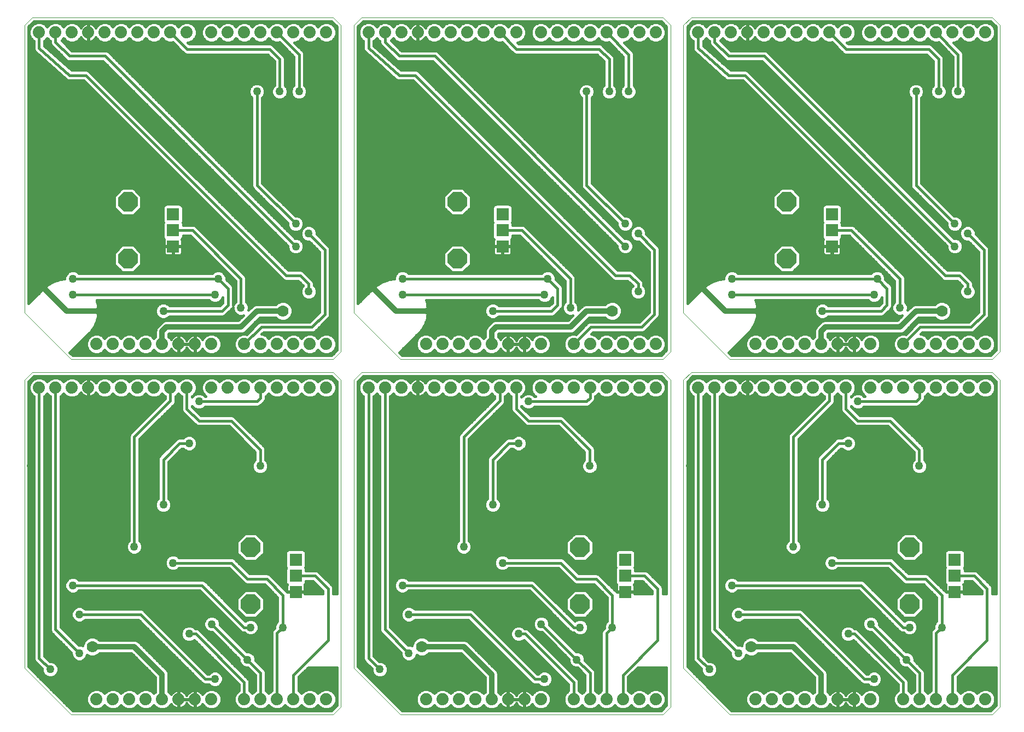
<source format=gbl>
G75*
%MOIN*%
%OFA0B0*%
%FSLAX25Y25*%
%IPPOS*%
%LPD*%
%AMOC8*
5,1,8,0,0,1.08239X$1,22.5*
%
%ADD10C,0.00004*%
%ADD11R,0.07400X0.07400*%
%ADD12OC8,0.11811*%
%ADD13C,0.07400*%
%ADD14C,0.01600*%
%ADD15C,0.05000*%
%ADD16C,0.03200*%
%ADD17C,0.07000*%
%ADD18C,0.03200*%
D10*
X0036043Y0037220D02*
X0064390Y0008874D01*
X0224232Y0008874D01*
X0228957Y0013598D01*
X0228957Y0212811D01*
X0224232Y0217535D01*
X0040768Y0217535D01*
X0036043Y0212811D01*
X0036043Y0037220D01*
X0236831Y0037220D02*
X0265177Y0008874D01*
X0425020Y0008874D01*
X0429744Y0013598D01*
X0429744Y0212811D01*
X0425020Y0217535D01*
X0241555Y0217535D01*
X0236831Y0212811D01*
X0236831Y0037220D01*
X0437618Y0037220D02*
X0465965Y0008874D01*
X0625807Y0008874D01*
X0630531Y0013598D01*
X0630531Y0212811D01*
X0625807Y0217535D01*
X0442343Y0217535D01*
X0437618Y0212811D01*
X0437618Y0037220D01*
X0425020Y0225409D02*
X0265177Y0225409D01*
X0236831Y0253756D01*
X0236831Y0429346D01*
X0241555Y0434071D01*
X0425020Y0434071D01*
X0429744Y0429346D01*
X0429744Y0230134D01*
X0425020Y0225409D01*
X0437618Y0253756D02*
X0465965Y0225409D01*
X0625807Y0225409D01*
X0630531Y0230134D01*
X0630531Y0429346D01*
X0625807Y0434071D01*
X0442343Y0434071D01*
X0437618Y0429346D01*
X0437618Y0253756D01*
X0228957Y0230134D02*
X0224232Y0225409D01*
X0064390Y0225409D01*
X0036043Y0253756D01*
X0036043Y0429346D01*
X0040768Y0434071D01*
X0224232Y0434071D01*
X0228957Y0429346D01*
X0228957Y0230134D01*
D11*
X0327382Y0294307D03*
X0327382Y0304150D03*
X0327382Y0313992D03*
X0528169Y0313992D03*
X0528169Y0304150D03*
X0528169Y0294307D03*
X0602972Y0103362D03*
X0602972Y0093520D03*
X0602972Y0083677D03*
X0402185Y0083677D03*
X0402185Y0093520D03*
X0402185Y0103362D03*
X0201398Y0103362D03*
X0201398Y0093520D03*
X0201398Y0083677D03*
X0126594Y0294307D03*
X0126594Y0304150D03*
X0126594Y0313992D03*
D12*
X0099035Y0321472D03*
X0099035Y0286827D03*
X0299823Y0286827D03*
X0299823Y0321472D03*
X0500610Y0321472D03*
X0500610Y0286827D03*
X0575413Y0110843D03*
X0575413Y0076197D03*
X0374626Y0076197D03*
X0374626Y0110843D03*
X0173839Y0110843D03*
X0173839Y0076197D03*
D13*
X0170000Y0018205D03*
X0180000Y0018205D03*
X0190000Y0018205D03*
X0200000Y0018205D03*
X0210000Y0018205D03*
X0220000Y0018205D03*
X0280787Y0018205D03*
X0290787Y0018205D03*
X0300787Y0018205D03*
X0310787Y0018205D03*
X0320787Y0018205D03*
X0330787Y0018205D03*
X0340787Y0018205D03*
X0350787Y0018205D03*
X0370787Y0018205D03*
X0380787Y0018205D03*
X0390787Y0018205D03*
X0400787Y0018205D03*
X0410787Y0018205D03*
X0420787Y0018205D03*
X0481575Y0018205D03*
X0491575Y0018205D03*
X0501575Y0018205D03*
X0511575Y0018205D03*
X0521575Y0018205D03*
X0531575Y0018205D03*
X0541575Y0018205D03*
X0551575Y0018205D03*
X0571575Y0018205D03*
X0581575Y0018205D03*
X0591575Y0018205D03*
X0601575Y0018205D03*
X0611575Y0018205D03*
X0621575Y0018205D03*
X0621575Y0208205D03*
X0611575Y0208205D03*
X0601575Y0208205D03*
X0591575Y0208205D03*
X0581575Y0208205D03*
X0571575Y0208205D03*
X0561575Y0208205D03*
X0551575Y0208205D03*
X0536575Y0208205D03*
X0526575Y0208205D03*
X0516575Y0208205D03*
X0506575Y0208205D03*
X0496575Y0208205D03*
X0486575Y0208205D03*
X0476575Y0208205D03*
X0466575Y0208205D03*
X0456575Y0208205D03*
X0446575Y0208205D03*
X0420787Y0208205D03*
X0410787Y0208205D03*
X0400787Y0208205D03*
X0390787Y0208205D03*
X0380787Y0208205D03*
X0370787Y0208205D03*
X0360787Y0208205D03*
X0350787Y0208205D03*
X0335787Y0208205D03*
X0325787Y0208205D03*
X0315787Y0208205D03*
X0305787Y0208205D03*
X0295787Y0208205D03*
X0285787Y0208205D03*
X0275787Y0208205D03*
X0265787Y0208205D03*
X0255787Y0208205D03*
X0245787Y0208205D03*
X0220000Y0208205D03*
X0210000Y0208205D03*
X0200000Y0208205D03*
X0190000Y0208205D03*
X0180000Y0208205D03*
X0170000Y0208205D03*
X0160000Y0208205D03*
X0150000Y0208205D03*
X0135000Y0208205D03*
X0125000Y0208205D03*
X0115000Y0208205D03*
X0105000Y0208205D03*
X0095000Y0208205D03*
X0085000Y0208205D03*
X0075000Y0208205D03*
X0065000Y0208205D03*
X0055000Y0208205D03*
X0045000Y0208205D03*
X0080000Y0234740D03*
X0090000Y0234740D03*
X0100000Y0234740D03*
X0110000Y0234740D03*
X0120000Y0234740D03*
X0130000Y0234740D03*
X0140000Y0234740D03*
X0150000Y0234740D03*
X0170000Y0234740D03*
X0180000Y0234740D03*
X0190000Y0234740D03*
X0200000Y0234740D03*
X0210000Y0234740D03*
X0220000Y0234740D03*
X0280787Y0234740D03*
X0290787Y0234740D03*
X0300787Y0234740D03*
X0310787Y0234740D03*
X0320787Y0234740D03*
X0330787Y0234740D03*
X0340787Y0234740D03*
X0350787Y0234740D03*
X0370787Y0234740D03*
X0380787Y0234740D03*
X0390787Y0234740D03*
X0400787Y0234740D03*
X0410787Y0234740D03*
X0420787Y0234740D03*
X0481575Y0234740D03*
X0491575Y0234740D03*
X0501575Y0234740D03*
X0511575Y0234740D03*
X0521575Y0234740D03*
X0531575Y0234740D03*
X0541575Y0234740D03*
X0551575Y0234740D03*
X0571575Y0234740D03*
X0581575Y0234740D03*
X0591575Y0234740D03*
X0601575Y0234740D03*
X0611575Y0234740D03*
X0621575Y0234740D03*
X0621575Y0424740D03*
X0611575Y0424740D03*
X0601575Y0424740D03*
X0591575Y0424740D03*
X0581575Y0424740D03*
X0571575Y0424740D03*
X0561575Y0424740D03*
X0551575Y0424740D03*
X0536575Y0424740D03*
X0526575Y0424740D03*
X0516575Y0424740D03*
X0506575Y0424740D03*
X0496575Y0424740D03*
X0486575Y0424740D03*
X0476575Y0424740D03*
X0466575Y0424740D03*
X0456575Y0424740D03*
X0446575Y0424740D03*
X0420787Y0424740D03*
X0410787Y0424740D03*
X0400787Y0424740D03*
X0390787Y0424740D03*
X0380787Y0424740D03*
X0370787Y0424740D03*
X0360787Y0424740D03*
X0350787Y0424740D03*
X0335787Y0424740D03*
X0325787Y0424740D03*
X0315787Y0424740D03*
X0305787Y0424740D03*
X0295787Y0424740D03*
X0285787Y0424740D03*
X0275787Y0424740D03*
X0265787Y0424740D03*
X0255787Y0424740D03*
X0245787Y0424740D03*
X0220000Y0424740D03*
X0210000Y0424740D03*
X0200000Y0424740D03*
X0190000Y0424740D03*
X0180000Y0424740D03*
X0170000Y0424740D03*
X0160000Y0424740D03*
X0150000Y0424740D03*
X0135000Y0424740D03*
X0125000Y0424740D03*
X0115000Y0424740D03*
X0105000Y0424740D03*
X0095000Y0424740D03*
X0085000Y0424740D03*
X0075000Y0424740D03*
X0065000Y0424740D03*
X0055000Y0424740D03*
X0045000Y0424740D03*
X0080000Y0018205D03*
X0090000Y0018205D03*
X0100000Y0018205D03*
X0110000Y0018205D03*
X0120000Y0018205D03*
X0130000Y0018205D03*
X0140000Y0018205D03*
X0150000Y0018205D03*
D14*
X0047529Y0033919D02*
X0042742Y0033919D01*
X0041144Y0035517D02*
X0046891Y0035517D01*
X0046891Y0035458D02*
X0047637Y0033657D01*
X0049016Y0032279D01*
X0050817Y0031533D01*
X0052766Y0031533D01*
X0054567Y0032279D01*
X0055945Y0033657D01*
X0056691Y0035458D01*
X0056691Y0037408D01*
X0055945Y0039209D01*
X0054567Y0040587D01*
X0052766Y0041333D01*
X0051417Y0041333D01*
X0048200Y0044550D01*
X0048200Y0202928D01*
X0048455Y0203033D01*
X0050000Y0204578D01*
X0051545Y0203033D01*
X0051800Y0202928D01*
X0051800Y0060147D01*
X0052287Y0058971D01*
X0064608Y0046650D01*
X0064608Y0045301D01*
X0065354Y0043500D01*
X0066732Y0042122D01*
X0068533Y0041376D01*
X0070483Y0041376D01*
X0072283Y0042122D01*
X0073662Y0043500D01*
X0074322Y0045094D01*
X0076208Y0044313D01*
X0078555Y0044313D01*
X0080724Y0045211D01*
X0081726Y0046213D01*
X0101316Y0046213D01*
X0116000Y0031528D01*
X0116000Y0022831D01*
X0115000Y0021831D01*
X0113455Y0023376D01*
X0111213Y0024305D01*
X0108787Y0024305D01*
X0106545Y0023376D01*
X0105000Y0021831D01*
X0103455Y0023376D01*
X0101213Y0024305D01*
X0098787Y0024305D01*
X0096545Y0023376D01*
X0095000Y0021831D01*
X0093455Y0023376D01*
X0091213Y0024305D01*
X0088787Y0024305D01*
X0086545Y0023376D01*
X0085000Y0021831D01*
X0083455Y0023376D01*
X0081213Y0024305D01*
X0078787Y0024305D01*
X0076545Y0023376D01*
X0074829Y0021660D01*
X0073900Y0019418D01*
X0073900Y0016991D01*
X0074829Y0014749D01*
X0076545Y0013033D01*
X0078787Y0012105D01*
X0081213Y0012105D01*
X0083455Y0013033D01*
X0085000Y0014578D01*
X0086545Y0013033D01*
X0088787Y0012105D01*
X0091213Y0012105D01*
X0093455Y0013033D01*
X0095000Y0014578D01*
X0096545Y0013033D01*
X0098787Y0012105D01*
X0101213Y0012105D01*
X0103455Y0013033D01*
X0105000Y0014578D01*
X0106545Y0013033D01*
X0108787Y0012105D01*
X0111213Y0012105D01*
X0113455Y0013033D01*
X0115000Y0014578D01*
X0116545Y0013033D01*
X0118787Y0012105D01*
X0121213Y0012105D01*
X0123455Y0013033D01*
X0125171Y0014749D01*
X0125368Y0015223D01*
X0125805Y0014622D01*
X0126417Y0014010D01*
X0127117Y0013501D01*
X0127889Y0013108D01*
X0128712Y0012840D01*
X0129567Y0012705D01*
X0129800Y0012705D01*
X0129800Y0018005D01*
X0130200Y0018005D01*
X0130200Y0018405D01*
X0129800Y0018405D01*
X0129800Y0023705D01*
X0129567Y0023705D01*
X0128712Y0023569D01*
X0127889Y0023302D01*
X0127117Y0022909D01*
X0126417Y0022400D01*
X0125805Y0021788D01*
X0125368Y0021186D01*
X0125171Y0021660D01*
X0124000Y0022831D01*
X0124000Y0033981D01*
X0123391Y0035451D01*
X0106363Y0052478D01*
X0105238Y0053604D01*
X0103768Y0054213D01*
X0081726Y0054213D01*
X0080724Y0055214D01*
X0078555Y0056113D01*
X0076208Y0056113D01*
X0074040Y0055214D01*
X0072380Y0053555D01*
X0071482Y0051386D01*
X0071482Y0050762D01*
X0070483Y0051176D01*
X0069133Y0051176D01*
X0058200Y0062109D01*
X0058200Y0202928D01*
X0058455Y0203033D01*
X0060000Y0204578D01*
X0061545Y0203033D01*
X0063787Y0202105D01*
X0066213Y0202105D01*
X0068455Y0203033D01*
X0070171Y0204749D01*
X0070368Y0205223D01*
X0070805Y0204622D01*
X0071417Y0204010D01*
X0072117Y0203501D01*
X0072889Y0203108D01*
X0073712Y0202840D01*
X0074567Y0202705D01*
X0074800Y0202705D01*
X0074800Y0208005D01*
X0075200Y0208005D01*
X0075200Y0202705D01*
X0075433Y0202705D01*
X0076288Y0202840D01*
X0077111Y0203108D01*
X0077883Y0203501D01*
X0078583Y0204010D01*
X0079195Y0204622D01*
X0079632Y0205223D01*
X0079829Y0204749D01*
X0081545Y0203033D01*
X0083787Y0202105D01*
X0086213Y0202105D01*
X0088455Y0203033D01*
X0090000Y0204578D01*
X0091545Y0203033D01*
X0093787Y0202105D01*
X0096213Y0202105D01*
X0098455Y0203033D01*
X0100000Y0204578D01*
X0101545Y0203033D01*
X0103787Y0202105D01*
X0106213Y0202105D01*
X0108455Y0203033D01*
X0110000Y0204578D01*
X0111545Y0203033D01*
X0113787Y0202105D01*
X0116213Y0202105D01*
X0118455Y0203033D01*
X0120000Y0204578D01*
X0121545Y0203033D01*
X0121800Y0202928D01*
X0121800Y0201518D01*
X0101160Y0180878D01*
X0100260Y0179978D01*
X0099772Y0178802D01*
X0099772Y0114966D01*
X0098818Y0114012D01*
X0098072Y0112211D01*
X0098072Y0110262D01*
X0098818Y0108461D01*
X0100197Y0107082D01*
X0101998Y0106336D01*
X0103947Y0106336D01*
X0105748Y0107082D01*
X0107126Y0108461D01*
X0107872Y0110262D01*
X0107872Y0112211D01*
X0107126Y0114012D01*
X0106172Y0114966D01*
X0106172Y0176840D01*
X0127713Y0198380D01*
X0128200Y0199556D01*
X0128200Y0202928D01*
X0128455Y0203033D01*
X0130000Y0204578D01*
X0131545Y0203033D01*
X0131800Y0202928D01*
X0131800Y0194714D01*
X0132287Y0193538D01*
X0139630Y0186195D01*
X0140530Y0185295D01*
X0141706Y0184808D01*
X0160702Y0184808D01*
X0176544Y0168966D01*
X0176544Y0164178D01*
X0175590Y0163224D01*
X0174844Y0161423D01*
X0174844Y0159474D01*
X0175590Y0157673D01*
X0176968Y0156295D01*
X0178769Y0155549D01*
X0180719Y0155549D01*
X0182520Y0156295D01*
X0183898Y0157673D01*
X0184644Y0159474D01*
X0184644Y0161423D01*
X0183898Y0163224D01*
X0182944Y0164178D01*
X0182944Y0170928D01*
X0182457Y0172104D01*
X0163840Y0190721D01*
X0162664Y0191208D01*
X0143668Y0191208D01*
X0138200Y0196676D01*
X0138200Y0197032D01*
X0139567Y0195665D01*
X0141368Y0194919D01*
X0143317Y0194919D01*
X0145118Y0195665D01*
X0146072Y0196619D01*
X0178412Y0196619D01*
X0179588Y0197106D01*
X0180488Y0198006D01*
X0182713Y0200231D01*
X0183200Y0201407D01*
X0183200Y0202928D01*
X0183455Y0203033D01*
X0185000Y0204578D01*
X0186545Y0203033D01*
X0188787Y0202105D01*
X0191213Y0202105D01*
X0193455Y0203033D01*
X0195000Y0204578D01*
X0196545Y0203033D01*
X0198787Y0202105D01*
X0201213Y0202105D01*
X0203455Y0203033D01*
X0205000Y0204578D01*
X0206545Y0203033D01*
X0208787Y0202105D01*
X0211213Y0202105D01*
X0213455Y0203033D01*
X0215000Y0204578D01*
X0216545Y0203033D01*
X0218787Y0202105D01*
X0221213Y0202105D01*
X0223455Y0203033D01*
X0225171Y0204749D01*
X0226100Y0206991D01*
X0226100Y0209418D01*
X0225171Y0211660D01*
X0223455Y0213376D01*
X0221213Y0214305D01*
X0218787Y0214305D01*
X0216545Y0213376D01*
X0215000Y0211831D01*
X0213455Y0213376D01*
X0211213Y0214305D01*
X0208787Y0214305D01*
X0206545Y0213376D01*
X0205000Y0211831D01*
X0203455Y0213376D01*
X0201213Y0214305D01*
X0198787Y0214305D01*
X0196545Y0213376D01*
X0195000Y0211831D01*
X0193455Y0213376D01*
X0191213Y0214305D01*
X0188787Y0214305D01*
X0186545Y0213376D01*
X0185000Y0211831D01*
X0183455Y0213376D01*
X0181213Y0214305D01*
X0178787Y0214305D01*
X0176545Y0213376D01*
X0175000Y0211831D01*
X0173455Y0213376D01*
X0171213Y0214305D01*
X0168787Y0214305D01*
X0166545Y0213376D01*
X0165000Y0211831D01*
X0163455Y0213376D01*
X0161213Y0214305D01*
X0158787Y0214305D01*
X0156545Y0213376D01*
X0155000Y0211831D01*
X0153455Y0213376D01*
X0151213Y0214305D01*
X0148787Y0214305D01*
X0146545Y0213376D01*
X0144829Y0211660D01*
X0143900Y0209418D01*
X0143900Y0206991D01*
X0144829Y0204749D01*
X0146545Y0203033D01*
X0146580Y0203019D01*
X0146072Y0203019D01*
X0145118Y0203973D01*
X0143317Y0204719D01*
X0141368Y0204719D01*
X0139567Y0203973D01*
X0138200Y0202606D01*
X0138200Y0202928D01*
X0138455Y0203033D01*
X0140171Y0204749D01*
X0141100Y0206991D01*
X0141100Y0209418D01*
X0140171Y0211660D01*
X0138455Y0213376D01*
X0136213Y0214305D01*
X0133787Y0214305D01*
X0131545Y0213376D01*
X0130000Y0211831D01*
X0128455Y0213376D01*
X0126213Y0214305D01*
X0123787Y0214305D01*
X0121545Y0213376D01*
X0120000Y0211831D01*
X0118455Y0213376D01*
X0116213Y0214305D01*
X0113787Y0214305D01*
X0111545Y0213376D01*
X0110000Y0211831D01*
X0108455Y0213376D01*
X0106213Y0214305D01*
X0103787Y0214305D01*
X0101545Y0213376D01*
X0100000Y0211831D01*
X0098455Y0213376D01*
X0096213Y0214305D01*
X0093787Y0214305D01*
X0091545Y0213376D01*
X0090000Y0211831D01*
X0088455Y0213376D01*
X0086213Y0214305D01*
X0083787Y0214305D01*
X0081545Y0213376D01*
X0079829Y0211660D01*
X0079632Y0211186D01*
X0079195Y0211788D01*
X0078583Y0212400D01*
X0077883Y0212909D01*
X0077111Y0213302D01*
X0076288Y0213569D01*
X0075433Y0213705D01*
X0075200Y0213705D01*
X0075200Y0208405D01*
X0074800Y0208405D01*
X0074800Y0213705D01*
X0074567Y0213705D01*
X0073712Y0213569D01*
X0072889Y0213302D01*
X0072117Y0212909D01*
X0071417Y0212400D01*
X0070805Y0211788D01*
X0070368Y0211186D01*
X0070171Y0211660D01*
X0068455Y0213376D01*
X0066213Y0214305D01*
X0063787Y0214305D01*
X0061545Y0213376D01*
X0060000Y0211831D01*
X0058455Y0213376D01*
X0056213Y0214305D01*
X0053787Y0214305D01*
X0051545Y0213376D01*
X0050000Y0211831D01*
X0048455Y0213376D01*
X0046213Y0214305D01*
X0043787Y0214305D01*
X0041545Y0213376D01*
X0039829Y0211660D01*
X0038900Y0209418D01*
X0038900Y0206991D01*
X0039829Y0204749D01*
X0041545Y0203033D01*
X0041800Y0202928D01*
X0041800Y0042588D01*
X0042287Y0041412D01*
X0046891Y0036808D01*
X0046891Y0035458D01*
X0046583Y0037116D02*
X0039545Y0037116D01*
X0038445Y0038215D02*
X0038445Y0211816D01*
X0041763Y0215133D01*
X0223237Y0215133D01*
X0226555Y0211816D01*
X0226555Y0082408D01*
X0224283Y0082408D01*
X0224283Y0086282D01*
X0223795Y0087458D01*
X0215921Y0095332D01*
X0215021Y0096233D01*
X0213845Y0096720D01*
X0207498Y0096720D01*
X0207498Y0097697D01*
X0207190Y0098441D01*
X0207498Y0099185D01*
X0207498Y0107540D01*
X0207132Y0108422D01*
X0206457Y0109097D01*
X0205575Y0109462D01*
X0197220Y0109462D01*
X0196338Y0109097D01*
X0195663Y0108422D01*
X0195298Y0107540D01*
X0195298Y0099185D01*
X0195606Y0098441D01*
X0195298Y0097697D01*
X0195298Y0089342D01*
X0195663Y0088460D01*
X0196032Y0088092D01*
X0196020Y0088072D01*
X0195898Y0087614D01*
X0195898Y0083861D01*
X0201213Y0083861D01*
X0201213Y0083493D01*
X0196248Y0083493D01*
X0196236Y0083521D01*
X0186394Y0093364D01*
X0185494Y0094264D01*
X0184318Y0094751D01*
X0173196Y0094751D01*
X0164740Y0103206D01*
X0163840Y0104107D01*
X0162664Y0104594D01*
X0130324Y0104594D01*
X0129370Y0105548D01*
X0127569Y0106294D01*
X0125620Y0106294D01*
X0123819Y0105548D01*
X0122440Y0104169D01*
X0121694Y0102368D01*
X0121694Y0100419D01*
X0122440Y0098618D01*
X0123819Y0097240D01*
X0125620Y0096494D01*
X0127569Y0096494D01*
X0129370Y0097240D01*
X0130324Y0098194D01*
X0160702Y0098194D01*
X0170057Y0088838D01*
X0171234Y0088351D01*
X0182356Y0088351D01*
X0190324Y0080383D01*
X0190324Y0065753D01*
X0189370Y0064799D01*
X0188624Y0062998D01*
X0188624Y0061649D01*
X0187287Y0060313D01*
X0186800Y0059137D01*
X0186800Y0023482D01*
X0186545Y0023376D01*
X0185000Y0021831D01*
X0183455Y0023376D01*
X0183200Y0023482D01*
X0183200Y0034845D01*
X0182713Y0036021D01*
X0176770Y0041964D01*
X0176770Y0043313D01*
X0176024Y0045114D01*
X0174646Y0046493D01*
X0172845Y0047239D01*
X0171496Y0047239D01*
X0155117Y0063618D01*
X0155117Y0064967D01*
X0154371Y0066768D01*
X0152992Y0068146D01*
X0151191Y0068892D01*
X0149242Y0068892D01*
X0147441Y0068146D01*
X0146063Y0066768D01*
X0145317Y0064967D01*
X0145317Y0063017D01*
X0146063Y0061216D01*
X0147441Y0059838D01*
X0149242Y0059092D01*
X0150591Y0059092D01*
X0166970Y0042713D01*
X0166970Y0041364D01*
X0167716Y0039563D01*
X0169094Y0038185D01*
X0170895Y0037439D01*
X0172245Y0037439D01*
X0176800Y0032883D01*
X0176800Y0023482D01*
X0176545Y0023376D01*
X0175000Y0021831D01*
X0173455Y0023376D01*
X0173200Y0023482D01*
X0173200Y0029097D01*
X0172713Y0030273D01*
X0143087Y0059899D01*
X0142187Y0060799D01*
X0141011Y0061287D01*
X0140167Y0061287D01*
X0139213Y0062241D01*
X0137412Y0062987D01*
X0135462Y0062987D01*
X0133661Y0062241D01*
X0132283Y0060862D01*
X0131537Y0059061D01*
X0131537Y0057112D01*
X0132283Y0055311D01*
X0133661Y0053933D01*
X0135462Y0053187D01*
X0137412Y0053187D01*
X0139213Y0053933D01*
X0139608Y0054328D01*
X0166800Y0027135D01*
X0166800Y0023482D01*
X0166545Y0023376D01*
X0164829Y0021660D01*
X0163900Y0019418D01*
X0163900Y0016991D01*
X0164829Y0014749D01*
X0166545Y0013033D01*
X0168787Y0012105D01*
X0171213Y0012105D01*
X0173455Y0013033D01*
X0175000Y0014578D01*
X0176545Y0013033D01*
X0178787Y0012105D01*
X0181213Y0012105D01*
X0183455Y0013033D01*
X0185000Y0014578D01*
X0186545Y0013033D01*
X0188787Y0012105D01*
X0191213Y0012105D01*
X0193455Y0013033D01*
X0195000Y0014578D01*
X0196545Y0013033D01*
X0198787Y0012105D01*
X0201213Y0012105D01*
X0203455Y0013033D01*
X0205000Y0014578D01*
X0206545Y0013033D01*
X0208787Y0012105D01*
X0211213Y0012105D01*
X0213455Y0013033D01*
X0215000Y0014578D01*
X0216545Y0013033D01*
X0218787Y0012105D01*
X0221213Y0012105D01*
X0223455Y0013033D01*
X0225171Y0014749D01*
X0226100Y0016991D01*
X0226100Y0019418D01*
X0225171Y0021660D01*
X0223455Y0023376D01*
X0221213Y0024305D01*
X0218787Y0024305D01*
X0216545Y0023376D01*
X0215000Y0021831D01*
X0213455Y0023376D01*
X0211213Y0024305D01*
X0208787Y0024305D01*
X0206545Y0023376D01*
X0205000Y0021831D01*
X0203455Y0023376D01*
X0203200Y0023482D01*
X0203200Y0031741D01*
X0209066Y0037608D01*
X0226555Y0037608D01*
X0226555Y0014593D01*
X0223237Y0011276D01*
X0065385Y0011276D01*
X0038445Y0038215D01*
X0038445Y0038714D02*
X0044985Y0038714D01*
X0043386Y0040313D02*
X0038445Y0040313D01*
X0038445Y0041911D02*
X0042080Y0041911D01*
X0041800Y0043510D02*
X0038445Y0043510D01*
X0038445Y0045108D02*
X0041800Y0045108D01*
X0041800Y0046707D02*
X0038445Y0046707D01*
X0038445Y0048305D02*
X0041800Y0048305D01*
X0041800Y0049904D02*
X0038445Y0049904D01*
X0038445Y0051502D02*
X0041800Y0051502D01*
X0041800Y0053101D02*
X0038445Y0053101D01*
X0038445Y0054699D02*
X0041800Y0054699D01*
X0041800Y0056298D02*
X0038445Y0056298D01*
X0038445Y0057896D02*
X0041800Y0057896D01*
X0041800Y0059495D02*
X0038445Y0059495D01*
X0038445Y0061093D02*
X0041800Y0061093D01*
X0041800Y0062692D02*
X0038445Y0062692D01*
X0038445Y0064290D02*
X0041800Y0064290D01*
X0041800Y0065889D02*
X0038445Y0065889D01*
X0038445Y0067487D02*
X0041800Y0067487D01*
X0041800Y0069086D02*
X0038445Y0069086D01*
X0038445Y0070684D02*
X0041800Y0070684D01*
X0041800Y0072283D02*
X0038445Y0072283D01*
X0038445Y0073881D02*
X0041800Y0073881D01*
X0041800Y0075480D02*
X0038445Y0075480D01*
X0038445Y0077078D02*
X0041800Y0077078D01*
X0041800Y0078677D02*
X0038445Y0078677D01*
X0038445Y0080275D02*
X0041800Y0080275D01*
X0041800Y0081874D02*
X0038445Y0081874D01*
X0038445Y0083472D02*
X0041800Y0083472D01*
X0041800Y0085071D02*
X0038445Y0085071D01*
X0038445Y0086669D02*
X0041800Y0086669D01*
X0041800Y0088268D02*
X0038445Y0088268D01*
X0038445Y0089866D02*
X0041800Y0089866D01*
X0041800Y0091465D02*
X0038445Y0091465D01*
X0038445Y0093063D02*
X0041800Y0093063D01*
X0041800Y0094662D02*
X0038445Y0094662D01*
X0038445Y0096260D02*
X0041800Y0096260D01*
X0041800Y0097859D02*
X0038445Y0097859D01*
X0038445Y0099458D02*
X0041800Y0099458D01*
X0041800Y0101056D02*
X0038445Y0101056D01*
X0038445Y0102655D02*
X0041800Y0102655D01*
X0041800Y0104253D02*
X0038445Y0104253D01*
X0038445Y0105852D02*
X0041800Y0105852D01*
X0041800Y0107450D02*
X0038445Y0107450D01*
X0038445Y0109049D02*
X0041800Y0109049D01*
X0041800Y0110647D02*
X0038445Y0110647D01*
X0038445Y0112246D02*
X0041800Y0112246D01*
X0041800Y0113844D02*
X0038445Y0113844D01*
X0038445Y0115443D02*
X0041800Y0115443D01*
X0041800Y0117041D02*
X0038445Y0117041D01*
X0038445Y0118640D02*
X0041800Y0118640D01*
X0041800Y0120238D02*
X0038445Y0120238D01*
X0038445Y0121837D02*
X0041800Y0121837D01*
X0041800Y0123435D02*
X0038445Y0123435D01*
X0038445Y0125034D02*
X0041800Y0125034D01*
X0041800Y0126632D02*
X0038445Y0126632D01*
X0038445Y0128231D02*
X0041800Y0128231D01*
X0041800Y0129829D02*
X0038445Y0129829D01*
X0038445Y0131428D02*
X0041800Y0131428D01*
X0041800Y0133026D02*
X0038445Y0133026D01*
X0038445Y0134625D02*
X0041800Y0134625D01*
X0041800Y0136223D02*
X0038445Y0136223D01*
X0038445Y0137822D02*
X0041800Y0137822D01*
X0041800Y0139420D02*
X0038445Y0139420D01*
X0038445Y0141019D02*
X0041800Y0141019D01*
X0041800Y0142617D02*
X0038445Y0142617D01*
X0038445Y0144216D02*
X0041800Y0144216D01*
X0041800Y0145814D02*
X0038445Y0145814D01*
X0038445Y0147413D02*
X0041800Y0147413D01*
X0041800Y0149011D02*
X0038445Y0149011D01*
X0038445Y0150610D02*
X0041800Y0150610D01*
X0041800Y0152208D02*
X0038445Y0152208D01*
X0038445Y0153807D02*
X0041800Y0153807D01*
X0041800Y0155405D02*
X0038445Y0155405D01*
X0038445Y0157004D02*
X0041800Y0157004D01*
X0041800Y0158602D02*
X0038445Y0158602D01*
X0038445Y0160201D02*
X0041800Y0160201D01*
X0041800Y0161799D02*
X0038445Y0161799D01*
X0038445Y0163398D02*
X0041800Y0163398D01*
X0041800Y0164996D02*
X0038445Y0164996D01*
X0038445Y0166595D02*
X0041800Y0166595D01*
X0041800Y0168194D02*
X0038445Y0168194D01*
X0038445Y0169792D02*
X0041800Y0169792D01*
X0041800Y0171391D02*
X0038445Y0171391D01*
X0038445Y0172989D02*
X0041800Y0172989D01*
X0041800Y0174588D02*
X0038445Y0174588D01*
X0038445Y0176186D02*
X0041800Y0176186D01*
X0041800Y0177785D02*
X0038445Y0177785D01*
X0038445Y0179383D02*
X0041800Y0179383D01*
X0041800Y0180982D02*
X0038445Y0180982D01*
X0038445Y0182580D02*
X0041800Y0182580D01*
X0041800Y0184179D02*
X0038445Y0184179D01*
X0038445Y0185777D02*
X0041800Y0185777D01*
X0041800Y0187376D02*
X0038445Y0187376D01*
X0038445Y0188974D02*
X0041800Y0188974D01*
X0041800Y0190573D02*
X0038445Y0190573D01*
X0038445Y0192171D02*
X0041800Y0192171D01*
X0041800Y0193770D02*
X0038445Y0193770D01*
X0038445Y0195368D02*
X0041800Y0195368D01*
X0041800Y0196967D02*
X0038445Y0196967D01*
X0038445Y0198565D02*
X0041800Y0198565D01*
X0041800Y0200164D02*
X0038445Y0200164D01*
X0038445Y0201762D02*
X0041800Y0201762D01*
X0041217Y0203361D02*
X0038445Y0203361D01*
X0038445Y0204959D02*
X0039742Y0204959D01*
X0039080Y0206558D02*
X0038445Y0206558D01*
X0038445Y0208156D02*
X0038900Y0208156D01*
X0039039Y0209755D02*
X0038445Y0209755D01*
X0038445Y0211353D02*
X0039702Y0211353D01*
X0039581Y0212952D02*
X0041120Y0212952D01*
X0041179Y0214550D02*
X0223820Y0214550D01*
X0223880Y0212952D02*
X0225419Y0212952D01*
X0225298Y0211353D02*
X0226555Y0211353D01*
X0226555Y0209755D02*
X0225961Y0209755D01*
X0226100Y0208156D02*
X0226555Y0208156D01*
X0226555Y0206558D02*
X0225920Y0206558D01*
X0226555Y0204959D02*
X0225258Y0204959D01*
X0226555Y0203361D02*
X0223783Y0203361D01*
X0226555Y0201762D02*
X0183200Y0201762D01*
X0182646Y0200164D02*
X0226555Y0200164D01*
X0226555Y0198565D02*
X0181047Y0198565D01*
X0179252Y0196967D02*
X0226555Y0196967D01*
X0226555Y0195368D02*
X0144402Y0195368D01*
X0142705Y0192171D02*
X0226555Y0192171D01*
X0226555Y0190573D02*
X0163988Y0190573D01*
X0165587Y0188974D02*
X0226555Y0188974D01*
X0226555Y0187376D02*
X0167185Y0187376D01*
X0168784Y0185777D02*
X0226555Y0185777D01*
X0226555Y0184179D02*
X0170382Y0184179D01*
X0171981Y0182580D02*
X0226555Y0182580D01*
X0226555Y0180982D02*
X0173579Y0180982D01*
X0175178Y0179383D02*
X0226555Y0179383D01*
X0226555Y0177785D02*
X0176776Y0177785D01*
X0178375Y0176186D02*
X0226555Y0176186D01*
X0226555Y0174588D02*
X0179973Y0174588D01*
X0181572Y0172989D02*
X0226555Y0172989D01*
X0226555Y0171391D02*
X0182752Y0171391D01*
X0182944Y0169792D02*
X0226555Y0169792D01*
X0226555Y0168194D02*
X0182944Y0168194D01*
X0182944Y0166595D02*
X0226555Y0166595D01*
X0226555Y0164996D02*
X0182944Y0164996D01*
X0183725Y0163398D02*
X0226555Y0163398D01*
X0226555Y0161799D02*
X0184488Y0161799D01*
X0184644Y0160201D02*
X0226555Y0160201D01*
X0226555Y0158602D02*
X0184283Y0158602D01*
X0183229Y0157004D02*
X0226555Y0157004D01*
X0226555Y0155405D02*
X0123889Y0155405D01*
X0123889Y0153807D02*
X0226555Y0153807D01*
X0226555Y0152208D02*
X0123889Y0152208D01*
X0123889Y0150610D02*
X0226555Y0150610D01*
X0226555Y0149011D02*
X0123889Y0149011D01*
X0123889Y0147413D02*
X0226555Y0147413D01*
X0226555Y0145814D02*
X0123889Y0145814D01*
X0123889Y0144216D02*
X0226555Y0144216D01*
X0226555Y0142617D02*
X0123889Y0142617D01*
X0123889Y0141019D02*
X0226555Y0141019D01*
X0226555Y0139420D02*
X0124918Y0139420D01*
X0124843Y0139602D02*
X0123889Y0140556D01*
X0123889Y0163060D01*
X0131857Y0171028D01*
X0132707Y0171028D01*
X0133661Y0170074D01*
X0135462Y0169328D01*
X0137412Y0169328D01*
X0139213Y0170074D01*
X0140591Y0171453D01*
X0141337Y0173254D01*
X0141337Y0175203D01*
X0140591Y0177004D01*
X0139213Y0178382D01*
X0137412Y0179128D01*
X0135462Y0179128D01*
X0133661Y0178382D01*
X0132707Y0177428D01*
X0129895Y0177428D01*
X0128719Y0176941D01*
X0127819Y0176041D01*
X0117976Y0166198D01*
X0117489Y0165022D01*
X0117489Y0140556D01*
X0116535Y0139602D01*
X0115789Y0137801D01*
X0115789Y0135852D01*
X0116535Y0134051D01*
X0117913Y0132673D01*
X0119714Y0131927D01*
X0121664Y0131927D01*
X0123465Y0132673D01*
X0124843Y0134051D01*
X0125589Y0135852D01*
X0125589Y0137801D01*
X0124843Y0139602D01*
X0125581Y0137822D02*
X0226555Y0137822D01*
X0226555Y0136223D02*
X0125589Y0136223D01*
X0125081Y0134625D02*
X0226555Y0134625D01*
X0226555Y0133026D02*
X0123818Y0133026D01*
X0120689Y0136827D02*
X0120689Y0164386D01*
X0130531Y0174228D01*
X0136437Y0174228D01*
X0140930Y0176186D02*
X0169324Y0176186D01*
X0170922Y0174588D02*
X0141337Y0174588D01*
X0141227Y0172989D02*
X0172521Y0172989D01*
X0174119Y0171391D02*
X0140529Y0171391D01*
X0138531Y0169792D02*
X0175718Y0169792D01*
X0176544Y0168194D02*
X0129022Y0168194D01*
X0130621Y0169792D02*
X0134343Y0169792D01*
X0127964Y0176186D02*
X0106172Y0176186D01*
X0106172Y0174588D02*
X0126365Y0174588D01*
X0124767Y0172989D02*
X0106172Y0172989D01*
X0106172Y0171391D02*
X0123168Y0171391D01*
X0121570Y0169792D02*
X0106172Y0169792D01*
X0106172Y0168194D02*
X0119971Y0168194D01*
X0118373Y0166595D02*
X0106172Y0166595D01*
X0106172Y0164996D02*
X0117489Y0164996D01*
X0117489Y0163398D02*
X0106172Y0163398D01*
X0106172Y0161799D02*
X0117489Y0161799D01*
X0117489Y0160201D02*
X0106172Y0160201D01*
X0106172Y0158602D02*
X0117489Y0158602D01*
X0117489Y0157004D02*
X0106172Y0157004D01*
X0106172Y0155405D02*
X0117489Y0155405D01*
X0117489Y0153807D02*
X0106172Y0153807D01*
X0106172Y0152208D02*
X0117489Y0152208D01*
X0117489Y0150610D02*
X0106172Y0150610D01*
X0106172Y0149011D02*
X0117489Y0149011D01*
X0117489Y0147413D02*
X0106172Y0147413D01*
X0106172Y0145814D02*
X0117489Y0145814D01*
X0117489Y0144216D02*
X0106172Y0144216D01*
X0106172Y0142617D02*
X0117489Y0142617D01*
X0117489Y0141019D02*
X0106172Y0141019D01*
X0106172Y0139420D02*
X0116460Y0139420D01*
X0115797Y0137822D02*
X0106172Y0137822D01*
X0106172Y0136223D02*
X0115789Y0136223D01*
X0116297Y0134625D02*
X0106172Y0134625D01*
X0106172Y0133026D02*
X0117560Y0133026D01*
X0106172Y0131428D02*
X0226555Y0131428D01*
X0226555Y0129829D02*
X0106172Y0129829D01*
X0106172Y0128231D02*
X0226555Y0128231D01*
X0226555Y0126632D02*
X0106172Y0126632D01*
X0106172Y0125034D02*
X0226555Y0125034D01*
X0226555Y0123435D02*
X0106172Y0123435D01*
X0106172Y0121837D02*
X0226555Y0121837D01*
X0226555Y0120238D02*
X0106172Y0120238D01*
X0106172Y0118640D02*
X0169890Y0118640D01*
X0170398Y0119148D02*
X0165533Y0114283D01*
X0165533Y0107402D01*
X0170398Y0102537D01*
X0177279Y0102537D01*
X0182144Y0107402D01*
X0182144Y0114283D01*
X0177279Y0119148D01*
X0170398Y0119148D01*
X0168291Y0117041D02*
X0106172Y0117041D01*
X0106172Y0115443D02*
X0166693Y0115443D01*
X0165533Y0113844D02*
X0107196Y0113844D01*
X0107858Y0112246D02*
X0165533Y0112246D01*
X0165533Y0110647D02*
X0107872Y0110647D01*
X0107370Y0109049D02*
X0165533Y0109049D01*
X0165533Y0107450D02*
X0106116Y0107450D01*
X0102972Y0111236D02*
X0102972Y0178165D01*
X0125000Y0200193D01*
X0125000Y0208205D01*
X0121120Y0212952D02*
X0118880Y0212952D01*
X0111120Y0212952D02*
X0108880Y0212952D01*
X0101120Y0212952D02*
X0098880Y0212952D01*
X0091120Y0212952D02*
X0088880Y0212952D01*
X0081120Y0212952D02*
X0077798Y0212952D01*
X0079511Y0211353D02*
X0079702Y0211353D01*
X0075200Y0211353D02*
X0074800Y0211353D01*
X0074800Y0209755D02*
X0075200Y0209755D01*
X0075200Y0212952D02*
X0074800Y0212952D01*
X0072202Y0212952D02*
X0068880Y0212952D01*
X0070298Y0211353D02*
X0070489Y0211353D01*
X0070560Y0204959D02*
X0070258Y0204959D01*
X0068783Y0203361D02*
X0072392Y0203361D01*
X0074800Y0203361D02*
X0075200Y0203361D01*
X0075200Y0204959D02*
X0074800Y0204959D01*
X0074800Y0206558D02*
X0075200Y0206558D01*
X0077608Y0203361D02*
X0081217Y0203361D01*
X0079742Y0204959D02*
X0079440Y0204959D01*
X0088783Y0203361D02*
X0091217Y0203361D01*
X0098783Y0203361D02*
X0101217Y0203361D01*
X0108783Y0203361D02*
X0111217Y0203361D01*
X0118783Y0203361D02*
X0121217Y0203361D01*
X0121800Y0201762D02*
X0058200Y0201762D01*
X0058200Y0200164D02*
X0120445Y0200164D01*
X0118847Y0198565D02*
X0058200Y0198565D01*
X0058200Y0196967D02*
X0117248Y0196967D01*
X0115650Y0195368D02*
X0058200Y0195368D01*
X0058200Y0193770D02*
X0114051Y0193770D01*
X0112453Y0192171D02*
X0058200Y0192171D01*
X0058200Y0190573D02*
X0110854Y0190573D01*
X0109256Y0188974D02*
X0058200Y0188974D01*
X0058200Y0187376D02*
X0107657Y0187376D01*
X0106059Y0185777D02*
X0058200Y0185777D01*
X0058200Y0184179D02*
X0104460Y0184179D01*
X0102862Y0182580D02*
X0058200Y0182580D01*
X0058200Y0180982D02*
X0101263Y0180982D01*
X0100013Y0179383D02*
X0058200Y0179383D01*
X0058200Y0177785D02*
X0099772Y0177785D01*
X0099772Y0176186D02*
X0058200Y0176186D01*
X0058200Y0174588D02*
X0099772Y0174588D01*
X0099772Y0172989D02*
X0058200Y0172989D01*
X0058200Y0171391D02*
X0099772Y0171391D01*
X0099772Y0169792D02*
X0058200Y0169792D01*
X0058200Y0168194D02*
X0099772Y0168194D01*
X0099772Y0166595D02*
X0058200Y0166595D01*
X0058200Y0164996D02*
X0099772Y0164996D01*
X0099772Y0163398D02*
X0058200Y0163398D01*
X0058200Y0161799D02*
X0099772Y0161799D01*
X0099772Y0160201D02*
X0058200Y0160201D01*
X0058200Y0158602D02*
X0099772Y0158602D01*
X0099772Y0157004D02*
X0058200Y0157004D01*
X0058200Y0155405D02*
X0099772Y0155405D01*
X0099772Y0153807D02*
X0058200Y0153807D01*
X0058200Y0152208D02*
X0099772Y0152208D01*
X0099772Y0150610D02*
X0058200Y0150610D01*
X0058200Y0149011D02*
X0099772Y0149011D01*
X0099772Y0147413D02*
X0058200Y0147413D01*
X0058200Y0145814D02*
X0099772Y0145814D01*
X0099772Y0144216D02*
X0058200Y0144216D01*
X0058200Y0142617D02*
X0099772Y0142617D01*
X0099772Y0141019D02*
X0058200Y0141019D01*
X0058200Y0139420D02*
X0099772Y0139420D01*
X0099772Y0137822D02*
X0058200Y0137822D01*
X0058200Y0136223D02*
X0099772Y0136223D01*
X0099772Y0134625D02*
X0058200Y0134625D01*
X0058200Y0133026D02*
X0099772Y0133026D01*
X0099772Y0131428D02*
X0058200Y0131428D01*
X0058200Y0129829D02*
X0099772Y0129829D01*
X0099772Y0128231D02*
X0058200Y0128231D01*
X0058200Y0126632D02*
X0099772Y0126632D01*
X0099772Y0125034D02*
X0058200Y0125034D01*
X0058200Y0123435D02*
X0099772Y0123435D01*
X0099772Y0121837D02*
X0058200Y0121837D01*
X0058200Y0120238D02*
X0099772Y0120238D01*
X0099772Y0118640D02*
X0058200Y0118640D01*
X0058200Y0117041D02*
X0099772Y0117041D01*
X0099772Y0115443D02*
X0058200Y0115443D01*
X0058200Y0113844D02*
X0098749Y0113844D01*
X0098087Y0112246D02*
X0058200Y0112246D01*
X0058200Y0110647D02*
X0098072Y0110647D01*
X0098575Y0109049D02*
X0058200Y0109049D01*
X0058200Y0107450D02*
X0099829Y0107450D01*
X0121813Y0102655D02*
X0058200Y0102655D01*
X0058200Y0104253D02*
X0122524Y0104253D01*
X0124552Y0105852D02*
X0058200Y0105852D01*
X0058200Y0101056D02*
X0121694Y0101056D01*
X0122093Y0099458D02*
X0058200Y0099458D01*
X0058200Y0097859D02*
X0123200Y0097859D01*
X0126594Y0101394D02*
X0162028Y0101394D01*
X0171870Y0091551D01*
X0183681Y0091551D01*
X0193524Y0081709D01*
X0193524Y0062024D01*
X0190000Y0058500D01*
X0190000Y0018205D01*
X0185898Y0022729D02*
X0184102Y0022729D01*
X0183200Y0024327D02*
X0186800Y0024327D01*
X0186800Y0025926D02*
X0183200Y0025926D01*
X0183200Y0027525D02*
X0186800Y0027525D01*
X0186800Y0029123D02*
X0183200Y0029123D01*
X0183200Y0030722D02*
X0186800Y0030722D01*
X0186800Y0032320D02*
X0183200Y0032320D01*
X0183200Y0033919D02*
X0186800Y0033919D01*
X0186800Y0035517D02*
X0182922Y0035517D01*
X0181619Y0037116D02*
X0186800Y0037116D01*
X0186800Y0038714D02*
X0180020Y0038714D01*
X0178422Y0040313D02*
X0186800Y0040313D01*
X0186800Y0041911D02*
X0176823Y0041911D01*
X0176689Y0043510D02*
X0186800Y0043510D01*
X0186800Y0045108D02*
X0176027Y0045108D01*
X0174129Y0046707D02*
X0186800Y0046707D01*
X0186800Y0048305D02*
X0170429Y0048305D01*
X0168830Y0049904D02*
X0186800Y0049904D01*
X0186800Y0051502D02*
X0167232Y0051502D01*
X0165633Y0053101D02*
X0186800Y0053101D01*
X0186800Y0054699D02*
X0164035Y0054699D01*
X0162436Y0056298D02*
X0186800Y0056298D01*
X0186800Y0057896D02*
X0176641Y0057896D01*
X0176614Y0057870D02*
X0177993Y0059248D01*
X0178739Y0061049D01*
X0178739Y0062998D01*
X0177993Y0064799D01*
X0176614Y0066178D01*
X0174813Y0066924D01*
X0172864Y0066924D01*
X0171063Y0066178D01*
X0170668Y0065783D01*
X0147024Y0089427D01*
X0146124Y0090327D01*
X0144948Y0090814D01*
X0069301Y0090814D01*
X0068346Y0091768D01*
X0066546Y0092514D01*
X0064596Y0092514D01*
X0062795Y0091768D01*
X0061417Y0090390D01*
X0060671Y0088589D01*
X0060671Y0086639D01*
X0061417Y0084839D01*
X0062795Y0083460D01*
X0064596Y0082714D01*
X0066546Y0082714D01*
X0068346Y0083460D01*
X0069301Y0084414D01*
X0142986Y0084414D01*
X0168089Y0059311D01*
X0169265Y0058824D01*
X0170109Y0058824D01*
X0171063Y0057870D01*
X0172864Y0057124D01*
X0174813Y0057124D01*
X0176614Y0057870D01*
X0178095Y0059495D02*
X0186948Y0059495D01*
X0188068Y0061093D02*
X0178739Y0061093D01*
X0178739Y0062692D02*
X0188624Y0062692D01*
X0189159Y0064290D02*
X0178203Y0064290D01*
X0176903Y0065889D02*
X0190324Y0065889D01*
X0190324Y0067487D02*
X0168963Y0067487D01*
X0170398Y0067891D02*
X0177279Y0067891D01*
X0182144Y0072757D01*
X0182144Y0079637D01*
X0177279Y0084502D01*
X0170398Y0084502D01*
X0165533Y0079637D01*
X0165533Y0072757D01*
X0170398Y0067891D01*
X0169204Y0069086D02*
X0167365Y0069086D01*
X0167605Y0070684D02*
X0165766Y0070684D01*
X0166007Y0072283D02*
X0164168Y0072283D01*
X0165533Y0073881D02*
X0162569Y0073881D01*
X0160971Y0075480D02*
X0165533Y0075480D01*
X0165533Y0077078D02*
X0159372Y0077078D01*
X0157774Y0078677D02*
X0165533Y0078677D01*
X0166171Y0080275D02*
X0156175Y0080275D01*
X0154577Y0081874D02*
X0167770Y0081874D01*
X0169368Y0083472D02*
X0152978Y0083472D01*
X0151380Y0085071D02*
X0185636Y0085071D01*
X0187234Y0083472D02*
X0178309Y0083472D01*
X0179907Y0081874D02*
X0188833Y0081874D01*
X0190324Y0080275D02*
X0181506Y0080275D01*
X0182144Y0078677D02*
X0190324Y0078677D01*
X0190324Y0077078D02*
X0182144Y0077078D01*
X0182144Y0075480D02*
X0190324Y0075480D01*
X0190324Y0073881D02*
X0182144Y0073881D01*
X0181670Y0072283D02*
X0190324Y0072283D01*
X0190324Y0070684D02*
X0180072Y0070684D01*
X0178473Y0069086D02*
X0190324Y0069086D01*
X0173839Y0062024D02*
X0169902Y0062024D01*
X0144311Y0087614D01*
X0065571Y0087614D01*
X0061200Y0089866D02*
X0058200Y0089866D01*
X0058200Y0088268D02*
X0060671Y0088268D01*
X0060671Y0086669D02*
X0058200Y0086669D01*
X0058200Y0085071D02*
X0061321Y0085071D01*
X0062783Y0083472D02*
X0058200Y0083472D01*
X0058200Y0081874D02*
X0145526Y0081874D01*
X0147124Y0080275D02*
X0058200Y0080275D01*
X0058200Y0078677D02*
X0148723Y0078677D01*
X0150321Y0077078D02*
X0058200Y0077078D01*
X0058200Y0075480D02*
X0151920Y0075480D01*
X0153518Y0073881D02*
X0072454Y0073881D01*
X0072283Y0074052D02*
X0070483Y0074798D01*
X0068533Y0074798D01*
X0066732Y0074052D01*
X0065354Y0072673D01*
X0064608Y0070872D01*
X0064608Y0068923D01*
X0065354Y0067122D01*
X0066732Y0065744D01*
X0068533Y0064998D01*
X0070483Y0064998D01*
X0072283Y0065744D01*
X0073238Y0066698D01*
X0105584Y0066698D01*
X0143567Y0028715D01*
X0143567Y0028715D01*
X0144467Y0027815D01*
X0145643Y0027328D01*
X0148455Y0027328D01*
X0149409Y0026374D01*
X0151210Y0025628D01*
X0153160Y0025628D01*
X0154961Y0026374D01*
X0156339Y0027752D01*
X0157085Y0029553D01*
X0157085Y0031502D01*
X0156339Y0033303D01*
X0154961Y0034682D01*
X0153160Y0035428D01*
X0151210Y0035428D01*
X0149409Y0034682D01*
X0148455Y0033728D01*
X0147605Y0033728D01*
X0109622Y0071710D01*
X0108722Y0072610D01*
X0107546Y0073098D01*
X0073238Y0073098D01*
X0072283Y0074052D01*
X0069508Y0069898D02*
X0106909Y0069898D01*
X0146280Y0030528D01*
X0152185Y0030528D01*
X0156746Y0032320D02*
X0161615Y0032320D01*
X0160017Y0033919D02*
X0155724Y0033919D01*
X0158418Y0035517D02*
X0145815Y0035517D01*
X0144217Y0037116D02*
X0156820Y0037116D01*
X0155221Y0038714D02*
X0142618Y0038714D01*
X0141020Y0040313D02*
X0153623Y0040313D01*
X0152024Y0041911D02*
X0139421Y0041911D01*
X0137823Y0043510D02*
X0150426Y0043510D01*
X0148827Y0045108D02*
X0136224Y0045108D01*
X0134626Y0046707D02*
X0147228Y0046707D01*
X0145630Y0048305D02*
X0133027Y0048305D01*
X0131429Y0049904D02*
X0144031Y0049904D01*
X0142433Y0051502D02*
X0129830Y0051502D01*
X0128232Y0053101D02*
X0140834Y0053101D01*
X0146688Y0056298D02*
X0153385Y0056298D01*
X0151787Y0057896D02*
X0145090Y0057896D01*
X0143491Y0059495D02*
X0148270Y0059495D01*
X0146186Y0061093D02*
X0141477Y0061093D01*
X0140374Y0058087D02*
X0136437Y0058087D01*
X0140374Y0058087D02*
X0170000Y0028461D01*
X0170000Y0018205D01*
X0163900Y0017933D02*
X0156100Y0017933D01*
X0156100Y0016991D02*
X0156100Y0019418D01*
X0155171Y0021660D01*
X0153455Y0023376D01*
X0151213Y0024305D01*
X0148787Y0024305D01*
X0146545Y0023376D01*
X0144829Y0021660D01*
X0144632Y0021186D01*
X0144195Y0021788D01*
X0143583Y0022400D01*
X0142883Y0022909D01*
X0142111Y0023302D01*
X0141288Y0023569D01*
X0140433Y0023705D01*
X0140200Y0023705D01*
X0140200Y0018405D01*
X0139800Y0018405D01*
X0139800Y0023705D01*
X0139567Y0023705D01*
X0138712Y0023569D01*
X0137889Y0023302D01*
X0137117Y0022909D01*
X0136417Y0022400D01*
X0135805Y0021788D01*
X0135296Y0021087D01*
X0135000Y0020506D01*
X0134704Y0021087D01*
X0134195Y0021788D01*
X0133583Y0022400D01*
X0132883Y0022909D01*
X0132111Y0023302D01*
X0131288Y0023569D01*
X0130433Y0023705D01*
X0130200Y0023705D01*
X0130200Y0018405D01*
X0139800Y0018405D01*
X0139800Y0018005D01*
X0134500Y0018005D01*
X0130200Y0018005D01*
X0130200Y0012705D01*
X0130433Y0012705D01*
X0131288Y0012840D01*
X0132111Y0013108D01*
X0132883Y0013501D01*
X0133583Y0014010D01*
X0134195Y0014622D01*
X0134704Y0015322D01*
X0135000Y0015903D01*
X0135296Y0015322D01*
X0135805Y0014622D01*
X0136417Y0014010D01*
X0137117Y0013501D01*
X0137889Y0013108D01*
X0138712Y0012840D01*
X0139567Y0012705D01*
X0139800Y0012705D01*
X0139800Y0018005D01*
X0140200Y0018005D01*
X0140200Y0012705D01*
X0140433Y0012705D01*
X0141288Y0012840D01*
X0142111Y0013108D01*
X0142883Y0013501D01*
X0143583Y0014010D01*
X0144195Y0014622D01*
X0144632Y0015223D01*
X0144829Y0014749D01*
X0146545Y0013033D01*
X0148787Y0012105D01*
X0151213Y0012105D01*
X0153455Y0013033D01*
X0155171Y0014749D01*
X0156100Y0016991D01*
X0155828Y0016335D02*
X0164172Y0016335D01*
X0164842Y0014736D02*
X0155158Y0014736D01*
X0153560Y0013138D02*
X0166440Y0013138D01*
X0173560Y0013138D02*
X0176440Y0013138D01*
X0183560Y0013138D02*
X0186440Y0013138D01*
X0193560Y0013138D02*
X0196440Y0013138D01*
X0203560Y0013138D02*
X0206440Y0013138D01*
X0213560Y0013138D02*
X0216440Y0013138D01*
X0223560Y0013138D02*
X0225099Y0013138D01*
X0225158Y0014736D02*
X0226555Y0014736D01*
X0226555Y0016335D02*
X0225828Y0016335D01*
X0226100Y0017933D02*
X0226555Y0017933D01*
X0226555Y0019532D02*
X0226053Y0019532D01*
X0226555Y0021130D02*
X0225391Y0021130D01*
X0226555Y0022729D02*
X0224102Y0022729D01*
X0226555Y0024327D02*
X0203200Y0024327D01*
X0203200Y0025926D02*
X0226555Y0025926D01*
X0226555Y0027525D02*
X0203200Y0027525D01*
X0203200Y0029123D02*
X0226555Y0029123D01*
X0226555Y0030722D02*
X0203200Y0030722D01*
X0203779Y0032320D02*
X0226555Y0032320D01*
X0226555Y0033919D02*
X0205377Y0033919D01*
X0206976Y0035517D02*
X0226555Y0035517D01*
X0226555Y0037116D02*
X0208574Y0037116D01*
X0200000Y0033067D02*
X0221083Y0054150D01*
X0221083Y0085646D01*
X0213209Y0093520D01*
X0201398Y0093520D01*
X0195298Y0093063D02*
X0186694Y0093063D01*
X0188293Y0091465D02*
X0195298Y0091465D01*
X0195298Y0089866D02*
X0189891Y0089866D01*
X0191490Y0088268D02*
X0195855Y0088268D01*
X0195898Y0086669D02*
X0193088Y0086669D01*
X0194687Y0085071D02*
X0195898Y0085071D01*
X0201582Y0083861D02*
X0206898Y0083861D01*
X0206898Y0087614D01*
X0206775Y0088072D01*
X0206764Y0088092D01*
X0207132Y0088460D01*
X0207498Y0089342D01*
X0207498Y0090320D01*
X0211883Y0090320D01*
X0217883Y0084320D01*
X0217883Y0082408D01*
X0206898Y0082408D01*
X0206898Y0083493D01*
X0201582Y0083493D01*
X0201582Y0083861D01*
X0206898Y0083472D02*
X0217883Y0083472D01*
X0217132Y0085071D02*
X0206898Y0085071D01*
X0206898Y0086669D02*
X0215533Y0086669D01*
X0213935Y0088268D02*
X0206940Y0088268D01*
X0207498Y0089866D02*
X0212336Y0089866D01*
X0216592Y0094662D02*
X0226555Y0094662D01*
X0226555Y0096260D02*
X0214954Y0096260D01*
X0218190Y0093063D02*
X0226555Y0093063D01*
X0226555Y0091465D02*
X0219789Y0091465D01*
X0221387Y0089866D02*
X0226555Y0089866D01*
X0226555Y0088268D02*
X0222986Y0088268D01*
X0224122Y0086669D02*
X0226555Y0086669D01*
X0226555Y0085071D02*
X0224283Y0085071D01*
X0224283Y0083472D02*
X0226555Y0083472D01*
X0239233Y0083472D02*
X0242587Y0083472D01*
X0242587Y0081874D02*
X0239233Y0081874D01*
X0239233Y0080275D02*
X0242587Y0080275D01*
X0242587Y0078677D02*
X0239233Y0078677D01*
X0239233Y0077078D02*
X0242587Y0077078D01*
X0242587Y0075480D02*
X0239233Y0075480D01*
X0239233Y0073881D02*
X0242587Y0073881D01*
X0242587Y0072283D02*
X0239233Y0072283D01*
X0239233Y0070684D02*
X0242587Y0070684D01*
X0242587Y0069086D02*
X0239233Y0069086D01*
X0239233Y0067487D02*
X0242587Y0067487D01*
X0242587Y0065889D02*
X0239233Y0065889D01*
X0239233Y0064290D02*
X0242587Y0064290D01*
X0242587Y0062692D02*
X0239233Y0062692D01*
X0239233Y0061093D02*
X0242587Y0061093D01*
X0242587Y0059495D02*
X0239233Y0059495D01*
X0239233Y0057896D02*
X0242587Y0057896D01*
X0242587Y0056298D02*
X0239233Y0056298D01*
X0239233Y0054699D02*
X0242587Y0054699D01*
X0242587Y0053101D02*
X0239233Y0053101D01*
X0239233Y0051502D02*
X0242587Y0051502D01*
X0242587Y0049904D02*
X0239233Y0049904D01*
X0239233Y0048305D02*
X0242587Y0048305D01*
X0242587Y0046707D02*
X0239233Y0046707D01*
X0239233Y0045108D02*
X0242587Y0045108D01*
X0242587Y0043510D02*
X0239233Y0043510D01*
X0239233Y0041911D02*
X0242868Y0041911D01*
X0243075Y0041412D02*
X0242587Y0042588D01*
X0242587Y0202928D01*
X0242332Y0203033D01*
X0240616Y0204749D01*
X0239687Y0206991D01*
X0239687Y0209418D01*
X0240616Y0211660D01*
X0242332Y0213376D01*
X0244574Y0214305D01*
X0247001Y0214305D01*
X0249243Y0213376D01*
X0250787Y0211831D01*
X0252332Y0213376D01*
X0254574Y0214305D01*
X0257001Y0214305D01*
X0259243Y0213376D01*
X0260787Y0211831D01*
X0262332Y0213376D01*
X0264574Y0214305D01*
X0267001Y0214305D01*
X0269243Y0213376D01*
X0270959Y0211660D01*
X0271155Y0211186D01*
X0271592Y0211788D01*
X0272204Y0212400D01*
X0272905Y0212909D01*
X0273676Y0213302D01*
X0274499Y0213569D01*
X0275355Y0213705D01*
X0275587Y0213705D01*
X0275587Y0208405D01*
X0275987Y0208405D01*
X0275987Y0213705D01*
X0276220Y0213705D01*
X0277075Y0213569D01*
X0277899Y0213302D01*
X0278670Y0212909D01*
X0279370Y0212400D01*
X0279983Y0211788D01*
X0280420Y0211186D01*
X0280616Y0211660D01*
X0282332Y0213376D01*
X0284574Y0214305D01*
X0287001Y0214305D01*
X0289243Y0213376D01*
X0290787Y0211831D01*
X0292332Y0213376D01*
X0294574Y0214305D01*
X0297001Y0214305D01*
X0299243Y0213376D01*
X0300787Y0211831D01*
X0302332Y0213376D01*
X0304574Y0214305D01*
X0307001Y0214305D01*
X0309243Y0213376D01*
X0310787Y0211831D01*
X0312332Y0213376D01*
X0314574Y0214305D01*
X0317001Y0214305D01*
X0319243Y0213376D01*
X0320787Y0211831D01*
X0322332Y0213376D01*
X0324574Y0214305D01*
X0327001Y0214305D01*
X0329243Y0213376D01*
X0330787Y0211831D01*
X0332332Y0213376D01*
X0334574Y0214305D01*
X0337001Y0214305D01*
X0339243Y0213376D01*
X0340959Y0211660D01*
X0341887Y0209418D01*
X0341887Y0206991D01*
X0340959Y0204749D01*
X0339243Y0203033D01*
X0338987Y0202928D01*
X0338987Y0202606D01*
X0340354Y0203973D01*
X0342155Y0204719D01*
X0344105Y0204719D01*
X0345906Y0203973D01*
X0346860Y0203019D01*
X0347367Y0203019D01*
X0347332Y0203033D01*
X0345616Y0204749D01*
X0344687Y0206991D01*
X0344687Y0209418D01*
X0345616Y0211660D01*
X0347332Y0213376D01*
X0349574Y0214305D01*
X0352001Y0214305D01*
X0354243Y0213376D01*
X0355787Y0211831D01*
X0357332Y0213376D01*
X0359574Y0214305D01*
X0362001Y0214305D01*
X0364243Y0213376D01*
X0365787Y0211831D01*
X0367332Y0213376D01*
X0369574Y0214305D01*
X0372001Y0214305D01*
X0374243Y0213376D01*
X0375787Y0211831D01*
X0377332Y0213376D01*
X0379574Y0214305D01*
X0382001Y0214305D01*
X0384243Y0213376D01*
X0385787Y0211831D01*
X0387332Y0213376D01*
X0389574Y0214305D01*
X0392001Y0214305D01*
X0394243Y0213376D01*
X0395787Y0211831D01*
X0397332Y0213376D01*
X0399574Y0214305D01*
X0402001Y0214305D01*
X0404243Y0213376D01*
X0405787Y0211831D01*
X0407332Y0213376D01*
X0409574Y0214305D01*
X0412001Y0214305D01*
X0414243Y0213376D01*
X0415787Y0211831D01*
X0417332Y0213376D01*
X0419574Y0214305D01*
X0422001Y0214305D01*
X0424243Y0213376D01*
X0425959Y0211660D01*
X0426887Y0209418D01*
X0426887Y0206991D01*
X0425959Y0204749D01*
X0424243Y0203033D01*
X0422001Y0202105D01*
X0419574Y0202105D01*
X0417332Y0203033D01*
X0415787Y0204578D01*
X0414243Y0203033D01*
X0412001Y0202105D01*
X0409574Y0202105D01*
X0407332Y0203033D01*
X0405787Y0204578D01*
X0404243Y0203033D01*
X0402001Y0202105D01*
X0399574Y0202105D01*
X0397332Y0203033D01*
X0395787Y0204578D01*
X0394243Y0203033D01*
X0392001Y0202105D01*
X0389574Y0202105D01*
X0387332Y0203033D01*
X0385787Y0204578D01*
X0384243Y0203033D01*
X0383987Y0202928D01*
X0383987Y0201407D01*
X0383500Y0200231D01*
X0381276Y0198006D01*
X0380376Y0197106D01*
X0379200Y0196619D01*
X0346860Y0196619D01*
X0345906Y0195665D01*
X0344105Y0194919D01*
X0342155Y0194919D01*
X0340354Y0195665D01*
X0338987Y0197032D01*
X0338987Y0196676D01*
X0344455Y0191208D01*
X0363451Y0191208D01*
X0364628Y0190721D01*
X0383244Y0172104D01*
X0383731Y0170928D01*
X0383731Y0164178D01*
X0384686Y0163224D01*
X0385431Y0161423D01*
X0385431Y0159474D01*
X0384686Y0157673D01*
X0383307Y0156295D01*
X0381506Y0155549D01*
X0379557Y0155549D01*
X0377756Y0156295D01*
X0376377Y0157673D01*
X0375631Y0159474D01*
X0375631Y0161423D01*
X0376377Y0163224D01*
X0377331Y0164178D01*
X0377331Y0168966D01*
X0361489Y0184808D01*
X0342493Y0184808D01*
X0341317Y0185295D01*
X0340417Y0186195D01*
X0333075Y0193538D01*
X0332587Y0194714D01*
X0332587Y0202928D01*
X0332332Y0203033D01*
X0330787Y0204578D01*
X0329243Y0203033D01*
X0328987Y0202928D01*
X0328987Y0199556D01*
X0328500Y0198380D01*
X0306960Y0176840D01*
X0306960Y0114966D01*
X0307914Y0114012D01*
X0308660Y0112211D01*
X0308660Y0110262D01*
X0307914Y0108461D01*
X0306535Y0107082D01*
X0304735Y0106336D01*
X0302785Y0106336D01*
X0300984Y0107082D01*
X0299606Y0108461D01*
X0298860Y0110262D01*
X0298860Y0112211D01*
X0299606Y0114012D01*
X0300560Y0114966D01*
X0300560Y0178802D01*
X0301047Y0179978D01*
X0301947Y0180878D01*
X0322587Y0201518D01*
X0322587Y0202928D01*
X0322332Y0203033D01*
X0320787Y0204578D01*
X0319243Y0203033D01*
X0317001Y0202105D01*
X0314574Y0202105D01*
X0312332Y0203033D01*
X0310787Y0204578D01*
X0309243Y0203033D01*
X0307001Y0202105D01*
X0304574Y0202105D01*
X0302332Y0203033D01*
X0300787Y0204578D01*
X0299243Y0203033D01*
X0297001Y0202105D01*
X0294574Y0202105D01*
X0292332Y0203033D01*
X0290787Y0204578D01*
X0289243Y0203033D01*
X0287001Y0202105D01*
X0284574Y0202105D01*
X0282332Y0203033D01*
X0280616Y0204749D01*
X0280420Y0205223D01*
X0279983Y0204622D01*
X0279370Y0204010D01*
X0278670Y0203501D01*
X0277899Y0203108D01*
X0277075Y0202840D01*
X0276220Y0202705D01*
X0275987Y0202705D01*
X0275987Y0208005D01*
X0275587Y0208005D01*
X0275587Y0202705D01*
X0275355Y0202705D01*
X0274499Y0202840D01*
X0273676Y0203108D01*
X0272905Y0203501D01*
X0272204Y0204010D01*
X0271592Y0204622D01*
X0271155Y0205223D01*
X0270959Y0204749D01*
X0269243Y0203033D01*
X0267001Y0202105D01*
X0264574Y0202105D01*
X0262332Y0203033D01*
X0260787Y0204578D01*
X0259243Y0203033D01*
X0258987Y0202928D01*
X0258987Y0062109D01*
X0269921Y0051176D01*
X0271270Y0051176D01*
X0272269Y0050762D01*
X0272269Y0051386D01*
X0273168Y0053555D01*
X0274827Y0055214D01*
X0276996Y0056113D01*
X0279343Y0056113D01*
X0281511Y0055214D01*
X0282513Y0054213D01*
X0304555Y0054213D01*
X0306026Y0053604D01*
X0307151Y0052478D01*
X0324178Y0035451D01*
X0324787Y0033981D01*
X0324787Y0022831D01*
X0325959Y0021660D01*
X0326155Y0021186D01*
X0326592Y0021788D01*
X0327204Y0022400D01*
X0327905Y0022909D01*
X0328676Y0023302D01*
X0329499Y0023569D01*
X0330355Y0023705D01*
X0330587Y0023705D01*
X0330587Y0018405D01*
X0330987Y0018405D01*
X0330987Y0023705D01*
X0331220Y0023705D01*
X0332075Y0023569D01*
X0332899Y0023302D01*
X0333670Y0022909D01*
X0334370Y0022400D01*
X0334983Y0021788D01*
X0335491Y0021087D01*
X0335787Y0020506D01*
X0336083Y0021087D01*
X0336592Y0021788D01*
X0337204Y0022400D01*
X0337905Y0022909D01*
X0338676Y0023302D01*
X0339499Y0023569D01*
X0340355Y0023705D01*
X0340587Y0023705D01*
X0340587Y0018405D01*
X0340987Y0018405D01*
X0340987Y0023705D01*
X0341220Y0023705D01*
X0342075Y0023569D01*
X0342899Y0023302D01*
X0343670Y0022909D01*
X0344370Y0022400D01*
X0344983Y0021788D01*
X0345420Y0021186D01*
X0345616Y0021660D01*
X0347332Y0023376D01*
X0349574Y0024305D01*
X0352001Y0024305D01*
X0354243Y0023376D01*
X0355959Y0021660D01*
X0356887Y0019418D01*
X0356887Y0016991D01*
X0355959Y0014749D01*
X0354243Y0013033D01*
X0352001Y0012105D01*
X0349574Y0012105D01*
X0347332Y0013033D01*
X0345616Y0014749D01*
X0345420Y0015223D01*
X0344983Y0014622D01*
X0344370Y0014010D01*
X0343670Y0013501D01*
X0342899Y0013108D01*
X0342075Y0012840D01*
X0341220Y0012705D01*
X0340987Y0012705D01*
X0340987Y0018005D01*
X0340587Y0018005D01*
X0335287Y0018005D01*
X0330987Y0018005D01*
X0330987Y0012705D01*
X0331220Y0012705D01*
X0332075Y0012840D01*
X0332899Y0013108D01*
X0333670Y0013501D01*
X0334370Y0014010D01*
X0334983Y0014622D01*
X0335491Y0015322D01*
X0335787Y0015903D01*
X0336083Y0015322D01*
X0336592Y0014622D01*
X0337204Y0014010D01*
X0337905Y0013501D01*
X0338676Y0013108D01*
X0339499Y0012840D01*
X0340355Y0012705D01*
X0340587Y0012705D01*
X0340587Y0018005D01*
X0340587Y0018405D01*
X0330987Y0018405D01*
X0330987Y0018005D01*
X0330587Y0018005D01*
X0330587Y0012705D01*
X0330355Y0012705D01*
X0329499Y0012840D01*
X0328676Y0013108D01*
X0327905Y0013501D01*
X0327204Y0014010D01*
X0326592Y0014622D01*
X0326155Y0015223D01*
X0325959Y0014749D01*
X0324243Y0013033D01*
X0322001Y0012105D01*
X0319574Y0012105D01*
X0317332Y0013033D01*
X0315787Y0014578D01*
X0314243Y0013033D01*
X0312001Y0012105D01*
X0309574Y0012105D01*
X0307332Y0013033D01*
X0305787Y0014578D01*
X0304243Y0013033D01*
X0302001Y0012105D01*
X0299574Y0012105D01*
X0297332Y0013033D01*
X0295787Y0014578D01*
X0294243Y0013033D01*
X0292001Y0012105D01*
X0289574Y0012105D01*
X0287332Y0013033D01*
X0285787Y0014578D01*
X0284243Y0013033D01*
X0282001Y0012105D01*
X0279574Y0012105D01*
X0277332Y0013033D01*
X0275616Y0014749D01*
X0274687Y0016991D01*
X0274687Y0019418D01*
X0275616Y0021660D01*
X0277332Y0023376D01*
X0279574Y0024305D01*
X0282001Y0024305D01*
X0284243Y0023376D01*
X0285787Y0021831D01*
X0287332Y0023376D01*
X0289574Y0024305D01*
X0292001Y0024305D01*
X0294243Y0023376D01*
X0295787Y0021831D01*
X0297332Y0023376D01*
X0299574Y0024305D01*
X0302001Y0024305D01*
X0304243Y0023376D01*
X0305787Y0021831D01*
X0307332Y0023376D01*
X0309574Y0024305D01*
X0312001Y0024305D01*
X0314243Y0023376D01*
X0315787Y0021831D01*
X0316787Y0022831D01*
X0316787Y0031528D01*
X0302103Y0046213D01*
X0282513Y0046213D01*
X0281511Y0045211D01*
X0279343Y0044313D01*
X0276996Y0044313D01*
X0275109Y0045094D01*
X0274449Y0043500D01*
X0273071Y0042122D01*
X0271270Y0041376D01*
X0269321Y0041376D01*
X0267520Y0042122D01*
X0266141Y0043500D01*
X0265395Y0045301D01*
X0265395Y0046650D01*
X0253075Y0058971D01*
X0252587Y0060147D01*
X0252587Y0202928D01*
X0252332Y0203033D01*
X0250787Y0204578D01*
X0249243Y0203033D01*
X0248987Y0202928D01*
X0248987Y0044550D01*
X0252204Y0041333D01*
X0253553Y0041333D01*
X0255354Y0040587D01*
X0256733Y0039209D01*
X0257479Y0037408D01*
X0257479Y0035458D01*
X0256733Y0033657D01*
X0255354Y0032279D01*
X0253553Y0031533D01*
X0251604Y0031533D01*
X0249803Y0032279D01*
X0248425Y0033657D01*
X0247679Y0035458D01*
X0247679Y0036808D01*
X0243975Y0040512D01*
X0243975Y0040512D01*
X0243075Y0041412D01*
X0244174Y0040313D02*
X0239233Y0040313D01*
X0239233Y0038714D02*
X0245772Y0038714D01*
X0247371Y0037116D02*
X0240332Y0037116D01*
X0239233Y0038215D02*
X0239233Y0211816D01*
X0242550Y0215133D01*
X0424025Y0215133D01*
X0427342Y0211816D01*
X0427342Y0082408D01*
X0425070Y0082408D01*
X0425070Y0086282D01*
X0424583Y0087458D01*
X0416709Y0095332D01*
X0416709Y0095332D01*
X0415809Y0096233D01*
X0414633Y0096720D01*
X0408285Y0096720D01*
X0408285Y0097697D01*
X0407977Y0098441D01*
X0408285Y0099185D01*
X0408285Y0107540D01*
X0407920Y0108422D01*
X0407245Y0109097D01*
X0406362Y0109462D01*
X0398008Y0109462D01*
X0397126Y0109097D01*
X0396450Y0108422D01*
X0396085Y0107540D01*
X0396085Y0099185D01*
X0396393Y0098441D01*
X0396085Y0097697D01*
X0396085Y0089342D01*
X0396450Y0088460D01*
X0396819Y0088092D01*
X0396808Y0088072D01*
X0396685Y0087614D01*
X0396685Y0083861D01*
X0402001Y0083861D01*
X0402001Y0083493D01*
X0397036Y0083493D01*
X0397024Y0083521D01*
X0387181Y0093364D01*
X0386281Y0094264D01*
X0385105Y0094751D01*
X0373983Y0094751D01*
X0365528Y0103206D01*
X0364628Y0104107D01*
X0363451Y0104594D01*
X0331112Y0104594D01*
X0330158Y0105548D01*
X0328357Y0106294D01*
X0326407Y0106294D01*
X0324606Y0105548D01*
X0323228Y0104169D01*
X0322482Y0102368D01*
X0322482Y0100419D01*
X0323228Y0098618D01*
X0324606Y0097240D01*
X0326407Y0096494D01*
X0328357Y0096494D01*
X0330158Y0097240D01*
X0331112Y0098194D01*
X0361489Y0098194D01*
X0370845Y0088838D01*
X0372021Y0088351D01*
X0383143Y0088351D01*
X0391111Y0080383D01*
X0391111Y0065753D01*
X0390157Y0064799D01*
X0389411Y0062998D01*
X0389411Y0061649D01*
X0388075Y0060313D01*
X0387587Y0059137D01*
X0387587Y0023482D01*
X0387332Y0023376D01*
X0385787Y0021831D01*
X0384243Y0023376D01*
X0383987Y0023482D01*
X0383987Y0034845D01*
X0383500Y0036021D01*
X0377557Y0041964D01*
X0377557Y0043313D01*
X0376811Y0045114D01*
X0375433Y0046493D01*
X0373632Y0047239D01*
X0372283Y0047239D01*
X0355904Y0063618D01*
X0355904Y0064967D01*
X0355158Y0066768D01*
X0353780Y0068146D01*
X0351979Y0068892D01*
X0350029Y0068892D01*
X0348228Y0068146D01*
X0346850Y0066768D01*
X0346104Y0064967D01*
X0346104Y0063017D01*
X0346850Y0061216D01*
X0348228Y0059838D01*
X0350029Y0059092D01*
X0351378Y0059092D01*
X0367757Y0042713D01*
X0367757Y0041364D01*
X0368503Y0039563D01*
X0369882Y0038185D01*
X0371683Y0037439D01*
X0373032Y0037439D01*
X0377587Y0032883D01*
X0377587Y0023482D01*
X0377332Y0023376D01*
X0375787Y0021831D01*
X0374243Y0023376D01*
X0373987Y0023482D01*
X0373987Y0029097D01*
X0373500Y0030273D01*
X0343874Y0059899D01*
X0342974Y0060799D01*
X0341798Y0061287D01*
X0340954Y0061287D01*
X0340000Y0062241D01*
X0338199Y0062987D01*
X0336250Y0062987D01*
X0334449Y0062241D01*
X0333070Y0060862D01*
X0332324Y0059061D01*
X0332324Y0057112D01*
X0333070Y0055311D01*
X0334449Y0053933D01*
X0336250Y0053187D01*
X0338199Y0053187D01*
X0340000Y0053933D01*
X0340395Y0054328D01*
X0367587Y0027135D01*
X0367587Y0023482D01*
X0367332Y0023376D01*
X0365616Y0021660D01*
X0364687Y0019418D01*
X0364687Y0016991D01*
X0365616Y0014749D01*
X0367332Y0013033D01*
X0369574Y0012105D01*
X0372001Y0012105D01*
X0374243Y0013033D01*
X0375787Y0014578D01*
X0377332Y0013033D01*
X0379574Y0012105D01*
X0382001Y0012105D01*
X0384243Y0013033D01*
X0385787Y0014578D01*
X0387332Y0013033D01*
X0389574Y0012105D01*
X0392001Y0012105D01*
X0394243Y0013033D01*
X0395787Y0014578D01*
X0397332Y0013033D01*
X0399574Y0012105D01*
X0402001Y0012105D01*
X0404243Y0013033D01*
X0405787Y0014578D01*
X0407332Y0013033D01*
X0409574Y0012105D01*
X0412001Y0012105D01*
X0414243Y0013033D01*
X0415787Y0014578D01*
X0417332Y0013033D01*
X0419574Y0012105D01*
X0422001Y0012105D01*
X0424243Y0013033D01*
X0425959Y0014749D01*
X0426887Y0016991D01*
X0426887Y0019418D01*
X0425959Y0021660D01*
X0424243Y0023376D01*
X0422001Y0024305D01*
X0419574Y0024305D01*
X0417332Y0023376D01*
X0415787Y0021831D01*
X0414243Y0023376D01*
X0412001Y0024305D01*
X0409574Y0024305D01*
X0407332Y0023376D01*
X0405787Y0021831D01*
X0404243Y0023376D01*
X0403987Y0023482D01*
X0403987Y0031741D01*
X0409854Y0037608D01*
X0427342Y0037608D01*
X0427342Y0014593D01*
X0424025Y0011276D01*
X0266172Y0011276D01*
X0239233Y0038215D01*
X0241931Y0035517D02*
X0247679Y0035517D01*
X0248317Y0033919D02*
X0243530Y0033919D01*
X0245128Y0032320D02*
X0249762Y0032320D01*
X0246727Y0030722D02*
X0316787Y0030722D01*
X0316787Y0029123D02*
X0248325Y0029123D01*
X0249924Y0027525D02*
X0316787Y0027525D01*
X0316787Y0025926D02*
X0251522Y0025926D01*
X0253121Y0024327D02*
X0316787Y0024327D01*
X0316685Y0022729D02*
X0314890Y0022729D01*
X0324890Y0022729D02*
X0327657Y0022729D01*
X0330587Y0022729D02*
X0330987Y0022729D01*
X0330987Y0021130D02*
X0330587Y0021130D01*
X0330587Y0019532D02*
X0330987Y0019532D01*
X0330987Y0017933D02*
X0330587Y0017933D01*
X0330587Y0016335D02*
X0330987Y0016335D01*
X0330987Y0014736D02*
X0330587Y0014736D01*
X0330587Y0013138D02*
X0330987Y0013138D01*
X0332958Y0013138D02*
X0338617Y0013138D01*
X0340587Y0013138D02*
X0340987Y0013138D01*
X0340987Y0014736D02*
X0340587Y0014736D01*
X0340587Y0016335D02*
X0340987Y0016335D01*
X0340987Y0017933D02*
X0340587Y0017933D01*
X0340587Y0019532D02*
X0340987Y0019532D01*
X0340987Y0021130D02*
X0340587Y0021130D01*
X0340587Y0022729D02*
X0340987Y0022729D01*
X0343917Y0022729D02*
X0346685Y0022729D01*
X0346430Y0027328D02*
X0345254Y0027815D01*
X0344354Y0028715D01*
X0344354Y0028715D01*
X0306371Y0066698D01*
X0274025Y0066698D01*
X0273071Y0065744D01*
X0271270Y0064998D01*
X0269321Y0064998D01*
X0267520Y0065744D01*
X0266141Y0067122D01*
X0265395Y0068923D01*
X0265395Y0070872D01*
X0266141Y0072673D01*
X0267520Y0074052D01*
X0269321Y0074798D01*
X0271270Y0074798D01*
X0273071Y0074052D01*
X0274025Y0073098D01*
X0308333Y0073098D01*
X0309509Y0072610D01*
X0310410Y0071710D01*
X0348392Y0033728D01*
X0349243Y0033728D01*
X0350197Y0034682D01*
X0351998Y0035428D01*
X0353947Y0035428D01*
X0355748Y0034682D01*
X0357126Y0033303D01*
X0357872Y0031502D01*
X0357872Y0029553D01*
X0357126Y0027752D01*
X0355748Y0026374D01*
X0353947Y0025628D01*
X0351998Y0025628D01*
X0350197Y0026374D01*
X0349243Y0027328D01*
X0346430Y0027328D01*
X0345955Y0027525D02*
X0324787Y0027525D01*
X0324787Y0029123D02*
X0343946Y0029123D01*
X0342347Y0030722D02*
X0324787Y0030722D01*
X0324787Y0032320D02*
X0340749Y0032320D01*
X0339150Y0033919D02*
X0324787Y0033919D01*
X0324112Y0035517D02*
X0337552Y0035517D01*
X0335953Y0037116D02*
X0322514Y0037116D01*
X0320915Y0038714D02*
X0334355Y0038714D01*
X0332756Y0040313D02*
X0319317Y0040313D01*
X0317718Y0041911D02*
X0331158Y0041911D01*
X0329559Y0043510D02*
X0316120Y0043510D01*
X0314521Y0045108D02*
X0327961Y0045108D01*
X0326362Y0046707D02*
X0312923Y0046707D01*
X0311324Y0048305D02*
X0324764Y0048305D01*
X0323165Y0049904D02*
X0309726Y0049904D01*
X0308127Y0051502D02*
X0321567Y0051502D01*
X0319968Y0053101D02*
X0306529Y0053101D01*
X0303207Y0045108D02*
X0281263Y0045108D01*
X0274453Y0043510D02*
X0304806Y0043510D01*
X0306404Y0041911D02*
X0272563Y0041911D01*
X0268028Y0041911D02*
X0251626Y0041911D01*
X0250028Y0043510D02*
X0266137Y0043510D01*
X0265475Y0045108D02*
X0248987Y0045108D01*
X0248987Y0046707D02*
X0265339Y0046707D01*
X0263740Y0048305D02*
X0248987Y0048305D01*
X0248987Y0049904D02*
X0262142Y0049904D01*
X0260543Y0051502D02*
X0248987Y0051502D01*
X0248987Y0053101D02*
X0258945Y0053101D01*
X0257346Y0054699D02*
X0248987Y0054699D01*
X0248987Y0056298D02*
X0255748Y0056298D01*
X0254149Y0057896D02*
X0248987Y0057896D01*
X0248987Y0059495D02*
X0252858Y0059495D01*
X0252587Y0061093D02*
X0248987Y0061093D01*
X0248987Y0062692D02*
X0252587Y0062692D01*
X0252587Y0064290D02*
X0248987Y0064290D01*
X0248987Y0065889D02*
X0252587Y0065889D01*
X0252587Y0067487D02*
X0248987Y0067487D01*
X0248987Y0069086D02*
X0252587Y0069086D01*
X0252587Y0070684D02*
X0248987Y0070684D01*
X0248987Y0072283D02*
X0252587Y0072283D01*
X0252587Y0073881D02*
X0248987Y0073881D01*
X0248987Y0075480D02*
X0252587Y0075480D01*
X0252587Y0077078D02*
X0248987Y0077078D01*
X0248987Y0078677D02*
X0252587Y0078677D01*
X0252587Y0080275D02*
X0248987Y0080275D01*
X0248987Y0081874D02*
X0252587Y0081874D01*
X0252587Y0083472D02*
X0248987Y0083472D01*
X0248987Y0085071D02*
X0252587Y0085071D01*
X0252587Y0086669D02*
X0248987Y0086669D01*
X0248987Y0088268D02*
X0252587Y0088268D01*
X0252587Y0089866D02*
X0248987Y0089866D01*
X0248987Y0091465D02*
X0252587Y0091465D01*
X0252587Y0093063D02*
X0248987Y0093063D01*
X0248987Y0094662D02*
X0252587Y0094662D01*
X0252587Y0096260D02*
X0248987Y0096260D01*
X0248987Y0097859D02*
X0252587Y0097859D01*
X0252587Y0099458D02*
X0248987Y0099458D01*
X0248987Y0101056D02*
X0252587Y0101056D01*
X0252587Y0102655D02*
X0248987Y0102655D01*
X0248987Y0104253D02*
X0252587Y0104253D01*
X0252587Y0105852D02*
X0248987Y0105852D01*
X0248987Y0107450D02*
X0252587Y0107450D01*
X0252587Y0109049D02*
X0248987Y0109049D01*
X0248987Y0110647D02*
X0252587Y0110647D01*
X0252587Y0112246D02*
X0248987Y0112246D01*
X0248987Y0113844D02*
X0252587Y0113844D01*
X0252587Y0115443D02*
X0248987Y0115443D01*
X0248987Y0117041D02*
X0252587Y0117041D01*
X0252587Y0118640D02*
X0248987Y0118640D01*
X0248987Y0120238D02*
X0252587Y0120238D01*
X0252587Y0121837D02*
X0248987Y0121837D01*
X0248987Y0123435D02*
X0252587Y0123435D01*
X0252587Y0125034D02*
X0248987Y0125034D01*
X0248987Y0126632D02*
X0252587Y0126632D01*
X0252587Y0128231D02*
X0248987Y0128231D01*
X0248987Y0129829D02*
X0252587Y0129829D01*
X0252587Y0131428D02*
X0248987Y0131428D01*
X0248987Y0133026D02*
X0252587Y0133026D01*
X0252587Y0134625D02*
X0248987Y0134625D01*
X0248987Y0136223D02*
X0252587Y0136223D01*
X0252587Y0137822D02*
X0248987Y0137822D01*
X0248987Y0139420D02*
X0252587Y0139420D01*
X0252587Y0141019D02*
X0248987Y0141019D01*
X0248987Y0142617D02*
X0252587Y0142617D01*
X0252587Y0144216D02*
X0248987Y0144216D01*
X0248987Y0145814D02*
X0252587Y0145814D01*
X0252587Y0147413D02*
X0248987Y0147413D01*
X0248987Y0149011D02*
X0252587Y0149011D01*
X0252587Y0150610D02*
X0248987Y0150610D01*
X0248987Y0152208D02*
X0252587Y0152208D01*
X0252587Y0153807D02*
X0248987Y0153807D01*
X0248987Y0155405D02*
X0252587Y0155405D01*
X0252587Y0157004D02*
X0248987Y0157004D01*
X0248987Y0158602D02*
X0252587Y0158602D01*
X0252587Y0160201D02*
X0248987Y0160201D01*
X0248987Y0161799D02*
X0252587Y0161799D01*
X0252587Y0163398D02*
X0248987Y0163398D01*
X0248987Y0164996D02*
X0252587Y0164996D01*
X0252587Y0166595D02*
X0248987Y0166595D01*
X0248987Y0168194D02*
X0252587Y0168194D01*
X0252587Y0169792D02*
X0248987Y0169792D01*
X0248987Y0171391D02*
X0252587Y0171391D01*
X0252587Y0172989D02*
X0248987Y0172989D01*
X0248987Y0174588D02*
X0252587Y0174588D01*
X0252587Y0176186D02*
X0248987Y0176186D01*
X0248987Y0177785D02*
X0252587Y0177785D01*
X0252587Y0179383D02*
X0248987Y0179383D01*
X0248987Y0180982D02*
X0252587Y0180982D01*
X0252587Y0182580D02*
X0248987Y0182580D01*
X0248987Y0184179D02*
X0252587Y0184179D01*
X0252587Y0185777D02*
X0248987Y0185777D01*
X0248987Y0187376D02*
X0252587Y0187376D01*
X0252587Y0188974D02*
X0248987Y0188974D01*
X0248987Y0190573D02*
X0252587Y0190573D01*
X0252587Y0192171D02*
X0248987Y0192171D01*
X0248987Y0193770D02*
X0252587Y0193770D01*
X0252587Y0195368D02*
X0248987Y0195368D01*
X0248987Y0196967D02*
X0252587Y0196967D01*
X0252587Y0198565D02*
X0248987Y0198565D01*
X0248987Y0200164D02*
X0252587Y0200164D01*
X0252587Y0201762D02*
X0248987Y0201762D01*
X0249570Y0203361D02*
X0252005Y0203361D01*
X0258987Y0201762D02*
X0322587Y0201762D01*
X0322005Y0203361D02*
X0319570Y0203361D01*
X0321233Y0200164D02*
X0258987Y0200164D01*
X0258987Y0198565D02*
X0319634Y0198565D01*
X0318036Y0196967D02*
X0258987Y0196967D01*
X0258987Y0195368D02*
X0316437Y0195368D01*
X0314839Y0193770D02*
X0258987Y0193770D01*
X0258987Y0192171D02*
X0313240Y0192171D01*
X0311642Y0190573D02*
X0258987Y0190573D01*
X0258987Y0188974D02*
X0310043Y0188974D01*
X0308445Y0187376D02*
X0258987Y0187376D01*
X0258987Y0185777D02*
X0306846Y0185777D01*
X0305248Y0184179D02*
X0258987Y0184179D01*
X0258987Y0182580D02*
X0303649Y0182580D01*
X0302051Y0180982D02*
X0258987Y0180982D01*
X0258987Y0179383D02*
X0300801Y0179383D01*
X0300560Y0177785D02*
X0258987Y0177785D01*
X0258987Y0176186D02*
X0300560Y0176186D01*
X0300560Y0174588D02*
X0258987Y0174588D01*
X0258987Y0172989D02*
X0300560Y0172989D01*
X0300560Y0171391D02*
X0258987Y0171391D01*
X0258987Y0169792D02*
X0300560Y0169792D01*
X0300560Y0168194D02*
X0258987Y0168194D01*
X0258987Y0166595D02*
X0300560Y0166595D01*
X0300560Y0164996D02*
X0258987Y0164996D01*
X0258987Y0163398D02*
X0300560Y0163398D01*
X0300560Y0161799D02*
X0258987Y0161799D01*
X0258987Y0160201D02*
X0300560Y0160201D01*
X0300560Y0158602D02*
X0258987Y0158602D01*
X0258987Y0157004D02*
X0300560Y0157004D01*
X0300560Y0155405D02*
X0258987Y0155405D01*
X0258987Y0153807D02*
X0300560Y0153807D01*
X0300560Y0152208D02*
X0258987Y0152208D01*
X0258987Y0150610D02*
X0300560Y0150610D01*
X0300560Y0149011D02*
X0258987Y0149011D01*
X0258987Y0147413D02*
X0300560Y0147413D01*
X0300560Y0145814D02*
X0258987Y0145814D01*
X0258987Y0144216D02*
X0300560Y0144216D01*
X0300560Y0142617D02*
X0258987Y0142617D01*
X0258987Y0141019D02*
X0300560Y0141019D01*
X0300560Y0139420D02*
X0258987Y0139420D01*
X0258987Y0137822D02*
X0300560Y0137822D01*
X0300560Y0136223D02*
X0258987Y0136223D01*
X0258987Y0134625D02*
X0300560Y0134625D01*
X0300560Y0133026D02*
X0258987Y0133026D01*
X0258987Y0131428D02*
X0300560Y0131428D01*
X0300560Y0129829D02*
X0258987Y0129829D01*
X0258987Y0128231D02*
X0300560Y0128231D01*
X0300560Y0126632D02*
X0258987Y0126632D01*
X0258987Y0125034D02*
X0300560Y0125034D01*
X0300560Y0123435D02*
X0258987Y0123435D01*
X0258987Y0121837D02*
X0300560Y0121837D01*
X0300560Y0120238D02*
X0258987Y0120238D01*
X0258987Y0118640D02*
X0300560Y0118640D01*
X0300560Y0117041D02*
X0258987Y0117041D01*
X0258987Y0115443D02*
X0300560Y0115443D01*
X0299536Y0113844D02*
X0258987Y0113844D01*
X0258987Y0112246D02*
X0298874Y0112246D01*
X0298860Y0110647D02*
X0258987Y0110647D01*
X0258987Y0109049D02*
X0299362Y0109049D01*
X0300616Y0107450D02*
X0258987Y0107450D01*
X0258987Y0105852D02*
X0325340Y0105852D01*
X0323312Y0104253D02*
X0258987Y0104253D01*
X0258987Y0102655D02*
X0322600Y0102655D01*
X0322482Y0101056D02*
X0258987Y0101056D01*
X0258987Y0099458D02*
X0322880Y0099458D01*
X0323987Y0097859D02*
X0258987Y0097859D01*
X0258987Y0096260D02*
X0363423Y0096260D01*
X0365021Y0094662D02*
X0258987Y0094662D01*
X0258987Y0093063D02*
X0366620Y0093063D01*
X0368218Y0091465D02*
X0269437Y0091465D01*
X0269134Y0091768D02*
X0270088Y0090814D01*
X0345735Y0090814D01*
X0346911Y0090327D01*
X0371455Y0065783D01*
X0371850Y0066178D01*
X0373651Y0066924D01*
X0375601Y0066924D01*
X0377402Y0066178D01*
X0378780Y0064799D01*
X0379526Y0062998D01*
X0379526Y0061049D01*
X0378780Y0059248D01*
X0377402Y0057870D01*
X0375601Y0057124D01*
X0373651Y0057124D01*
X0371850Y0057870D01*
X0370896Y0058824D01*
X0370052Y0058824D01*
X0368876Y0059311D01*
X0343773Y0084414D01*
X0270088Y0084414D01*
X0269134Y0083460D01*
X0267333Y0082714D01*
X0265384Y0082714D01*
X0263583Y0083460D01*
X0262204Y0084839D01*
X0261458Y0086639D01*
X0261458Y0088589D01*
X0262204Y0090390D01*
X0263583Y0091768D01*
X0265384Y0092514D01*
X0267333Y0092514D01*
X0269134Y0091768D01*
X0266358Y0087614D02*
X0345098Y0087614D01*
X0370689Y0062024D01*
X0374626Y0062024D01*
X0378991Y0064290D02*
X0389946Y0064290D01*
X0389411Y0062692D02*
X0379526Y0062692D01*
X0379526Y0061093D02*
X0388855Y0061093D01*
X0387736Y0059495D02*
X0378882Y0059495D01*
X0377428Y0057896D02*
X0387587Y0057896D01*
X0387587Y0056298D02*
X0363224Y0056298D01*
X0361625Y0057896D02*
X0371824Y0057896D01*
X0368692Y0059495D02*
X0360027Y0059495D01*
X0358428Y0061093D02*
X0367094Y0061093D01*
X0365495Y0062692D02*
X0356830Y0062692D01*
X0355904Y0064290D02*
X0363897Y0064290D01*
X0362298Y0065889D02*
X0355522Y0065889D01*
X0354438Y0067487D02*
X0360700Y0067487D01*
X0359101Y0069086D02*
X0313034Y0069086D01*
X0311436Y0070684D02*
X0357503Y0070684D01*
X0355904Y0072283D02*
X0309837Y0072283D01*
X0307697Y0069898D02*
X0270295Y0069898D01*
X0265980Y0072283D02*
X0258987Y0072283D01*
X0258987Y0073881D02*
X0267349Y0073881D01*
X0265395Y0070684D02*
X0258987Y0070684D01*
X0258987Y0069086D02*
X0265395Y0069086D01*
X0265990Y0067487D02*
X0258987Y0067487D01*
X0258987Y0065889D02*
X0267374Y0065889D01*
X0273216Y0065889D02*
X0307180Y0065889D01*
X0308779Y0064290D02*
X0258987Y0064290D01*
X0258987Y0062692D02*
X0310377Y0062692D01*
X0311976Y0061093D02*
X0260003Y0061093D01*
X0261602Y0059495D02*
X0313574Y0059495D01*
X0315173Y0057896D02*
X0263200Y0057896D01*
X0264799Y0056298D02*
X0316771Y0056298D01*
X0318370Y0054699D02*
X0282027Y0054699D01*
X0274312Y0054699D02*
X0266397Y0054699D01*
X0267996Y0053101D02*
X0272979Y0053101D01*
X0272317Y0051502D02*
X0269594Y0051502D01*
X0270295Y0046276D02*
X0255787Y0060783D01*
X0255787Y0208205D01*
X0251908Y0212952D02*
X0249667Y0212952D01*
X0245787Y0208205D02*
X0245787Y0043224D01*
X0252579Y0036433D01*
X0256938Y0038714D02*
X0309601Y0038714D01*
X0308003Y0040313D02*
X0255629Y0040313D01*
X0257479Y0037116D02*
X0311200Y0037116D01*
X0312799Y0035517D02*
X0257479Y0035517D01*
X0256841Y0033919D02*
X0314397Y0033919D01*
X0315996Y0032320D02*
X0255395Y0032320D01*
X0254719Y0022729D02*
X0276685Y0022729D01*
X0275397Y0021130D02*
X0256318Y0021130D01*
X0257916Y0019532D02*
X0274735Y0019532D01*
X0274687Y0017933D02*
X0259515Y0017933D01*
X0261113Y0016335D02*
X0274959Y0016335D01*
X0275629Y0014736D02*
X0262712Y0014736D01*
X0264310Y0013138D02*
X0277228Y0013138D01*
X0284347Y0013138D02*
X0287228Y0013138D01*
X0294347Y0013138D02*
X0297228Y0013138D01*
X0304347Y0013138D02*
X0307228Y0013138D01*
X0314347Y0013138D02*
X0317228Y0013138D01*
X0324347Y0013138D02*
X0328617Y0013138D01*
X0326509Y0014736D02*
X0325946Y0014736D01*
X0335066Y0014736D02*
X0336509Y0014736D01*
X0336115Y0021130D02*
X0335460Y0021130D01*
X0333917Y0022729D02*
X0337657Y0022729D01*
X0345066Y0014736D02*
X0345629Y0014736D01*
X0347228Y0013138D02*
X0342958Y0013138D01*
X0354347Y0013138D02*
X0367228Y0013138D01*
X0365629Y0014736D02*
X0355946Y0014736D01*
X0356615Y0016335D02*
X0364959Y0016335D01*
X0364687Y0017933D02*
X0356887Y0017933D01*
X0356840Y0019532D02*
X0364735Y0019532D01*
X0365397Y0021130D02*
X0356178Y0021130D01*
X0354890Y0022729D02*
X0366685Y0022729D01*
X0367587Y0024327D02*
X0324787Y0024327D01*
X0324787Y0025926D02*
X0351277Y0025926D01*
X0354668Y0025926D02*
X0367587Y0025926D01*
X0367198Y0027525D02*
X0356899Y0027525D01*
X0357694Y0029123D02*
X0365600Y0029123D01*
X0364001Y0030722D02*
X0357872Y0030722D01*
X0357534Y0032320D02*
X0362402Y0032320D01*
X0360804Y0033919D02*
X0356511Y0033919D01*
X0359205Y0035517D02*
X0346603Y0035517D01*
X0348201Y0033919D02*
X0349434Y0033919D01*
X0347067Y0030528D02*
X0352972Y0030528D01*
X0347067Y0030528D02*
X0307697Y0069898D01*
X0314633Y0067487D02*
X0347569Y0067487D01*
X0346486Y0065889D02*
X0316231Y0065889D01*
X0317830Y0064290D02*
X0346104Y0064290D01*
X0346239Y0062692D02*
X0338911Y0062692D01*
X0335538Y0062692D02*
X0319428Y0062692D01*
X0321027Y0061093D02*
X0333301Y0061093D01*
X0332504Y0059495D02*
X0322625Y0059495D01*
X0324224Y0057896D02*
X0332324Y0057896D01*
X0332662Y0056298D02*
X0325822Y0056298D01*
X0327421Y0054699D02*
X0333682Y0054699D01*
X0330618Y0051502D02*
X0343220Y0051502D01*
X0341622Y0053101D02*
X0329019Y0053101D01*
X0332216Y0049904D02*
X0344819Y0049904D01*
X0346417Y0048305D02*
X0333815Y0048305D01*
X0335413Y0046707D02*
X0348016Y0046707D01*
X0349614Y0045108D02*
X0337012Y0045108D01*
X0338610Y0043510D02*
X0351213Y0043510D01*
X0352811Y0041911D02*
X0340209Y0041911D01*
X0341807Y0040313D02*
X0354410Y0040313D01*
X0356008Y0038714D02*
X0343406Y0038714D01*
X0345004Y0037116D02*
X0357607Y0037116D01*
X0361862Y0041911D02*
X0367757Y0041911D01*
X0368193Y0040313D02*
X0363461Y0040313D01*
X0365059Y0038714D02*
X0369352Y0038714D01*
X0366658Y0037116D02*
X0373355Y0037116D01*
X0374954Y0035517D02*
X0368256Y0035517D01*
X0369855Y0033919D02*
X0376552Y0033919D01*
X0377587Y0032320D02*
X0371453Y0032320D01*
X0373052Y0030722D02*
X0377587Y0030722D01*
X0377587Y0029123D02*
X0373977Y0029123D01*
X0373987Y0027525D02*
X0377587Y0027525D01*
X0377587Y0025926D02*
X0373987Y0025926D01*
X0373987Y0024327D02*
X0377587Y0024327D01*
X0376685Y0022729D02*
X0374890Y0022729D01*
X0370787Y0018205D02*
X0370787Y0028461D01*
X0341161Y0058087D01*
X0337224Y0058087D01*
X0342265Y0061093D02*
X0346973Y0061093D01*
X0349057Y0059495D02*
X0344279Y0059495D01*
X0345877Y0057896D02*
X0352574Y0057896D01*
X0354173Y0056298D02*
X0347476Y0056298D01*
X0349074Y0054699D02*
X0355771Y0054699D01*
X0357370Y0053101D02*
X0350673Y0053101D01*
X0352271Y0051502D02*
X0358968Y0051502D01*
X0360567Y0049904D02*
X0353870Y0049904D01*
X0355468Y0048305D02*
X0362165Y0048305D01*
X0363764Y0046707D02*
X0357067Y0046707D01*
X0358665Y0045108D02*
X0365362Y0045108D01*
X0366961Y0043510D02*
X0360264Y0043510D01*
X0368019Y0051502D02*
X0387587Y0051502D01*
X0387587Y0049904D02*
X0369618Y0049904D01*
X0371216Y0048305D02*
X0387587Y0048305D01*
X0387587Y0046707D02*
X0374916Y0046707D01*
X0376814Y0045108D02*
X0387587Y0045108D01*
X0387587Y0043510D02*
X0377476Y0043510D01*
X0377610Y0041911D02*
X0387587Y0041911D01*
X0387587Y0040313D02*
X0379209Y0040313D01*
X0380807Y0038714D02*
X0387587Y0038714D01*
X0387587Y0037116D02*
X0382406Y0037116D01*
X0383709Y0035517D02*
X0387587Y0035517D01*
X0387587Y0033919D02*
X0383987Y0033919D01*
X0383987Y0032320D02*
X0387587Y0032320D01*
X0387587Y0030722D02*
X0383987Y0030722D01*
X0383987Y0029123D02*
X0387587Y0029123D01*
X0387587Y0027525D02*
X0383987Y0027525D01*
X0383987Y0025926D02*
X0387587Y0025926D01*
X0387587Y0024327D02*
X0383987Y0024327D01*
X0384890Y0022729D02*
X0386685Y0022729D01*
X0390787Y0018205D02*
X0390787Y0058500D01*
X0394311Y0062024D01*
X0394311Y0081709D01*
X0384469Y0091551D01*
X0372657Y0091551D01*
X0362815Y0101394D01*
X0327382Y0101394D01*
X0330777Y0097859D02*
X0361824Y0097859D01*
X0366080Y0102655D02*
X0371068Y0102655D01*
X0371186Y0102537D02*
X0378066Y0102537D01*
X0382931Y0107402D01*
X0382931Y0114283D01*
X0378066Y0119148D01*
X0371186Y0119148D01*
X0366320Y0114283D01*
X0366320Y0107402D01*
X0371186Y0102537D01*
X0369470Y0104253D02*
X0364274Y0104253D01*
X0366320Y0107450D02*
X0306903Y0107450D01*
X0308157Y0109049D02*
X0366320Y0109049D01*
X0366320Y0110647D02*
X0308660Y0110647D01*
X0308645Y0112246D02*
X0366320Y0112246D01*
X0366320Y0113844D02*
X0307983Y0113844D01*
X0306960Y0115443D02*
X0367480Y0115443D01*
X0369079Y0117041D02*
X0306960Y0117041D01*
X0306960Y0118640D02*
X0370677Y0118640D01*
X0378575Y0118640D02*
X0427342Y0118640D01*
X0427342Y0120238D02*
X0306960Y0120238D01*
X0306960Y0121837D02*
X0427342Y0121837D01*
X0427342Y0123435D02*
X0306960Y0123435D01*
X0306960Y0125034D02*
X0427342Y0125034D01*
X0427342Y0126632D02*
X0306960Y0126632D01*
X0306960Y0128231D02*
X0427342Y0128231D01*
X0427342Y0129829D02*
X0306960Y0129829D01*
X0306960Y0131428D02*
X0427342Y0131428D01*
X0427342Y0133026D02*
X0324605Y0133026D01*
X0324252Y0132673D02*
X0325630Y0134051D01*
X0326376Y0135852D01*
X0326376Y0137801D01*
X0325630Y0139602D01*
X0324676Y0140556D01*
X0324676Y0163060D01*
X0332644Y0171028D01*
X0333495Y0171028D01*
X0334449Y0170074D01*
X0336250Y0169328D01*
X0338199Y0169328D01*
X0340000Y0170074D01*
X0341378Y0171453D01*
X0342124Y0173254D01*
X0342124Y0175203D01*
X0341378Y0177004D01*
X0340000Y0178382D01*
X0338199Y0179128D01*
X0336250Y0179128D01*
X0334449Y0178382D01*
X0333495Y0177428D01*
X0330682Y0177428D01*
X0329506Y0176941D01*
X0328606Y0176041D01*
X0318764Y0166198D01*
X0318276Y0165022D01*
X0318276Y0140556D01*
X0317322Y0139602D01*
X0316576Y0137801D01*
X0316576Y0135852D01*
X0317322Y0134051D01*
X0318701Y0132673D01*
X0320502Y0131927D01*
X0322451Y0131927D01*
X0324252Y0132673D01*
X0325868Y0134625D02*
X0427342Y0134625D01*
X0427342Y0136223D02*
X0326376Y0136223D01*
X0326368Y0137822D02*
X0427342Y0137822D01*
X0427342Y0139420D02*
X0325706Y0139420D01*
X0324676Y0141019D02*
X0427342Y0141019D01*
X0427342Y0142617D02*
X0324676Y0142617D01*
X0324676Y0144216D02*
X0427342Y0144216D01*
X0427342Y0145814D02*
X0324676Y0145814D01*
X0324676Y0147413D02*
X0427342Y0147413D01*
X0427342Y0149011D02*
X0324676Y0149011D01*
X0324676Y0150610D02*
X0427342Y0150610D01*
X0427342Y0152208D02*
X0324676Y0152208D01*
X0324676Y0153807D02*
X0427342Y0153807D01*
X0427342Y0155405D02*
X0324676Y0155405D01*
X0324676Y0157004D02*
X0377047Y0157004D01*
X0375993Y0158602D02*
X0324676Y0158602D01*
X0324676Y0160201D02*
X0375631Y0160201D01*
X0375787Y0161799D02*
X0324676Y0161799D01*
X0325014Y0163398D02*
X0376551Y0163398D01*
X0377331Y0164996D02*
X0326613Y0164996D01*
X0328211Y0166595D02*
X0377331Y0166595D01*
X0377331Y0168194D02*
X0329810Y0168194D01*
X0331408Y0169792D02*
X0335130Y0169792D01*
X0339318Y0169792D02*
X0376505Y0169792D01*
X0374907Y0171391D02*
X0341316Y0171391D01*
X0342015Y0172989D02*
X0373308Y0172989D01*
X0371710Y0174588D02*
X0342124Y0174588D01*
X0341717Y0176186D02*
X0370111Y0176186D01*
X0368513Y0177785D02*
X0340598Y0177785D01*
X0337224Y0174228D02*
X0331319Y0174228D01*
X0321476Y0164386D01*
X0321476Y0136827D01*
X0317085Y0134625D02*
X0306960Y0134625D01*
X0306960Y0136223D02*
X0316576Y0136223D01*
X0316585Y0137822D02*
X0306960Y0137822D01*
X0306960Y0139420D02*
X0317247Y0139420D01*
X0318276Y0141019D02*
X0306960Y0141019D01*
X0306960Y0142617D02*
X0318276Y0142617D01*
X0318276Y0144216D02*
X0306960Y0144216D01*
X0306960Y0145814D02*
X0318276Y0145814D01*
X0318276Y0147413D02*
X0306960Y0147413D01*
X0306960Y0149011D02*
X0318276Y0149011D01*
X0318276Y0150610D02*
X0306960Y0150610D01*
X0306960Y0152208D02*
X0318276Y0152208D01*
X0318276Y0153807D02*
X0306960Y0153807D01*
X0306960Y0155405D02*
X0318276Y0155405D01*
X0318276Y0157004D02*
X0306960Y0157004D01*
X0306960Y0158602D02*
X0318276Y0158602D01*
X0318276Y0160201D02*
X0306960Y0160201D01*
X0306960Y0161799D02*
X0318276Y0161799D01*
X0318276Y0163398D02*
X0306960Y0163398D01*
X0306960Y0164996D02*
X0318276Y0164996D01*
X0319160Y0166595D02*
X0306960Y0166595D01*
X0306960Y0168194D02*
X0320759Y0168194D01*
X0322357Y0169792D02*
X0306960Y0169792D01*
X0306960Y0171391D02*
X0323956Y0171391D01*
X0325554Y0172989D02*
X0306960Y0172989D01*
X0306960Y0174588D02*
X0327153Y0174588D01*
X0328751Y0176186D02*
X0306960Y0176186D01*
X0307905Y0177785D02*
X0333851Y0177785D01*
X0340835Y0185777D02*
X0315897Y0185777D01*
X0314299Y0184179D02*
X0362119Y0184179D01*
X0363717Y0182580D02*
X0312700Y0182580D01*
X0311102Y0180982D02*
X0365316Y0180982D01*
X0366914Y0179383D02*
X0309503Y0179383D01*
X0303760Y0178165D02*
X0303760Y0111236D01*
X0329424Y0105852D02*
X0367871Y0105852D01*
X0367678Y0101056D02*
X0396085Y0101056D01*
X0396085Y0099458D02*
X0369277Y0099458D01*
X0370875Y0097859D02*
X0396152Y0097859D01*
X0396085Y0096260D02*
X0372474Y0096260D01*
X0369817Y0089866D02*
X0347372Y0089866D01*
X0348970Y0088268D02*
X0383226Y0088268D01*
X0384825Y0086669D02*
X0350569Y0086669D01*
X0352167Y0085071D02*
X0386423Y0085071D01*
X0388022Y0083472D02*
X0379096Y0083472D01*
X0378066Y0084502D02*
X0371186Y0084502D01*
X0366320Y0079637D01*
X0366320Y0072757D01*
X0371186Y0067891D01*
X0378066Y0067891D01*
X0382931Y0072757D01*
X0382931Y0079637D01*
X0378066Y0084502D01*
X0380695Y0081874D02*
X0389620Y0081874D01*
X0391111Y0080275D02*
X0382293Y0080275D01*
X0382931Y0078677D02*
X0391111Y0078677D01*
X0391111Y0077078D02*
X0382931Y0077078D01*
X0382931Y0075480D02*
X0391111Y0075480D01*
X0391111Y0073881D02*
X0382931Y0073881D01*
X0382458Y0072283D02*
X0391111Y0072283D01*
X0391111Y0070684D02*
X0380859Y0070684D01*
X0379261Y0069086D02*
X0391111Y0069086D01*
X0391111Y0067487D02*
X0369751Y0067487D01*
X0369991Y0069086D02*
X0368152Y0069086D01*
X0368393Y0070684D02*
X0366554Y0070684D01*
X0366794Y0072283D02*
X0364955Y0072283D01*
X0366320Y0073881D02*
X0363357Y0073881D01*
X0361758Y0075480D02*
X0366320Y0075480D01*
X0366320Y0077078D02*
X0360160Y0077078D01*
X0358561Y0078677D02*
X0366320Y0078677D01*
X0366959Y0080275D02*
X0356963Y0080275D01*
X0355364Y0081874D02*
X0368557Y0081874D01*
X0370156Y0083472D02*
X0353766Y0083472D01*
X0349510Y0078677D02*
X0258987Y0078677D01*
X0258987Y0080275D02*
X0347912Y0080275D01*
X0346313Y0081874D02*
X0258987Y0081874D01*
X0258987Y0083472D02*
X0263570Y0083472D01*
X0262108Y0085071D02*
X0258987Y0085071D01*
X0258987Y0086669D02*
X0261458Y0086669D01*
X0261458Y0088268D02*
X0258987Y0088268D01*
X0258987Y0089866D02*
X0261987Y0089866D01*
X0263279Y0091465D02*
X0258987Y0091465D01*
X0269146Y0083472D02*
X0344715Y0083472D01*
X0351109Y0077078D02*
X0258987Y0077078D01*
X0258987Y0075480D02*
X0352707Y0075480D01*
X0354306Y0073881D02*
X0273241Y0073881D01*
X0242587Y0085071D02*
X0239233Y0085071D01*
X0239233Y0086669D02*
X0242587Y0086669D01*
X0242587Y0088268D02*
X0239233Y0088268D01*
X0239233Y0089866D02*
X0242587Y0089866D01*
X0242587Y0091465D02*
X0239233Y0091465D01*
X0239233Y0093063D02*
X0242587Y0093063D01*
X0242587Y0094662D02*
X0239233Y0094662D01*
X0239233Y0096260D02*
X0242587Y0096260D01*
X0242587Y0097859D02*
X0239233Y0097859D01*
X0239233Y0099458D02*
X0242587Y0099458D01*
X0242587Y0101056D02*
X0239233Y0101056D01*
X0239233Y0102655D02*
X0242587Y0102655D01*
X0242587Y0104253D02*
X0239233Y0104253D01*
X0239233Y0105852D02*
X0242587Y0105852D01*
X0242587Y0107450D02*
X0239233Y0107450D01*
X0239233Y0109049D02*
X0242587Y0109049D01*
X0242587Y0110647D02*
X0239233Y0110647D01*
X0239233Y0112246D02*
X0242587Y0112246D01*
X0242587Y0113844D02*
X0239233Y0113844D01*
X0239233Y0115443D02*
X0242587Y0115443D01*
X0242587Y0117041D02*
X0239233Y0117041D01*
X0239233Y0118640D02*
X0242587Y0118640D01*
X0242587Y0120238D02*
X0239233Y0120238D01*
X0239233Y0121837D02*
X0242587Y0121837D01*
X0242587Y0123435D02*
X0239233Y0123435D01*
X0239233Y0125034D02*
X0242587Y0125034D01*
X0242587Y0126632D02*
X0239233Y0126632D01*
X0239233Y0128231D02*
X0242587Y0128231D01*
X0242587Y0129829D02*
X0239233Y0129829D01*
X0239233Y0131428D02*
X0242587Y0131428D01*
X0242587Y0133026D02*
X0239233Y0133026D01*
X0239233Y0134625D02*
X0242587Y0134625D01*
X0242587Y0136223D02*
X0239233Y0136223D01*
X0239233Y0137822D02*
X0242587Y0137822D01*
X0242587Y0139420D02*
X0239233Y0139420D01*
X0239233Y0141019D02*
X0242587Y0141019D01*
X0242587Y0142617D02*
X0239233Y0142617D01*
X0239233Y0144216D02*
X0242587Y0144216D01*
X0242587Y0145814D02*
X0239233Y0145814D01*
X0239233Y0147413D02*
X0242587Y0147413D01*
X0242587Y0149011D02*
X0239233Y0149011D01*
X0239233Y0150610D02*
X0242587Y0150610D01*
X0242587Y0152208D02*
X0239233Y0152208D01*
X0239233Y0153807D02*
X0242587Y0153807D01*
X0242587Y0155405D02*
X0239233Y0155405D01*
X0239233Y0157004D02*
X0242587Y0157004D01*
X0242587Y0158602D02*
X0239233Y0158602D01*
X0239233Y0160201D02*
X0242587Y0160201D01*
X0242587Y0161799D02*
X0239233Y0161799D01*
X0239233Y0163398D02*
X0242587Y0163398D01*
X0242587Y0164996D02*
X0239233Y0164996D01*
X0239233Y0166595D02*
X0242587Y0166595D01*
X0242587Y0168194D02*
X0239233Y0168194D01*
X0239233Y0169792D02*
X0242587Y0169792D01*
X0242587Y0171391D02*
X0239233Y0171391D01*
X0239233Y0172989D02*
X0242587Y0172989D01*
X0242587Y0174588D02*
X0239233Y0174588D01*
X0239233Y0176186D02*
X0242587Y0176186D01*
X0242587Y0177785D02*
X0239233Y0177785D01*
X0239233Y0179383D02*
X0242587Y0179383D01*
X0242587Y0180982D02*
X0239233Y0180982D01*
X0239233Y0182580D02*
X0242587Y0182580D01*
X0242587Y0184179D02*
X0239233Y0184179D01*
X0239233Y0185777D02*
X0242587Y0185777D01*
X0242587Y0187376D02*
X0239233Y0187376D01*
X0239233Y0188974D02*
X0242587Y0188974D01*
X0242587Y0190573D02*
X0239233Y0190573D01*
X0239233Y0192171D02*
X0242587Y0192171D01*
X0242587Y0193770D02*
X0239233Y0193770D01*
X0239233Y0195368D02*
X0242587Y0195368D01*
X0242587Y0196967D02*
X0239233Y0196967D01*
X0239233Y0198565D02*
X0242587Y0198565D01*
X0242587Y0200164D02*
X0239233Y0200164D01*
X0239233Y0201762D02*
X0242587Y0201762D01*
X0242005Y0203361D02*
X0239233Y0203361D01*
X0239233Y0204959D02*
X0240529Y0204959D01*
X0239867Y0206558D02*
X0239233Y0206558D01*
X0239233Y0208156D02*
X0239687Y0208156D01*
X0239827Y0209755D02*
X0239233Y0209755D01*
X0239233Y0211353D02*
X0240489Y0211353D01*
X0240368Y0212952D02*
X0241908Y0212952D01*
X0241967Y0214550D02*
X0424608Y0214550D01*
X0424667Y0212952D02*
X0426206Y0212952D01*
X0426086Y0211353D02*
X0427342Y0211353D01*
X0427342Y0209755D02*
X0426748Y0209755D01*
X0426887Y0208156D02*
X0427342Y0208156D01*
X0427342Y0206558D02*
X0426708Y0206558D01*
X0427342Y0204959D02*
X0426046Y0204959D01*
X0427342Y0203361D02*
X0424570Y0203361D01*
X0427342Y0201762D02*
X0383987Y0201762D01*
X0383433Y0200164D02*
X0427342Y0200164D01*
X0427342Y0198565D02*
X0381835Y0198565D01*
X0380039Y0196967D02*
X0427342Y0196967D01*
X0427342Y0195368D02*
X0345189Y0195368D01*
X0343492Y0192171D02*
X0427342Y0192171D01*
X0427342Y0190573D02*
X0364776Y0190573D01*
X0366374Y0188974D02*
X0427342Y0188974D01*
X0427342Y0187376D02*
X0367973Y0187376D01*
X0369571Y0185777D02*
X0427342Y0185777D01*
X0427342Y0184179D02*
X0371170Y0184179D01*
X0372768Y0182580D02*
X0427342Y0182580D01*
X0427342Y0180982D02*
X0374367Y0180982D01*
X0375965Y0179383D02*
X0427342Y0179383D01*
X0427342Y0177785D02*
X0377564Y0177785D01*
X0379162Y0176186D02*
X0427342Y0176186D01*
X0427342Y0174588D02*
X0380761Y0174588D01*
X0382359Y0172989D02*
X0427342Y0172989D01*
X0427342Y0171391D02*
X0383540Y0171391D01*
X0383731Y0169792D02*
X0427342Y0169792D01*
X0427342Y0168194D02*
X0383731Y0168194D01*
X0383731Y0166595D02*
X0427342Y0166595D01*
X0427342Y0164996D02*
X0383731Y0164996D01*
X0384512Y0163398D02*
X0427342Y0163398D01*
X0427342Y0161799D02*
X0385276Y0161799D01*
X0385431Y0160201D02*
X0427342Y0160201D01*
X0427342Y0158602D02*
X0385070Y0158602D01*
X0384016Y0157004D02*
X0427342Y0157004D01*
X0440020Y0157004D02*
X0443375Y0157004D01*
X0443375Y0158602D02*
X0440020Y0158602D01*
X0440020Y0160201D02*
X0443375Y0160201D01*
X0443375Y0161799D02*
X0440020Y0161799D01*
X0440020Y0163398D02*
X0443375Y0163398D01*
X0443375Y0164996D02*
X0440020Y0164996D01*
X0440020Y0166595D02*
X0443375Y0166595D01*
X0443375Y0168194D02*
X0440020Y0168194D01*
X0440020Y0169792D02*
X0443375Y0169792D01*
X0443375Y0171391D02*
X0440020Y0171391D01*
X0440020Y0172989D02*
X0443375Y0172989D01*
X0443375Y0174588D02*
X0440020Y0174588D01*
X0440020Y0176186D02*
X0443375Y0176186D01*
X0443375Y0177785D02*
X0440020Y0177785D01*
X0440020Y0179383D02*
X0443375Y0179383D01*
X0443375Y0180982D02*
X0440020Y0180982D01*
X0440020Y0182580D02*
X0443375Y0182580D01*
X0443375Y0184179D02*
X0440020Y0184179D01*
X0440020Y0185777D02*
X0443375Y0185777D01*
X0443375Y0187376D02*
X0440020Y0187376D01*
X0440020Y0188974D02*
X0443375Y0188974D01*
X0443375Y0190573D02*
X0440020Y0190573D01*
X0440020Y0192171D02*
X0443375Y0192171D01*
X0443375Y0193770D02*
X0440020Y0193770D01*
X0440020Y0195368D02*
X0443375Y0195368D01*
X0443375Y0196967D02*
X0440020Y0196967D01*
X0440020Y0198565D02*
X0443375Y0198565D01*
X0443375Y0200164D02*
X0440020Y0200164D01*
X0440020Y0201762D02*
X0443375Y0201762D01*
X0443375Y0202928D02*
X0443375Y0042588D01*
X0443862Y0041412D01*
X0448466Y0036808D01*
X0448466Y0035458D01*
X0449212Y0033657D01*
X0450591Y0032279D01*
X0452391Y0031533D01*
X0454341Y0031533D01*
X0456142Y0032279D01*
X0457520Y0033657D01*
X0458266Y0035458D01*
X0458266Y0037408D01*
X0457520Y0039209D01*
X0456142Y0040587D01*
X0454341Y0041333D01*
X0452992Y0041333D01*
X0449775Y0044550D01*
X0449775Y0202928D01*
X0450030Y0203033D01*
X0451575Y0204578D01*
X0453119Y0203033D01*
X0453375Y0202928D01*
X0453375Y0060147D01*
X0453862Y0058971D01*
X0466183Y0046650D01*
X0466183Y0045301D01*
X0466929Y0043500D01*
X0468307Y0042122D01*
X0470108Y0041376D01*
X0472057Y0041376D01*
X0473858Y0042122D01*
X0475237Y0043500D01*
X0475897Y0045094D01*
X0477783Y0044313D01*
X0480130Y0044313D01*
X0482299Y0045211D01*
X0483301Y0046213D01*
X0502890Y0046213D01*
X0517575Y0031528D01*
X0517575Y0022831D01*
X0516575Y0021831D01*
X0515030Y0023376D01*
X0512788Y0024305D01*
X0510361Y0024305D01*
X0508119Y0023376D01*
X0506575Y0021831D01*
X0505030Y0023376D01*
X0502788Y0024305D01*
X0500361Y0024305D01*
X0498119Y0023376D01*
X0496575Y0021831D01*
X0495030Y0023376D01*
X0492788Y0024305D01*
X0490361Y0024305D01*
X0488119Y0023376D01*
X0486575Y0021831D01*
X0485030Y0023376D01*
X0482788Y0024305D01*
X0480361Y0024305D01*
X0478119Y0023376D01*
X0476403Y0021660D01*
X0475475Y0019418D01*
X0475475Y0016991D01*
X0476403Y0014749D01*
X0478119Y0013033D01*
X0480361Y0012105D01*
X0482788Y0012105D01*
X0485030Y0013033D01*
X0486575Y0014578D01*
X0488119Y0013033D01*
X0490361Y0012105D01*
X0492788Y0012105D01*
X0495030Y0013033D01*
X0496575Y0014578D01*
X0498119Y0013033D01*
X0500361Y0012105D01*
X0502788Y0012105D01*
X0505030Y0013033D01*
X0506575Y0014578D01*
X0508119Y0013033D01*
X0510361Y0012105D01*
X0512788Y0012105D01*
X0515030Y0013033D01*
X0516575Y0014578D01*
X0518119Y0013033D01*
X0520361Y0012105D01*
X0522788Y0012105D01*
X0525030Y0013033D01*
X0526746Y0014749D01*
X0526942Y0015223D01*
X0527380Y0014622D01*
X0527992Y0014010D01*
X0528692Y0013501D01*
X0529464Y0013108D01*
X0530287Y0012840D01*
X0531142Y0012705D01*
X0531375Y0012705D01*
X0531375Y0018005D01*
X0531775Y0018005D01*
X0531775Y0018405D01*
X0531375Y0018405D01*
X0531375Y0023705D01*
X0531142Y0023705D01*
X0530287Y0023569D01*
X0529464Y0023302D01*
X0528692Y0022909D01*
X0527992Y0022400D01*
X0527380Y0021788D01*
X0526942Y0021186D01*
X0526746Y0021660D01*
X0525575Y0022831D01*
X0525575Y0033981D01*
X0524966Y0035451D01*
X0507938Y0052478D01*
X0506813Y0053604D01*
X0505343Y0054213D01*
X0483301Y0054213D01*
X0482299Y0055214D01*
X0480130Y0056113D01*
X0477783Y0056113D01*
X0475615Y0055214D01*
X0473955Y0053555D01*
X0473057Y0051386D01*
X0473057Y0050762D01*
X0472057Y0051176D01*
X0470708Y0051176D01*
X0459775Y0062109D01*
X0459775Y0202928D01*
X0460030Y0203033D01*
X0461575Y0204578D01*
X0463119Y0203033D01*
X0465361Y0202105D01*
X0467788Y0202105D01*
X0470030Y0203033D01*
X0471746Y0204749D01*
X0471942Y0205223D01*
X0472380Y0204622D01*
X0472992Y0204010D01*
X0473692Y0203501D01*
X0474464Y0203108D01*
X0475287Y0202840D01*
X0476142Y0202705D01*
X0476375Y0202705D01*
X0476375Y0208005D01*
X0476775Y0208005D01*
X0476775Y0202705D01*
X0477008Y0202705D01*
X0477863Y0202840D01*
X0478686Y0203108D01*
X0479457Y0203501D01*
X0480158Y0204010D01*
X0480770Y0204622D01*
X0481207Y0205223D01*
X0481403Y0204749D01*
X0483119Y0203033D01*
X0485361Y0202105D01*
X0487788Y0202105D01*
X0490030Y0203033D01*
X0491575Y0204578D01*
X0493119Y0203033D01*
X0495361Y0202105D01*
X0497788Y0202105D01*
X0500030Y0203033D01*
X0501575Y0204578D01*
X0503119Y0203033D01*
X0505361Y0202105D01*
X0507788Y0202105D01*
X0510030Y0203033D01*
X0511575Y0204578D01*
X0513119Y0203033D01*
X0515361Y0202105D01*
X0517788Y0202105D01*
X0520030Y0203033D01*
X0521575Y0204578D01*
X0523119Y0203033D01*
X0523375Y0202928D01*
X0523375Y0201518D01*
X0502735Y0180878D01*
X0501834Y0179978D01*
X0501347Y0178802D01*
X0501347Y0114966D01*
X0500393Y0114012D01*
X0499647Y0112211D01*
X0499647Y0110262D01*
X0500393Y0108461D01*
X0501772Y0107082D01*
X0503573Y0106336D01*
X0505522Y0106336D01*
X0507323Y0107082D01*
X0508701Y0108461D01*
X0509447Y0110262D01*
X0509447Y0112211D01*
X0508701Y0114012D01*
X0507747Y0114966D01*
X0507747Y0176840D01*
X0529288Y0198380D01*
X0529775Y0199556D01*
X0529775Y0202928D01*
X0530030Y0203033D01*
X0531575Y0204578D01*
X0533119Y0203033D01*
X0533375Y0202928D01*
X0533375Y0194714D01*
X0533862Y0193538D01*
X0541204Y0186195D01*
X0542105Y0185295D01*
X0543281Y0184808D01*
X0562277Y0184808D01*
X0578119Y0168966D01*
X0578119Y0164178D01*
X0577165Y0163224D01*
X0576419Y0161423D01*
X0576419Y0159474D01*
X0577165Y0157673D01*
X0578543Y0156295D01*
X0580344Y0155549D01*
X0582294Y0155549D01*
X0584095Y0156295D01*
X0585473Y0157673D01*
X0586219Y0159474D01*
X0586219Y0161423D01*
X0585473Y0163224D01*
X0584519Y0164178D01*
X0584519Y0170928D01*
X0584032Y0172104D01*
X0565415Y0190721D01*
X0564239Y0191208D01*
X0545243Y0191208D01*
X0539775Y0196676D01*
X0539775Y0197032D01*
X0541142Y0195665D01*
X0542943Y0194919D01*
X0544892Y0194919D01*
X0546693Y0195665D01*
X0547647Y0196619D01*
X0579987Y0196619D01*
X0581163Y0197106D01*
X0582063Y0198006D01*
X0584288Y0200231D01*
X0584775Y0201407D01*
X0584775Y0202928D01*
X0585030Y0203033D01*
X0586575Y0204578D01*
X0588119Y0203033D01*
X0590361Y0202105D01*
X0592788Y0202105D01*
X0595030Y0203033D01*
X0596575Y0204578D01*
X0598119Y0203033D01*
X0600361Y0202105D01*
X0602788Y0202105D01*
X0605030Y0203033D01*
X0606575Y0204578D01*
X0608119Y0203033D01*
X0610361Y0202105D01*
X0612788Y0202105D01*
X0615030Y0203033D01*
X0616575Y0204578D01*
X0618119Y0203033D01*
X0620361Y0202105D01*
X0622788Y0202105D01*
X0625030Y0203033D01*
X0626746Y0204749D01*
X0627675Y0206991D01*
X0627675Y0209418D01*
X0626746Y0211660D01*
X0625030Y0213376D01*
X0622788Y0214305D01*
X0620361Y0214305D01*
X0618119Y0213376D01*
X0616575Y0211831D01*
X0615030Y0213376D01*
X0612788Y0214305D01*
X0610361Y0214305D01*
X0608119Y0213376D01*
X0606575Y0211831D01*
X0605030Y0213376D01*
X0602788Y0214305D01*
X0600361Y0214305D01*
X0598119Y0213376D01*
X0596575Y0211831D01*
X0595030Y0213376D01*
X0592788Y0214305D01*
X0590361Y0214305D01*
X0588119Y0213376D01*
X0586575Y0211831D01*
X0585030Y0213376D01*
X0582788Y0214305D01*
X0580361Y0214305D01*
X0578119Y0213376D01*
X0576575Y0211831D01*
X0575030Y0213376D01*
X0572788Y0214305D01*
X0570361Y0214305D01*
X0568119Y0213376D01*
X0566575Y0211831D01*
X0565030Y0213376D01*
X0562788Y0214305D01*
X0560361Y0214305D01*
X0558119Y0213376D01*
X0556575Y0211831D01*
X0555030Y0213376D01*
X0552788Y0214305D01*
X0550361Y0214305D01*
X0548119Y0213376D01*
X0546403Y0211660D01*
X0545475Y0209418D01*
X0545475Y0206991D01*
X0546403Y0204749D01*
X0548119Y0203033D01*
X0548154Y0203019D01*
X0547647Y0203019D01*
X0546693Y0203973D01*
X0544892Y0204719D01*
X0542943Y0204719D01*
X0541142Y0203973D01*
X0539775Y0202606D01*
X0539775Y0202928D01*
X0540030Y0203033D01*
X0541746Y0204749D01*
X0542675Y0206991D01*
X0542675Y0209418D01*
X0541746Y0211660D01*
X0540030Y0213376D01*
X0537788Y0214305D01*
X0535361Y0214305D01*
X0533119Y0213376D01*
X0531575Y0211831D01*
X0530030Y0213376D01*
X0527788Y0214305D01*
X0525361Y0214305D01*
X0523119Y0213376D01*
X0521575Y0211831D01*
X0520030Y0213376D01*
X0517788Y0214305D01*
X0515361Y0214305D01*
X0513119Y0213376D01*
X0511575Y0211831D01*
X0510030Y0213376D01*
X0507788Y0214305D01*
X0505361Y0214305D01*
X0503119Y0213376D01*
X0501575Y0211831D01*
X0500030Y0213376D01*
X0497788Y0214305D01*
X0495361Y0214305D01*
X0493119Y0213376D01*
X0491575Y0211831D01*
X0490030Y0213376D01*
X0487788Y0214305D01*
X0485361Y0214305D01*
X0483119Y0213376D01*
X0481403Y0211660D01*
X0481207Y0211186D01*
X0480770Y0211788D01*
X0480158Y0212400D01*
X0479457Y0212909D01*
X0478686Y0213302D01*
X0477863Y0213569D01*
X0477008Y0213705D01*
X0476775Y0213705D01*
X0476775Y0208405D01*
X0476375Y0208405D01*
X0476375Y0213705D01*
X0476142Y0213705D01*
X0475287Y0213569D01*
X0474464Y0213302D01*
X0473692Y0212909D01*
X0472992Y0212400D01*
X0472380Y0211788D01*
X0471942Y0211186D01*
X0471746Y0211660D01*
X0470030Y0213376D01*
X0467788Y0214305D01*
X0465361Y0214305D01*
X0463119Y0213376D01*
X0461575Y0211831D01*
X0460030Y0213376D01*
X0457788Y0214305D01*
X0455361Y0214305D01*
X0453119Y0213376D01*
X0451575Y0211831D01*
X0450030Y0213376D01*
X0447788Y0214305D01*
X0445361Y0214305D01*
X0443119Y0213376D01*
X0441403Y0211660D01*
X0440475Y0209418D01*
X0440475Y0206991D01*
X0441403Y0204749D01*
X0443119Y0203033D01*
X0443375Y0202928D01*
X0442792Y0203361D02*
X0440020Y0203361D01*
X0440020Y0204959D02*
X0441317Y0204959D01*
X0440654Y0206558D02*
X0440020Y0206558D01*
X0440020Y0208156D02*
X0440475Y0208156D01*
X0440614Y0209755D02*
X0440020Y0209755D01*
X0440020Y0211353D02*
X0441276Y0211353D01*
X0440020Y0211816D02*
X0443337Y0215133D01*
X0624812Y0215133D01*
X0628130Y0211816D01*
X0628130Y0082408D01*
X0625857Y0082408D01*
X0625857Y0086282D01*
X0625370Y0087458D01*
X0616596Y0096233D01*
X0615420Y0096720D01*
X0609072Y0096720D01*
X0609072Y0097697D01*
X0608764Y0098441D01*
X0609072Y0099185D01*
X0609072Y0107540D01*
X0608707Y0108422D01*
X0608032Y0109097D01*
X0607150Y0109462D01*
X0598795Y0109462D01*
X0597913Y0109097D01*
X0597238Y0108422D01*
X0596872Y0107540D01*
X0596872Y0099185D01*
X0597181Y0098441D01*
X0596872Y0097697D01*
X0596872Y0089342D01*
X0597238Y0088460D01*
X0597606Y0088092D01*
X0597595Y0088072D01*
X0597472Y0087614D01*
X0597472Y0083861D01*
X0602788Y0083861D01*
X0602788Y0083493D01*
X0597823Y0083493D01*
X0597811Y0083521D01*
X0587969Y0093364D01*
X0587069Y0094264D01*
X0585892Y0094751D01*
X0574770Y0094751D01*
X0566315Y0103206D01*
X0565415Y0104107D01*
X0564239Y0104594D01*
X0531899Y0104594D01*
X0530945Y0105548D01*
X0529144Y0106294D01*
X0527195Y0106294D01*
X0525394Y0105548D01*
X0524015Y0104169D01*
X0523269Y0102368D01*
X0523269Y0100419D01*
X0524015Y0098618D01*
X0525394Y0097240D01*
X0527195Y0096494D01*
X0529144Y0096494D01*
X0530945Y0097240D01*
X0531899Y0098194D01*
X0562277Y0098194D01*
X0571632Y0088838D01*
X0572808Y0088351D01*
X0583930Y0088351D01*
X0591898Y0080383D01*
X0591898Y0065753D01*
X0590944Y0064799D01*
X0590198Y0062998D01*
X0590198Y0061649D01*
X0588862Y0060313D01*
X0588375Y0059137D01*
X0588375Y0023482D01*
X0588119Y0023376D01*
X0586575Y0021831D01*
X0585030Y0023376D01*
X0584775Y0023482D01*
X0584775Y0034845D01*
X0584288Y0036021D01*
X0578345Y0041964D01*
X0578345Y0043313D01*
X0577599Y0045114D01*
X0576220Y0046493D01*
X0574420Y0047239D01*
X0573070Y0047239D01*
X0556691Y0063618D01*
X0556691Y0064967D01*
X0555945Y0066768D01*
X0554567Y0068146D01*
X0552766Y0068892D01*
X0550817Y0068892D01*
X0549016Y0068146D01*
X0547637Y0066768D01*
X0546891Y0064967D01*
X0546891Y0063017D01*
X0547637Y0061216D01*
X0549016Y0059838D01*
X0550817Y0059092D01*
X0552166Y0059092D01*
X0568545Y0042713D01*
X0568545Y0041364D01*
X0569291Y0039563D01*
X0570669Y0038185D01*
X0572470Y0037439D01*
X0573819Y0037439D01*
X0578375Y0032883D01*
X0578375Y0023482D01*
X0578119Y0023376D01*
X0576575Y0021831D01*
X0575030Y0023376D01*
X0574775Y0023482D01*
X0574775Y0029097D01*
X0574288Y0030273D01*
X0544662Y0059899D01*
X0543761Y0060799D01*
X0542585Y0061287D01*
X0541741Y0061287D01*
X0540787Y0062241D01*
X0538986Y0062987D01*
X0537037Y0062987D01*
X0535236Y0062241D01*
X0533858Y0060862D01*
X0533112Y0059061D01*
X0533112Y0057112D01*
X0533858Y0055311D01*
X0535236Y0053933D01*
X0537037Y0053187D01*
X0538986Y0053187D01*
X0540787Y0053933D01*
X0541182Y0054328D01*
X0568375Y0027135D01*
X0568375Y0023482D01*
X0568119Y0023376D01*
X0566403Y0021660D01*
X0565475Y0019418D01*
X0565475Y0016991D01*
X0566403Y0014749D01*
X0568119Y0013033D01*
X0570361Y0012105D01*
X0572788Y0012105D01*
X0575030Y0013033D01*
X0576575Y0014578D01*
X0578119Y0013033D01*
X0580361Y0012105D01*
X0582788Y0012105D01*
X0585030Y0013033D01*
X0586575Y0014578D01*
X0588119Y0013033D01*
X0590361Y0012105D01*
X0592788Y0012105D01*
X0595030Y0013033D01*
X0596575Y0014578D01*
X0598119Y0013033D01*
X0600361Y0012105D01*
X0602788Y0012105D01*
X0605030Y0013033D01*
X0606575Y0014578D01*
X0608119Y0013033D01*
X0610361Y0012105D01*
X0612788Y0012105D01*
X0615030Y0013033D01*
X0616575Y0014578D01*
X0618119Y0013033D01*
X0620361Y0012105D01*
X0622788Y0012105D01*
X0625030Y0013033D01*
X0626746Y0014749D01*
X0627675Y0016991D01*
X0627675Y0019418D01*
X0626746Y0021660D01*
X0625030Y0023376D01*
X0622788Y0024305D01*
X0620361Y0024305D01*
X0618119Y0023376D01*
X0616575Y0021831D01*
X0615030Y0023376D01*
X0612788Y0024305D01*
X0610361Y0024305D01*
X0608119Y0023376D01*
X0606575Y0021831D01*
X0605030Y0023376D01*
X0604775Y0023482D01*
X0604775Y0031741D01*
X0610641Y0037608D01*
X0628130Y0037608D01*
X0628130Y0014593D01*
X0624812Y0011276D01*
X0466959Y0011276D01*
X0440020Y0038215D01*
X0440020Y0211816D01*
X0441156Y0212952D02*
X0442695Y0212952D01*
X0442754Y0214550D02*
X0625395Y0214550D01*
X0625454Y0212952D02*
X0626994Y0212952D01*
X0626873Y0211353D02*
X0628130Y0211353D01*
X0628130Y0209755D02*
X0627535Y0209755D01*
X0627675Y0208156D02*
X0628130Y0208156D01*
X0628130Y0206558D02*
X0627495Y0206558D01*
X0628130Y0204959D02*
X0626833Y0204959D01*
X0628130Y0203361D02*
X0625358Y0203361D01*
X0628130Y0201762D02*
X0584775Y0201762D01*
X0584221Y0200164D02*
X0628130Y0200164D01*
X0628130Y0198565D02*
X0582622Y0198565D01*
X0580827Y0196967D02*
X0628130Y0196967D01*
X0628130Y0195368D02*
X0545977Y0195368D01*
X0544279Y0192171D02*
X0628130Y0192171D01*
X0628130Y0190573D02*
X0565563Y0190573D01*
X0567162Y0188974D02*
X0628130Y0188974D01*
X0628130Y0187376D02*
X0568760Y0187376D01*
X0570359Y0185777D02*
X0628130Y0185777D01*
X0628130Y0184179D02*
X0571957Y0184179D01*
X0573556Y0182580D02*
X0628130Y0182580D01*
X0628130Y0180982D02*
X0575154Y0180982D01*
X0576753Y0179383D02*
X0628130Y0179383D01*
X0628130Y0177785D02*
X0578351Y0177785D01*
X0579950Y0176186D02*
X0628130Y0176186D01*
X0628130Y0174588D02*
X0581548Y0174588D01*
X0583147Y0172989D02*
X0628130Y0172989D01*
X0628130Y0171391D02*
X0584327Y0171391D01*
X0584519Y0169792D02*
X0628130Y0169792D01*
X0628130Y0168194D02*
X0584519Y0168194D01*
X0584519Y0166595D02*
X0628130Y0166595D01*
X0628130Y0164996D02*
X0584519Y0164996D01*
X0585299Y0163398D02*
X0628130Y0163398D01*
X0628130Y0161799D02*
X0586063Y0161799D01*
X0586219Y0160201D02*
X0628130Y0160201D01*
X0628130Y0158602D02*
X0585858Y0158602D01*
X0584804Y0157004D02*
X0628130Y0157004D01*
X0628130Y0155405D02*
X0525464Y0155405D01*
X0525464Y0153807D02*
X0628130Y0153807D01*
X0628130Y0152208D02*
X0525464Y0152208D01*
X0525464Y0150610D02*
X0628130Y0150610D01*
X0628130Y0149011D02*
X0525464Y0149011D01*
X0525464Y0147413D02*
X0628130Y0147413D01*
X0628130Y0145814D02*
X0525464Y0145814D01*
X0525464Y0144216D02*
X0628130Y0144216D01*
X0628130Y0142617D02*
X0525464Y0142617D01*
X0525464Y0141019D02*
X0628130Y0141019D01*
X0628130Y0139420D02*
X0526493Y0139420D01*
X0526418Y0139602D02*
X0525464Y0140556D01*
X0525464Y0163060D01*
X0533432Y0171028D01*
X0534282Y0171028D01*
X0535236Y0170074D01*
X0537037Y0169328D01*
X0538986Y0169328D01*
X0540787Y0170074D01*
X0542166Y0171453D01*
X0542912Y0173254D01*
X0542912Y0175203D01*
X0542166Y0177004D01*
X0540787Y0178382D01*
X0538986Y0179128D01*
X0537037Y0179128D01*
X0535236Y0178382D01*
X0534282Y0177428D01*
X0531470Y0177428D01*
X0530294Y0176941D01*
X0529393Y0176041D01*
X0519551Y0166198D01*
X0519064Y0165022D01*
X0519064Y0140556D01*
X0518110Y0139602D01*
X0517364Y0137801D01*
X0517364Y0135852D01*
X0518110Y0134051D01*
X0519488Y0132673D01*
X0521289Y0131927D01*
X0523238Y0131927D01*
X0525039Y0132673D01*
X0526418Y0134051D01*
X0527164Y0135852D01*
X0527164Y0137801D01*
X0526418Y0139602D01*
X0527155Y0137822D02*
X0628130Y0137822D01*
X0628130Y0136223D02*
X0527164Y0136223D01*
X0526655Y0134625D02*
X0628130Y0134625D01*
X0628130Y0133026D02*
X0525393Y0133026D01*
X0522264Y0136827D02*
X0522264Y0164386D01*
X0532106Y0174228D01*
X0538012Y0174228D01*
X0542505Y0176186D02*
X0570899Y0176186D01*
X0572497Y0174588D02*
X0542912Y0174588D01*
X0542802Y0172989D02*
X0574096Y0172989D01*
X0575694Y0171391D02*
X0542104Y0171391D01*
X0540106Y0169792D02*
X0577293Y0169792D01*
X0578119Y0168194D02*
X0530597Y0168194D01*
X0532195Y0169792D02*
X0535918Y0169792D01*
X0528998Y0166595D02*
X0578119Y0166595D01*
X0578119Y0164996D02*
X0527400Y0164996D01*
X0525801Y0163398D02*
X0577338Y0163398D01*
X0576575Y0161799D02*
X0525464Y0161799D01*
X0525464Y0160201D02*
X0576419Y0160201D01*
X0576780Y0158602D02*
X0525464Y0158602D01*
X0525464Y0157004D02*
X0577834Y0157004D01*
X0581319Y0160449D02*
X0581319Y0170291D01*
X0563602Y0188008D01*
X0543917Y0188008D01*
X0536575Y0195350D01*
X0536575Y0208205D01*
X0542675Y0208156D02*
X0545475Y0208156D01*
X0545614Y0209755D02*
X0542535Y0209755D01*
X0541873Y0211353D02*
X0546276Y0211353D01*
X0547695Y0212952D02*
X0540454Y0212952D01*
X0532695Y0212952D02*
X0530454Y0212952D01*
X0526575Y0208205D02*
X0526575Y0200193D01*
X0504547Y0178165D01*
X0504547Y0111236D01*
X0500150Y0109049D02*
X0459775Y0109049D01*
X0459775Y0110647D02*
X0499647Y0110647D01*
X0499662Y0112246D02*
X0459775Y0112246D01*
X0459775Y0113844D02*
X0500324Y0113844D01*
X0501347Y0115443D02*
X0459775Y0115443D01*
X0459775Y0117041D02*
X0501347Y0117041D01*
X0501347Y0118640D02*
X0459775Y0118640D01*
X0459775Y0120238D02*
X0501347Y0120238D01*
X0501347Y0121837D02*
X0459775Y0121837D01*
X0459775Y0123435D02*
X0501347Y0123435D01*
X0501347Y0125034D02*
X0459775Y0125034D01*
X0459775Y0126632D02*
X0501347Y0126632D01*
X0501347Y0128231D02*
X0459775Y0128231D01*
X0459775Y0129829D02*
X0501347Y0129829D01*
X0501347Y0131428D02*
X0459775Y0131428D01*
X0459775Y0133026D02*
X0501347Y0133026D01*
X0501347Y0134625D02*
X0459775Y0134625D01*
X0459775Y0136223D02*
X0501347Y0136223D01*
X0501347Y0137822D02*
X0459775Y0137822D01*
X0459775Y0139420D02*
X0501347Y0139420D01*
X0501347Y0141019D02*
X0459775Y0141019D01*
X0459775Y0142617D02*
X0501347Y0142617D01*
X0501347Y0144216D02*
X0459775Y0144216D01*
X0459775Y0145814D02*
X0501347Y0145814D01*
X0501347Y0147413D02*
X0459775Y0147413D01*
X0459775Y0149011D02*
X0501347Y0149011D01*
X0501347Y0150610D02*
X0459775Y0150610D01*
X0459775Y0152208D02*
X0501347Y0152208D01*
X0501347Y0153807D02*
X0459775Y0153807D01*
X0459775Y0155405D02*
X0501347Y0155405D01*
X0501347Y0157004D02*
X0459775Y0157004D01*
X0459775Y0158602D02*
X0501347Y0158602D01*
X0501347Y0160201D02*
X0459775Y0160201D01*
X0459775Y0161799D02*
X0501347Y0161799D01*
X0501347Y0163398D02*
X0459775Y0163398D01*
X0459775Y0164996D02*
X0501347Y0164996D01*
X0501347Y0166595D02*
X0459775Y0166595D01*
X0459775Y0168194D02*
X0501347Y0168194D01*
X0501347Y0169792D02*
X0459775Y0169792D01*
X0459775Y0171391D02*
X0501347Y0171391D01*
X0501347Y0172989D02*
X0459775Y0172989D01*
X0459775Y0174588D02*
X0501347Y0174588D01*
X0501347Y0176186D02*
X0459775Y0176186D01*
X0459775Y0177785D02*
X0501347Y0177785D01*
X0501588Y0179383D02*
X0459775Y0179383D01*
X0459775Y0180982D02*
X0502838Y0180982D01*
X0504437Y0182580D02*
X0459775Y0182580D01*
X0459775Y0184179D02*
X0506035Y0184179D01*
X0507634Y0185777D02*
X0459775Y0185777D01*
X0459775Y0187376D02*
X0509232Y0187376D01*
X0510831Y0188974D02*
X0459775Y0188974D01*
X0459775Y0190573D02*
X0512429Y0190573D01*
X0514028Y0192171D02*
X0459775Y0192171D01*
X0459775Y0193770D02*
X0515626Y0193770D01*
X0517225Y0195368D02*
X0459775Y0195368D01*
X0459775Y0196967D02*
X0518823Y0196967D01*
X0520422Y0198565D02*
X0459775Y0198565D01*
X0459775Y0200164D02*
X0522020Y0200164D01*
X0523375Y0201762D02*
X0459775Y0201762D01*
X0460358Y0203361D02*
X0462792Y0203361D01*
X0470358Y0203361D02*
X0473967Y0203361D01*
X0476375Y0203361D02*
X0476775Y0203361D01*
X0476775Y0204959D02*
X0476375Y0204959D01*
X0476375Y0206558D02*
X0476775Y0206558D01*
X0476775Y0209755D02*
X0476375Y0209755D01*
X0476375Y0211353D02*
X0476775Y0211353D01*
X0476775Y0212952D02*
X0476375Y0212952D01*
X0473777Y0212952D02*
X0470454Y0212952D01*
X0471873Y0211353D02*
X0472064Y0211353D01*
X0472134Y0204959D02*
X0471833Y0204959D01*
X0479183Y0203361D02*
X0482792Y0203361D01*
X0481317Y0204959D02*
X0481015Y0204959D01*
X0481086Y0211353D02*
X0481276Y0211353D01*
X0482695Y0212952D02*
X0479373Y0212952D01*
X0490454Y0212952D02*
X0492695Y0212952D01*
X0500454Y0212952D02*
X0502695Y0212952D01*
X0510454Y0212952D02*
X0512695Y0212952D01*
X0520454Y0212952D02*
X0522695Y0212952D01*
X0522792Y0203361D02*
X0520358Y0203361D01*
X0512792Y0203361D02*
X0510358Y0203361D01*
X0502792Y0203361D02*
X0500358Y0203361D01*
X0492792Y0203361D02*
X0490358Y0203361D01*
X0462695Y0212952D02*
X0460454Y0212952D01*
X0456575Y0208205D02*
X0456575Y0060783D01*
X0471083Y0046276D01*
X0473350Y0041911D02*
X0507192Y0041911D01*
X0508790Y0040313D02*
X0456416Y0040313D01*
X0457725Y0038714D02*
X0510389Y0038714D01*
X0511987Y0037116D02*
X0458266Y0037116D01*
X0458266Y0035517D02*
X0513586Y0035517D01*
X0515184Y0033919D02*
X0457628Y0033919D01*
X0456183Y0032320D02*
X0516783Y0032320D01*
X0517575Y0030722D02*
X0447514Y0030722D01*
X0445915Y0032320D02*
X0450550Y0032320D01*
X0449104Y0033919D02*
X0444317Y0033919D01*
X0442718Y0035517D02*
X0448466Y0035517D01*
X0448158Y0037116D02*
X0441120Y0037116D01*
X0440020Y0038714D02*
X0446560Y0038714D01*
X0444961Y0040313D02*
X0440020Y0040313D01*
X0440020Y0041911D02*
X0443655Y0041911D01*
X0443375Y0043510D02*
X0440020Y0043510D01*
X0440020Y0045108D02*
X0443375Y0045108D01*
X0443375Y0046707D02*
X0440020Y0046707D01*
X0440020Y0048305D02*
X0443375Y0048305D01*
X0443375Y0049904D02*
X0440020Y0049904D01*
X0440020Y0051502D02*
X0443375Y0051502D01*
X0443375Y0053101D02*
X0440020Y0053101D01*
X0440020Y0054699D02*
X0443375Y0054699D01*
X0443375Y0056298D02*
X0440020Y0056298D01*
X0440020Y0057896D02*
X0443375Y0057896D01*
X0443375Y0059495D02*
X0440020Y0059495D01*
X0440020Y0061093D02*
X0443375Y0061093D01*
X0443375Y0062692D02*
X0440020Y0062692D01*
X0440020Y0064290D02*
X0443375Y0064290D01*
X0443375Y0065889D02*
X0440020Y0065889D01*
X0440020Y0067487D02*
X0443375Y0067487D01*
X0443375Y0069086D02*
X0440020Y0069086D01*
X0440020Y0070684D02*
X0443375Y0070684D01*
X0443375Y0072283D02*
X0440020Y0072283D01*
X0440020Y0073881D02*
X0443375Y0073881D01*
X0443375Y0075480D02*
X0440020Y0075480D01*
X0440020Y0077078D02*
X0443375Y0077078D01*
X0443375Y0078677D02*
X0440020Y0078677D01*
X0440020Y0080275D02*
X0443375Y0080275D01*
X0443375Y0081874D02*
X0440020Y0081874D01*
X0440020Y0083472D02*
X0443375Y0083472D01*
X0443375Y0085071D02*
X0440020Y0085071D01*
X0440020Y0086669D02*
X0443375Y0086669D01*
X0443375Y0088268D02*
X0440020Y0088268D01*
X0440020Y0089866D02*
X0443375Y0089866D01*
X0443375Y0091465D02*
X0440020Y0091465D01*
X0440020Y0093063D02*
X0443375Y0093063D01*
X0443375Y0094662D02*
X0440020Y0094662D01*
X0440020Y0096260D02*
X0443375Y0096260D01*
X0443375Y0097859D02*
X0440020Y0097859D01*
X0440020Y0099458D02*
X0443375Y0099458D01*
X0443375Y0101056D02*
X0440020Y0101056D01*
X0440020Y0102655D02*
X0443375Y0102655D01*
X0443375Y0104253D02*
X0440020Y0104253D01*
X0440020Y0105852D02*
X0443375Y0105852D01*
X0443375Y0107450D02*
X0440020Y0107450D01*
X0440020Y0109049D02*
X0443375Y0109049D01*
X0443375Y0110647D02*
X0440020Y0110647D01*
X0440020Y0112246D02*
X0443375Y0112246D01*
X0443375Y0113844D02*
X0440020Y0113844D01*
X0440020Y0115443D02*
X0443375Y0115443D01*
X0443375Y0117041D02*
X0440020Y0117041D01*
X0440020Y0118640D02*
X0443375Y0118640D01*
X0443375Y0120238D02*
X0440020Y0120238D01*
X0440020Y0121837D02*
X0443375Y0121837D01*
X0443375Y0123435D02*
X0440020Y0123435D01*
X0440020Y0125034D02*
X0443375Y0125034D01*
X0443375Y0126632D02*
X0440020Y0126632D01*
X0440020Y0128231D02*
X0443375Y0128231D01*
X0443375Y0129829D02*
X0440020Y0129829D01*
X0440020Y0131428D02*
X0443375Y0131428D01*
X0443375Y0133026D02*
X0440020Y0133026D01*
X0440020Y0134625D02*
X0443375Y0134625D01*
X0443375Y0136223D02*
X0440020Y0136223D01*
X0440020Y0137822D02*
X0443375Y0137822D01*
X0443375Y0139420D02*
X0440020Y0139420D01*
X0440020Y0141019D02*
X0443375Y0141019D01*
X0443375Y0142617D02*
X0440020Y0142617D01*
X0440020Y0144216D02*
X0443375Y0144216D01*
X0443375Y0145814D02*
X0440020Y0145814D01*
X0440020Y0147413D02*
X0443375Y0147413D01*
X0443375Y0149011D02*
X0440020Y0149011D01*
X0440020Y0150610D02*
X0443375Y0150610D01*
X0443375Y0152208D02*
X0440020Y0152208D01*
X0440020Y0153807D02*
X0443375Y0153807D01*
X0443375Y0155405D02*
X0440020Y0155405D01*
X0449775Y0155405D02*
X0453375Y0155405D01*
X0453375Y0153807D02*
X0449775Y0153807D01*
X0449775Y0152208D02*
X0453375Y0152208D01*
X0453375Y0150610D02*
X0449775Y0150610D01*
X0449775Y0149011D02*
X0453375Y0149011D01*
X0453375Y0147413D02*
X0449775Y0147413D01*
X0449775Y0145814D02*
X0453375Y0145814D01*
X0453375Y0144216D02*
X0449775Y0144216D01*
X0449775Y0142617D02*
X0453375Y0142617D01*
X0453375Y0141019D02*
X0449775Y0141019D01*
X0449775Y0139420D02*
X0453375Y0139420D01*
X0453375Y0137822D02*
X0449775Y0137822D01*
X0449775Y0136223D02*
X0453375Y0136223D01*
X0453375Y0134625D02*
X0449775Y0134625D01*
X0449775Y0133026D02*
X0453375Y0133026D01*
X0453375Y0131428D02*
X0449775Y0131428D01*
X0449775Y0129829D02*
X0453375Y0129829D01*
X0453375Y0128231D02*
X0449775Y0128231D01*
X0449775Y0126632D02*
X0453375Y0126632D01*
X0453375Y0125034D02*
X0449775Y0125034D01*
X0449775Y0123435D02*
X0453375Y0123435D01*
X0453375Y0121837D02*
X0449775Y0121837D01*
X0449775Y0120238D02*
X0453375Y0120238D01*
X0453375Y0118640D02*
X0449775Y0118640D01*
X0449775Y0117041D02*
X0453375Y0117041D01*
X0453375Y0115443D02*
X0449775Y0115443D01*
X0449775Y0113844D02*
X0453375Y0113844D01*
X0453375Y0112246D02*
X0449775Y0112246D01*
X0449775Y0110647D02*
X0453375Y0110647D01*
X0453375Y0109049D02*
X0449775Y0109049D01*
X0449775Y0107450D02*
X0453375Y0107450D01*
X0453375Y0105852D02*
X0449775Y0105852D01*
X0449775Y0104253D02*
X0453375Y0104253D01*
X0453375Y0102655D02*
X0449775Y0102655D01*
X0449775Y0101056D02*
X0453375Y0101056D01*
X0453375Y0099458D02*
X0449775Y0099458D01*
X0449775Y0097859D02*
X0453375Y0097859D01*
X0453375Y0096260D02*
X0449775Y0096260D01*
X0449775Y0094662D02*
X0453375Y0094662D01*
X0453375Y0093063D02*
X0449775Y0093063D01*
X0449775Y0091465D02*
X0453375Y0091465D01*
X0453375Y0089866D02*
X0449775Y0089866D01*
X0449775Y0088268D02*
X0453375Y0088268D01*
X0453375Y0086669D02*
X0449775Y0086669D01*
X0449775Y0085071D02*
X0453375Y0085071D01*
X0453375Y0083472D02*
X0449775Y0083472D01*
X0449775Y0081874D02*
X0453375Y0081874D01*
X0453375Y0080275D02*
X0449775Y0080275D01*
X0449775Y0078677D02*
X0453375Y0078677D01*
X0453375Y0077078D02*
X0449775Y0077078D01*
X0449775Y0075480D02*
X0453375Y0075480D01*
X0453375Y0073881D02*
X0449775Y0073881D01*
X0449775Y0072283D02*
X0453375Y0072283D01*
X0453375Y0070684D02*
X0449775Y0070684D01*
X0449775Y0069086D02*
X0453375Y0069086D01*
X0453375Y0067487D02*
X0449775Y0067487D01*
X0449775Y0065889D02*
X0453375Y0065889D01*
X0453375Y0064290D02*
X0449775Y0064290D01*
X0449775Y0062692D02*
X0453375Y0062692D01*
X0453375Y0061093D02*
X0449775Y0061093D01*
X0449775Y0059495D02*
X0453645Y0059495D01*
X0454937Y0057896D02*
X0449775Y0057896D01*
X0449775Y0056298D02*
X0456535Y0056298D01*
X0458134Y0054699D02*
X0449775Y0054699D01*
X0449775Y0053101D02*
X0459732Y0053101D01*
X0461331Y0051502D02*
X0449775Y0051502D01*
X0449775Y0049904D02*
X0462929Y0049904D01*
X0464528Y0048305D02*
X0449775Y0048305D01*
X0449775Y0046707D02*
X0466126Y0046707D01*
X0466263Y0045108D02*
X0449775Y0045108D01*
X0450815Y0043510D02*
X0466925Y0043510D01*
X0468815Y0041911D02*
X0452414Y0041911D01*
X0453366Y0036433D02*
X0446575Y0043224D01*
X0446575Y0208205D01*
X0450454Y0212952D02*
X0452695Y0212952D01*
X0452792Y0203361D02*
X0450358Y0203361D01*
X0449775Y0201762D02*
X0453375Y0201762D01*
X0453375Y0200164D02*
X0449775Y0200164D01*
X0449775Y0198565D02*
X0453375Y0198565D01*
X0453375Y0196967D02*
X0449775Y0196967D01*
X0449775Y0195368D02*
X0453375Y0195368D01*
X0453375Y0193770D02*
X0449775Y0193770D01*
X0449775Y0192171D02*
X0453375Y0192171D01*
X0453375Y0190573D02*
X0449775Y0190573D01*
X0449775Y0188974D02*
X0453375Y0188974D01*
X0453375Y0187376D02*
X0449775Y0187376D01*
X0449775Y0185777D02*
X0453375Y0185777D01*
X0453375Y0184179D02*
X0449775Y0184179D01*
X0449775Y0182580D02*
X0453375Y0182580D01*
X0453375Y0180982D02*
X0449775Y0180982D01*
X0449775Y0179383D02*
X0453375Y0179383D01*
X0453375Y0177785D02*
X0449775Y0177785D01*
X0449775Y0176186D02*
X0453375Y0176186D01*
X0453375Y0174588D02*
X0449775Y0174588D01*
X0449775Y0172989D02*
X0453375Y0172989D01*
X0453375Y0171391D02*
X0449775Y0171391D01*
X0449775Y0169792D02*
X0453375Y0169792D01*
X0453375Y0168194D02*
X0449775Y0168194D01*
X0449775Y0166595D02*
X0453375Y0166595D01*
X0453375Y0164996D02*
X0449775Y0164996D01*
X0449775Y0163398D02*
X0453375Y0163398D01*
X0453375Y0161799D02*
X0449775Y0161799D01*
X0449775Y0160201D02*
X0453375Y0160201D01*
X0453375Y0158602D02*
X0449775Y0158602D01*
X0449775Y0157004D02*
X0453375Y0157004D01*
X0427342Y0193770D02*
X0341894Y0193770D01*
X0341071Y0195368D02*
X0340295Y0195368D01*
X0339052Y0196967D02*
X0338987Y0196967D01*
X0335787Y0195350D02*
X0343130Y0188008D01*
X0362815Y0188008D01*
X0380531Y0170291D01*
X0380531Y0160449D01*
X0339237Y0187376D02*
X0317496Y0187376D01*
X0319094Y0188974D02*
X0337638Y0188974D01*
X0336040Y0190573D02*
X0320693Y0190573D01*
X0322291Y0192171D02*
X0334441Y0192171D01*
X0332978Y0193770D02*
X0323890Y0193770D01*
X0325488Y0195368D02*
X0332587Y0195368D01*
X0332587Y0196967D02*
X0327087Y0196967D01*
X0328577Y0198565D02*
X0332587Y0198565D01*
X0332587Y0200164D02*
X0328987Y0200164D01*
X0328987Y0201762D02*
X0332587Y0201762D01*
X0332005Y0203361D02*
X0329570Y0203361D01*
X0325787Y0200193D02*
X0303760Y0178165D01*
X0302005Y0203361D02*
X0299570Y0203361D01*
X0292005Y0203361D02*
X0289570Y0203361D01*
X0282005Y0203361D02*
X0278395Y0203361D01*
X0275987Y0203361D02*
X0275587Y0203361D01*
X0275587Y0204959D02*
X0275987Y0204959D01*
X0275987Y0206558D02*
X0275587Y0206558D01*
X0275587Y0209755D02*
X0275987Y0209755D01*
X0275987Y0211353D02*
X0275587Y0211353D01*
X0275587Y0212952D02*
X0275987Y0212952D01*
X0278585Y0212952D02*
X0281908Y0212952D01*
X0280489Y0211353D02*
X0280298Y0211353D01*
X0280228Y0204959D02*
X0280529Y0204959D01*
X0273179Y0203361D02*
X0269570Y0203361D01*
X0271046Y0204959D02*
X0271347Y0204959D01*
X0271277Y0211353D02*
X0271086Y0211353D01*
X0269667Y0212952D02*
X0272989Y0212952D01*
X0261908Y0212952D02*
X0259667Y0212952D01*
X0259570Y0203361D02*
X0262005Y0203361D01*
X0289667Y0212952D02*
X0291908Y0212952D01*
X0299667Y0212952D02*
X0301908Y0212952D01*
X0309667Y0212952D02*
X0311908Y0212952D01*
X0319667Y0212952D02*
X0321908Y0212952D01*
X0325787Y0208205D02*
X0325787Y0200193D01*
X0335787Y0195350D02*
X0335787Y0208205D01*
X0341887Y0208156D02*
X0344687Y0208156D01*
X0344827Y0209755D02*
X0341748Y0209755D01*
X0341086Y0211353D02*
X0345489Y0211353D01*
X0346908Y0212952D02*
X0339667Y0212952D01*
X0341708Y0206558D02*
X0344867Y0206558D01*
X0345529Y0204959D02*
X0341046Y0204959D01*
X0339742Y0203361D02*
X0339570Y0203361D01*
X0343130Y0199819D02*
X0378563Y0199819D01*
X0380787Y0202043D01*
X0380787Y0208205D01*
X0376908Y0212952D02*
X0374667Y0212952D01*
X0366908Y0212952D02*
X0364667Y0212952D01*
X0356908Y0212952D02*
X0354667Y0212952D01*
X0347005Y0203361D02*
X0346518Y0203361D01*
X0331908Y0212952D02*
X0329667Y0212952D01*
X0330355Y0229240D02*
X0330587Y0229240D01*
X0330587Y0234540D01*
X0330987Y0234540D01*
X0330987Y0229240D01*
X0331220Y0229240D01*
X0332075Y0229376D01*
X0332899Y0229643D01*
X0333670Y0230036D01*
X0334370Y0230545D01*
X0334983Y0231157D01*
X0335491Y0231858D01*
X0335787Y0232438D01*
X0336083Y0231858D01*
X0336592Y0231157D01*
X0337204Y0230545D01*
X0337905Y0230036D01*
X0338676Y0229643D01*
X0339499Y0229376D01*
X0340355Y0229240D01*
X0340587Y0229240D01*
X0340587Y0234540D01*
X0335287Y0234540D01*
X0330987Y0234540D01*
X0330987Y0234940D01*
X0330587Y0234940D01*
X0330587Y0240240D01*
X0330355Y0240240D01*
X0329499Y0240105D01*
X0328676Y0239837D01*
X0327905Y0239444D01*
X0327204Y0238935D01*
X0326592Y0238323D01*
X0326155Y0237721D01*
X0325959Y0238196D01*
X0324787Y0239367D01*
X0324787Y0240780D01*
X0325102Y0241094D01*
X0369516Y0241094D01*
X0370986Y0241703D01*
X0380220Y0250937D01*
X0389967Y0250937D01*
X0390969Y0249935D01*
X0393137Y0249037D01*
X0395485Y0249037D01*
X0397653Y0249935D01*
X0399313Y0251595D01*
X0400211Y0253763D01*
X0400211Y0256111D01*
X0399313Y0258279D01*
X0397653Y0259939D01*
X0395485Y0260837D01*
X0393137Y0260837D01*
X0390969Y0259939D01*
X0389967Y0258937D01*
X0377767Y0258937D01*
X0376297Y0258328D01*
X0373423Y0255454D01*
X0373620Y0255931D01*
X0373620Y0257880D01*
X0372874Y0259681D01*
X0371920Y0260635D01*
X0371920Y0275259D01*
X0371433Y0276435D01*
X0341006Y0306862D01*
X0339829Y0307350D01*
X0333482Y0307350D01*
X0333482Y0308327D01*
X0333174Y0309071D01*
X0333482Y0309815D01*
X0333482Y0318170D01*
X0333116Y0319052D01*
X0332441Y0319727D01*
X0331559Y0320092D01*
X0323204Y0320092D01*
X0322322Y0319727D01*
X0321647Y0319052D01*
X0321282Y0318170D01*
X0321282Y0309815D01*
X0321590Y0309071D01*
X0321282Y0308327D01*
X0321282Y0299972D01*
X0321647Y0299090D01*
X0322016Y0298721D01*
X0322005Y0298702D01*
X0321882Y0298244D01*
X0321882Y0294491D01*
X0327198Y0294491D01*
X0327198Y0294123D01*
X0327566Y0294123D01*
X0327566Y0294491D01*
X0332882Y0294491D01*
X0332882Y0298244D01*
X0332759Y0298702D01*
X0332748Y0298721D01*
X0333116Y0299090D01*
X0333482Y0299972D01*
X0333482Y0300950D01*
X0337867Y0300950D01*
X0365520Y0273297D01*
X0365520Y0260635D01*
X0364566Y0259681D01*
X0364078Y0258502D01*
X0364078Y0269322D01*
X0363591Y0270498D01*
X0359841Y0274248D01*
X0359841Y0275597D01*
X0359095Y0277398D01*
X0357717Y0278776D01*
X0355916Y0279522D01*
X0353966Y0279522D01*
X0352165Y0278776D01*
X0351211Y0277822D01*
X0270088Y0277822D01*
X0269134Y0278776D01*
X0267333Y0279522D01*
X0265384Y0279522D01*
X0263583Y0278776D01*
X0262204Y0277398D01*
X0261458Y0275597D01*
X0261458Y0274502D01*
X0260838Y0274472D01*
X0260621Y0274519D01*
X0260207Y0274442D01*
X0259787Y0274422D01*
X0259587Y0274328D01*
X0258243Y0274080D01*
X0258022Y0274096D01*
X0257623Y0273965D01*
X0257209Y0273889D01*
X0257023Y0273768D01*
X0255725Y0273341D01*
X0255504Y0273328D01*
X0255125Y0273144D01*
X0254726Y0273013D01*
X0254558Y0272869D01*
X0253329Y0272271D01*
X0253111Y0272228D01*
X0252761Y0271995D01*
X0252383Y0271812D01*
X0252236Y0271646D01*
X0251098Y0270889D01*
X0250889Y0270817D01*
X0250573Y0270539D01*
X0250223Y0270306D01*
X0250100Y0270122D01*
X0249162Y0269296D01*
X0249065Y0269256D01*
X0248687Y0268878D01*
X0248285Y0268524D01*
X0248239Y0268430D01*
X0239233Y0259423D01*
X0239233Y0428352D01*
X0242550Y0431669D01*
X0424025Y0431669D01*
X0427342Y0428352D01*
X0427342Y0231129D01*
X0424025Y0227811D01*
X0266172Y0227811D01*
X0264422Y0229562D01*
X0275114Y0240254D01*
X0276376Y0241457D01*
X0276570Y0241564D01*
X0276832Y0241893D01*
X0277136Y0242183D01*
X0277226Y0242386D01*
X0278079Y0243453D01*
X0278257Y0243586D01*
X0278473Y0243946D01*
X0278735Y0244275D01*
X0278797Y0244488D01*
X0279499Y0245660D01*
X0279657Y0245815D01*
X0279823Y0246202D01*
X0280039Y0246563D01*
X0280071Y0246782D01*
X0280609Y0248038D01*
X0280745Y0248213D01*
X0280857Y0248618D01*
X0281022Y0249005D01*
X0281025Y0249226D01*
X0281389Y0250544D01*
X0281500Y0250735D01*
X0281557Y0251152D01*
X0281669Y0251557D01*
X0281642Y0251777D01*
X0281825Y0253131D01*
X0281910Y0253336D01*
X0281910Y0253757D01*
X0281966Y0254173D01*
X0281910Y0254387D01*
X0281909Y0255754D01*
X0281966Y0255968D01*
X0281909Y0256385D01*
X0281909Y0256805D01*
X0281824Y0257010D01*
X0281640Y0258364D01*
X0281668Y0258584D01*
X0281555Y0258990D01*
X0281499Y0259406D01*
X0281387Y0259598D01*
X0281023Y0260915D01*
X0281020Y0261136D01*
X0280855Y0261523D01*
X0280839Y0261580D01*
X0349243Y0261580D01*
X0350197Y0260626D01*
X0351998Y0259880D01*
X0353947Y0259880D01*
X0355748Y0260626D01*
X0357126Y0262004D01*
X0357678Y0263335D01*
X0357678Y0259869D01*
X0355946Y0258137D01*
X0325206Y0258137D01*
X0324252Y0259091D01*
X0322451Y0259837D01*
X0320502Y0259837D01*
X0318701Y0259091D01*
X0317322Y0257713D01*
X0316576Y0255912D01*
X0316576Y0253962D01*
X0317322Y0252161D01*
X0318701Y0250783D01*
X0320502Y0250037D01*
X0322451Y0250037D01*
X0324252Y0250783D01*
X0325206Y0251737D01*
X0357908Y0251737D01*
X0359084Y0252224D01*
X0363591Y0256731D01*
X0363820Y0257285D01*
X0363820Y0255931D01*
X0364566Y0254130D01*
X0365945Y0252751D01*
X0367746Y0252006D01*
X0369695Y0252006D01*
X0370172Y0252203D01*
X0367064Y0249094D01*
X0322649Y0249094D01*
X0321179Y0248486D01*
X0318522Y0245828D01*
X0317396Y0244703D01*
X0316787Y0243233D01*
X0316787Y0239367D01*
X0315787Y0238367D01*
X0314243Y0239911D01*
X0312001Y0240840D01*
X0309574Y0240840D01*
X0307332Y0239911D01*
X0305787Y0238367D01*
X0304243Y0239911D01*
X0302001Y0240840D01*
X0299574Y0240840D01*
X0297332Y0239911D01*
X0295787Y0238367D01*
X0294243Y0239911D01*
X0292001Y0240840D01*
X0289574Y0240840D01*
X0287332Y0239911D01*
X0285787Y0238367D01*
X0284243Y0239911D01*
X0282001Y0240840D01*
X0279574Y0240840D01*
X0277332Y0239911D01*
X0275616Y0238196D01*
X0274687Y0235954D01*
X0274687Y0233527D01*
X0275616Y0231285D01*
X0277332Y0229569D01*
X0279574Y0228640D01*
X0282001Y0228640D01*
X0284243Y0229569D01*
X0285787Y0231113D01*
X0287332Y0229569D01*
X0289574Y0228640D01*
X0292001Y0228640D01*
X0294243Y0229569D01*
X0295787Y0231113D01*
X0297332Y0229569D01*
X0299574Y0228640D01*
X0302001Y0228640D01*
X0304243Y0229569D01*
X0305787Y0231113D01*
X0307332Y0229569D01*
X0309574Y0228640D01*
X0312001Y0228640D01*
X0314243Y0229569D01*
X0315787Y0231113D01*
X0317332Y0229569D01*
X0319574Y0228640D01*
X0322001Y0228640D01*
X0324243Y0229569D01*
X0325959Y0231285D01*
X0326155Y0231759D01*
X0326592Y0231157D01*
X0327204Y0230545D01*
X0327905Y0230036D01*
X0328676Y0229643D01*
X0329499Y0229376D01*
X0330355Y0229240D01*
X0330587Y0230535D02*
X0330987Y0230535D01*
X0330987Y0232134D02*
X0330587Y0232134D01*
X0330587Y0233732D02*
X0330987Y0233732D01*
X0330987Y0234940D02*
X0340587Y0234940D01*
X0340587Y0234540D01*
X0340987Y0234540D01*
X0340987Y0229240D01*
X0341220Y0229240D01*
X0342075Y0229376D01*
X0342899Y0229643D01*
X0343670Y0230036D01*
X0344370Y0230545D01*
X0344983Y0231157D01*
X0345420Y0231759D01*
X0345616Y0231285D01*
X0347332Y0229569D01*
X0349574Y0228640D01*
X0352001Y0228640D01*
X0354243Y0229569D01*
X0355959Y0231285D01*
X0356887Y0233527D01*
X0356887Y0235954D01*
X0355959Y0238196D01*
X0354243Y0239911D01*
X0352001Y0240840D01*
X0349574Y0240840D01*
X0347332Y0239911D01*
X0345616Y0238196D01*
X0345420Y0237721D01*
X0344983Y0238323D01*
X0344370Y0238935D01*
X0343670Y0239444D01*
X0342899Y0239837D01*
X0342075Y0240105D01*
X0341220Y0240240D01*
X0340987Y0240240D01*
X0340987Y0234940D01*
X0340587Y0234940D01*
X0340587Y0240240D01*
X0340355Y0240240D01*
X0339499Y0240105D01*
X0338676Y0239837D01*
X0337905Y0239444D01*
X0337204Y0238935D01*
X0336592Y0238323D01*
X0336083Y0237623D01*
X0335787Y0237042D01*
X0335491Y0237623D01*
X0334983Y0238323D01*
X0334370Y0238935D01*
X0333670Y0239444D01*
X0332899Y0239837D01*
X0332075Y0240105D01*
X0331220Y0240240D01*
X0330987Y0240240D01*
X0330987Y0234940D01*
X0330987Y0235331D02*
X0330587Y0235331D01*
X0330587Y0236929D02*
X0330987Y0236929D01*
X0330987Y0238528D02*
X0330587Y0238528D01*
X0330587Y0240127D02*
X0330987Y0240127D01*
X0331938Y0240127D02*
X0339637Y0240127D01*
X0340587Y0240127D02*
X0340987Y0240127D01*
X0341938Y0240127D02*
X0347851Y0240127D01*
X0345949Y0238528D02*
X0344778Y0238528D01*
X0340987Y0238528D02*
X0340587Y0238528D01*
X0340587Y0236929D02*
X0340987Y0236929D01*
X0340987Y0235331D02*
X0340587Y0235331D01*
X0340587Y0233732D02*
X0340987Y0233732D01*
X0340987Y0232134D02*
X0340587Y0232134D01*
X0340587Y0230535D02*
X0340987Y0230535D01*
X0344357Y0230535D02*
X0346365Y0230535D01*
X0348858Y0228937D02*
X0322717Y0228937D01*
X0325209Y0230535D02*
X0327218Y0230535D01*
X0334357Y0230535D02*
X0337218Y0230535D01*
X0335943Y0232134D02*
X0335632Y0232134D01*
X0334778Y0238528D02*
X0336797Y0238528D01*
X0329637Y0240127D02*
X0324787Y0240127D01*
X0325626Y0238528D02*
X0326797Y0238528D01*
X0316787Y0240127D02*
X0313724Y0240127D01*
X0315626Y0238528D02*
X0315949Y0238528D01*
X0316787Y0241725D02*
X0276698Y0241725D01*
X0277851Y0240127D02*
X0274987Y0240127D01*
X0275949Y0238528D02*
X0273388Y0238528D01*
X0271790Y0236929D02*
X0275092Y0236929D01*
X0274687Y0235331D02*
X0270191Y0235331D01*
X0268593Y0233732D02*
X0274687Y0233732D01*
X0275264Y0232134D02*
X0266994Y0232134D01*
X0265396Y0230535D02*
X0276365Y0230535D01*
X0278858Y0228937D02*
X0265047Y0228937D01*
X0282717Y0228937D02*
X0288858Y0228937D01*
X0286365Y0230535D02*
X0285209Y0230535D01*
X0292717Y0228937D02*
X0298858Y0228937D01*
X0296365Y0230535D02*
X0295209Y0230535D01*
X0302717Y0228937D02*
X0308858Y0228937D01*
X0306365Y0230535D02*
X0305209Y0230535D01*
X0312717Y0228937D02*
X0318858Y0228937D01*
X0316365Y0230535D02*
X0315209Y0230535D01*
X0307851Y0240127D02*
X0303724Y0240127D01*
X0305626Y0238528D02*
X0305949Y0238528D01*
X0297851Y0240127D02*
X0293724Y0240127D01*
X0295626Y0238528D02*
X0295949Y0238528D01*
X0287851Y0240127D02*
X0283724Y0240127D01*
X0285626Y0238528D02*
X0285949Y0238528D01*
X0277975Y0243324D02*
X0316825Y0243324D01*
X0317616Y0244922D02*
X0279057Y0244922D01*
X0280013Y0246521D02*
X0319214Y0246521D01*
X0320813Y0248119D02*
X0280672Y0248119D01*
X0281161Y0249718D02*
X0367687Y0249718D01*
X0369285Y0251316D02*
X0324785Y0251316D01*
X0321476Y0254937D02*
X0357272Y0254937D01*
X0360878Y0258543D01*
X0360878Y0268685D01*
X0354941Y0274622D01*
X0266358Y0274622D01*
X0261995Y0276892D02*
X0239233Y0276892D01*
X0239233Y0275294D02*
X0261458Y0275294D01*
X0263297Y0278491D02*
X0239233Y0278491D01*
X0239233Y0280089D02*
X0294815Y0280089D01*
X0296383Y0278521D02*
X0303263Y0278521D01*
X0308128Y0283387D01*
X0308128Y0290267D01*
X0303263Y0295132D01*
X0296383Y0295132D01*
X0291517Y0290267D01*
X0291517Y0283387D01*
X0296383Y0278521D01*
X0293216Y0281688D02*
X0239233Y0281688D01*
X0239233Y0283286D02*
X0291618Y0283286D01*
X0291517Y0284885D02*
X0239233Y0284885D01*
X0239233Y0286483D02*
X0291517Y0286483D01*
X0291517Y0288082D02*
X0239233Y0288082D01*
X0239233Y0289680D02*
X0291517Y0289680D01*
X0292529Y0291279D02*
X0239233Y0291279D01*
X0239233Y0292877D02*
X0294128Y0292877D01*
X0295726Y0294476D02*
X0239233Y0294476D01*
X0239233Y0296074D02*
X0321882Y0296074D01*
X0321882Y0297673D02*
X0239233Y0297673D01*
X0239233Y0299271D02*
X0321572Y0299271D01*
X0321282Y0300870D02*
X0239233Y0300870D01*
X0239233Y0302468D02*
X0321282Y0302468D01*
X0321282Y0304067D02*
X0239233Y0304067D01*
X0239233Y0305665D02*
X0321282Y0305665D01*
X0321282Y0307264D02*
X0239233Y0307264D01*
X0239233Y0308863D02*
X0321504Y0308863D01*
X0321282Y0310461D02*
X0239233Y0310461D01*
X0239233Y0312060D02*
X0321282Y0312060D01*
X0321282Y0313658D02*
X0303754Y0313658D01*
X0303263Y0313167D02*
X0308128Y0318032D01*
X0308128Y0324913D01*
X0303263Y0329778D01*
X0296383Y0329778D01*
X0291517Y0324913D01*
X0291517Y0318032D01*
X0296383Y0313167D01*
X0303263Y0313167D01*
X0305353Y0315257D02*
X0321282Y0315257D01*
X0321282Y0316855D02*
X0306951Y0316855D01*
X0308128Y0318454D02*
X0321400Y0318454D01*
X0323108Y0320052D02*
X0308128Y0320052D01*
X0308128Y0321651D02*
X0346694Y0321651D01*
X0345095Y0323249D02*
X0308128Y0323249D01*
X0308128Y0324848D02*
X0343497Y0324848D01*
X0341898Y0326446D02*
X0306595Y0326446D01*
X0304996Y0328045D02*
X0340300Y0328045D01*
X0338701Y0329643D02*
X0303398Y0329643D01*
X0296248Y0329643D02*
X0239233Y0329643D01*
X0239233Y0328045D02*
X0294649Y0328045D01*
X0293051Y0326446D02*
X0239233Y0326446D01*
X0239233Y0324848D02*
X0291517Y0324848D01*
X0291517Y0323249D02*
X0239233Y0323249D01*
X0239233Y0321651D02*
X0291517Y0321651D01*
X0291517Y0320052D02*
X0239233Y0320052D01*
X0239233Y0318454D02*
X0291517Y0318454D01*
X0292694Y0316855D02*
X0239233Y0316855D01*
X0239233Y0315257D02*
X0294293Y0315257D01*
X0295891Y0313658D02*
X0239233Y0313658D01*
X0226555Y0313658D02*
X0200352Y0313658D01*
X0201023Y0312987D02*
X0180976Y0333034D01*
X0180976Y0385066D01*
X0181930Y0386020D01*
X0182676Y0387821D01*
X0182676Y0389770D01*
X0181930Y0391571D01*
X0180551Y0392949D01*
X0178750Y0393695D01*
X0176801Y0393695D01*
X0175000Y0392949D01*
X0173622Y0391571D01*
X0172876Y0389770D01*
X0172876Y0387821D01*
X0173622Y0386020D01*
X0174576Y0385066D01*
X0174576Y0331072D01*
X0175063Y0329896D01*
X0175963Y0328996D01*
X0196498Y0308461D01*
X0196498Y0307112D01*
X0197244Y0305311D01*
X0198622Y0303933D01*
X0200423Y0303187D01*
X0202372Y0303187D01*
X0204173Y0303933D01*
X0205061Y0304821D01*
X0204372Y0303156D01*
X0204372Y0301206D01*
X0205118Y0299405D01*
X0206496Y0298027D01*
X0208297Y0297281D01*
X0209646Y0297281D01*
X0215914Y0291013D01*
X0215914Y0254294D01*
X0209915Y0248294D01*
X0179718Y0248294D01*
X0178542Y0247807D01*
X0171469Y0240734D01*
X0171213Y0240840D01*
X0168787Y0240840D01*
X0166545Y0239911D01*
X0164829Y0238196D01*
X0163900Y0235954D01*
X0163900Y0233527D01*
X0164829Y0231285D01*
X0166545Y0229569D01*
X0168787Y0228640D01*
X0171213Y0228640D01*
X0173455Y0229569D01*
X0175000Y0231113D01*
X0176545Y0229569D01*
X0178787Y0228640D01*
X0181213Y0228640D01*
X0183455Y0229569D01*
X0185000Y0231113D01*
X0186545Y0229569D01*
X0188787Y0228640D01*
X0191213Y0228640D01*
X0193455Y0229569D01*
X0195000Y0231113D01*
X0196545Y0229569D01*
X0198787Y0228640D01*
X0201213Y0228640D01*
X0203455Y0229569D01*
X0205000Y0231113D01*
X0206545Y0229569D01*
X0208787Y0228640D01*
X0211213Y0228640D01*
X0213455Y0229569D01*
X0215000Y0231113D01*
X0216545Y0229569D01*
X0218787Y0228640D01*
X0221213Y0228640D01*
X0223455Y0229569D01*
X0225171Y0231285D01*
X0226100Y0233527D01*
X0226100Y0235954D01*
X0225171Y0238196D01*
X0223455Y0239911D01*
X0221213Y0240840D01*
X0218787Y0240840D01*
X0216545Y0239911D01*
X0215000Y0238367D01*
X0213455Y0239911D01*
X0211213Y0240840D01*
X0208787Y0240840D01*
X0206545Y0239911D01*
X0205000Y0238367D01*
X0203455Y0239911D01*
X0201213Y0240840D01*
X0198787Y0240840D01*
X0196545Y0239911D01*
X0195000Y0238367D01*
X0193455Y0239911D01*
X0191213Y0240840D01*
X0188787Y0240840D01*
X0186545Y0239911D01*
X0185000Y0238367D01*
X0183455Y0239911D01*
X0181213Y0240840D01*
X0180625Y0240840D01*
X0181680Y0241894D01*
X0211877Y0241894D01*
X0213053Y0242382D01*
X0221827Y0251156D01*
X0222314Y0252332D01*
X0222314Y0292975D01*
X0221827Y0294151D01*
X0220927Y0295051D01*
X0214172Y0301807D01*
X0214172Y0303156D01*
X0213426Y0304957D01*
X0212047Y0306335D01*
X0210246Y0307081D01*
X0208297Y0307081D01*
X0206496Y0306335D01*
X0205608Y0305447D01*
X0206298Y0307112D01*
X0206298Y0309061D01*
X0205552Y0310862D01*
X0204173Y0312241D01*
X0202372Y0312987D01*
X0201023Y0312987D01*
X0198753Y0315257D02*
X0226555Y0315257D01*
X0226555Y0316855D02*
X0197155Y0316855D01*
X0195556Y0318454D02*
X0226555Y0318454D01*
X0226555Y0320052D02*
X0193958Y0320052D01*
X0192359Y0321651D02*
X0226555Y0321651D01*
X0226555Y0323249D02*
X0190761Y0323249D01*
X0189162Y0324848D02*
X0226555Y0324848D01*
X0226555Y0326446D02*
X0187564Y0326446D01*
X0185965Y0328045D02*
X0226555Y0328045D01*
X0226555Y0329643D02*
X0184367Y0329643D01*
X0182768Y0331242D02*
X0226555Y0331242D01*
X0226555Y0332840D02*
X0181170Y0332840D01*
X0180976Y0334439D02*
X0226555Y0334439D01*
X0226555Y0336037D02*
X0180976Y0336037D01*
X0180976Y0337636D02*
X0226555Y0337636D01*
X0226555Y0339234D02*
X0180976Y0339234D01*
X0180976Y0340833D02*
X0226555Y0340833D01*
X0226555Y0342431D02*
X0180976Y0342431D01*
X0180976Y0344030D02*
X0226555Y0344030D01*
X0226555Y0345628D02*
X0180976Y0345628D01*
X0180976Y0347227D02*
X0226555Y0347227D01*
X0226555Y0348825D02*
X0180976Y0348825D01*
X0180976Y0350424D02*
X0226555Y0350424D01*
X0226555Y0352022D02*
X0180976Y0352022D01*
X0180976Y0353621D02*
X0226555Y0353621D01*
X0226555Y0355219D02*
X0180976Y0355219D01*
X0180976Y0356818D02*
X0226555Y0356818D01*
X0226555Y0358416D02*
X0180976Y0358416D01*
X0180976Y0360015D02*
X0226555Y0360015D01*
X0226555Y0361613D02*
X0180976Y0361613D01*
X0180976Y0363212D02*
X0226555Y0363212D01*
X0226555Y0364810D02*
X0180976Y0364810D01*
X0180976Y0366409D02*
X0226555Y0366409D01*
X0226555Y0368007D02*
X0180976Y0368007D01*
X0180976Y0369606D02*
X0226555Y0369606D01*
X0226555Y0371204D02*
X0180976Y0371204D01*
X0180976Y0372803D02*
X0226555Y0372803D01*
X0226555Y0374401D02*
X0180976Y0374401D01*
X0180976Y0376000D02*
X0226555Y0376000D01*
X0226555Y0377598D02*
X0180976Y0377598D01*
X0180976Y0379197D02*
X0226555Y0379197D01*
X0226555Y0380796D02*
X0180976Y0380796D01*
X0180976Y0382394D02*
X0226555Y0382394D01*
X0226555Y0383993D02*
X0204576Y0383993D01*
X0204341Y0383895D02*
X0206142Y0384641D01*
X0207520Y0386020D01*
X0208266Y0387821D01*
X0208266Y0389770D01*
X0207520Y0391571D01*
X0206566Y0392525D01*
X0206566Y0412011D01*
X0206079Y0413187D01*
X0200625Y0418640D01*
X0201213Y0418640D01*
X0203455Y0419569D01*
X0205000Y0421113D01*
X0206545Y0419569D01*
X0208787Y0418640D01*
X0211213Y0418640D01*
X0213455Y0419569D01*
X0215000Y0421113D01*
X0216545Y0419569D01*
X0218787Y0418640D01*
X0221213Y0418640D01*
X0223455Y0419569D01*
X0225171Y0421285D01*
X0226100Y0423527D01*
X0226100Y0425954D01*
X0225171Y0428196D01*
X0223455Y0429911D01*
X0221213Y0430840D01*
X0218787Y0430840D01*
X0216545Y0429911D01*
X0215000Y0428367D01*
X0213455Y0429911D01*
X0211213Y0430840D01*
X0208787Y0430840D01*
X0206545Y0429911D01*
X0205000Y0428367D01*
X0203455Y0429911D01*
X0201213Y0430840D01*
X0198787Y0430840D01*
X0196545Y0429911D01*
X0195000Y0428367D01*
X0193455Y0429911D01*
X0191213Y0430840D01*
X0188787Y0430840D01*
X0186545Y0429911D01*
X0185000Y0428367D01*
X0183455Y0429911D01*
X0181213Y0430840D01*
X0178787Y0430840D01*
X0176545Y0429911D01*
X0175000Y0428367D01*
X0173455Y0429911D01*
X0171213Y0430840D01*
X0168787Y0430840D01*
X0166545Y0429911D01*
X0165000Y0428367D01*
X0163455Y0429911D01*
X0161213Y0430840D01*
X0158787Y0430840D01*
X0156545Y0429911D01*
X0155000Y0428367D01*
X0153455Y0429911D01*
X0151213Y0430840D01*
X0148787Y0430840D01*
X0146545Y0429911D01*
X0144829Y0428196D01*
X0143900Y0425954D01*
X0143900Y0423527D01*
X0144829Y0421285D01*
X0146545Y0419569D01*
X0148787Y0418640D01*
X0151213Y0418640D01*
X0153455Y0419569D01*
X0155000Y0421113D01*
X0156545Y0419569D01*
X0158787Y0418640D01*
X0161213Y0418640D01*
X0163455Y0419569D01*
X0165000Y0421113D01*
X0166545Y0419569D01*
X0168787Y0418640D01*
X0171213Y0418640D01*
X0173455Y0419569D01*
X0175000Y0421113D01*
X0176545Y0419569D01*
X0178787Y0418640D01*
X0181213Y0418640D01*
X0183455Y0419569D01*
X0185000Y0421113D01*
X0186545Y0419569D01*
X0188787Y0418640D01*
X0191213Y0418640D01*
X0191469Y0418746D01*
X0200166Y0410049D01*
X0200166Y0392525D01*
X0199212Y0391571D01*
X0198466Y0389770D01*
X0198466Y0387821D01*
X0199212Y0386020D01*
X0200591Y0384641D01*
X0202391Y0383895D01*
X0204341Y0383895D01*
X0202157Y0383993D02*
X0192765Y0383993D01*
X0192530Y0383895D02*
X0194331Y0384641D01*
X0195709Y0386020D01*
X0196455Y0387821D01*
X0196455Y0389770D01*
X0195709Y0391571D01*
X0194755Y0392525D01*
X0194755Y0409117D01*
X0194268Y0410293D01*
X0188205Y0416356D01*
X0187305Y0417256D01*
X0186129Y0417743D01*
X0136522Y0417743D01*
X0135625Y0418640D01*
X0136213Y0418640D01*
X0138455Y0419569D01*
X0140171Y0421285D01*
X0141100Y0423527D01*
X0141100Y0425954D01*
X0140171Y0428196D01*
X0138455Y0429911D01*
X0136213Y0430840D01*
X0133787Y0430840D01*
X0131545Y0429911D01*
X0130000Y0428367D01*
X0128455Y0429911D01*
X0126213Y0430840D01*
X0123787Y0430840D01*
X0121545Y0429911D01*
X0120000Y0428367D01*
X0118455Y0429911D01*
X0116213Y0430840D01*
X0113787Y0430840D01*
X0111545Y0429911D01*
X0110000Y0428367D01*
X0108455Y0429911D01*
X0106213Y0430840D01*
X0103787Y0430840D01*
X0101545Y0429911D01*
X0100000Y0428367D01*
X0098455Y0429911D01*
X0096213Y0430840D01*
X0093787Y0430840D01*
X0091545Y0429911D01*
X0090000Y0428367D01*
X0088455Y0429911D01*
X0086213Y0430840D01*
X0083787Y0430840D01*
X0081545Y0429911D01*
X0079829Y0428196D01*
X0079632Y0427721D01*
X0079195Y0428323D01*
X0078583Y0428935D01*
X0077883Y0429444D01*
X0077111Y0429837D01*
X0076288Y0430105D01*
X0075433Y0430240D01*
X0075200Y0430240D01*
X0075200Y0424940D01*
X0074800Y0424940D01*
X0074800Y0430240D01*
X0074567Y0430240D01*
X0073712Y0430105D01*
X0072889Y0429837D01*
X0072117Y0429444D01*
X0071417Y0428935D01*
X0070805Y0428323D01*
X0070368Y0427721D01*
X0070171Y0428196D01*
X0068455Y0429911D01*
X0066213Y0430840D01*
X0063787Y0430840D01*
X0061545Y0429911D01*
X0060000Y0428367D01*
X0058455Y0429911D01*
X0056213Y0430840D01*
X0053787Y0430840D01*
X0051545Y0429911D01*
X0050000Y0428367D01*
X0048455Y0429911D01*
X0046213Y0430840D01*
X0043787Y0430840D01*
X0041545Y0429911D01*
X0039829Y0428196D01*
X0038900Y0425954D01*
X0038900Y0423527D01*
X0039829Y0421285D01*
X0041545Y0419569D01*
X0041800Y0419463D01*
X0041800Y0415816D01*
X0041769Y0415729D01*
X0041800Y0415182D01*
X0041800Y0414635D01*
X0041835Y0414550D01*
X0041840Y0414458D01*
X0042078Y0413965D01*
X0042287Y0413459D01*
X0042352Y0413394D01*
X0042392Y0413310D01*
X0042800Y0412946D01*
X0043187Y0412559D01*
X0043273Y0412523D01*
X0061403Y0396312D01*
X0061790Y0395925D01*
X0061875Y0395890D01*
X0061944Y0395828D01*
X0062460Y0395647D01*
X0062966Y0395438D01*
X0063058Y0395438D01*
X0063145Y0395407D01*
X0063692Y0395438D01*
X0072119Y0395438D01*
X0192779Y0274778D01*
X0193679Y0273878D01*
X0194856Y0273391D01*
X0202812Y0273391D01*
X0205898Y0270304D01*
X0205118Y0269524D01*
X0204372Y0267723D01*
X0204372Y0265773D01*
X0205118Y0263972D01*
X0206496Y0262594D01*
X0208297Y0261848D01*
X0210246Y0261848D01*
X0212047Y0262594D01*
X0213426Y0263972D01*
X0214172Y0265773D01*
X0214172Y0267723D01*
X0213426Y0269524D01*
X0212472Y0270478D01*
X0212472Y0272093D01*
X0211984Y0273269D01*
X0205950Y0279303D01*
X0204774Y0279791D01*
X0196818Y0279791D01*
X0075258Y0401351D01*
X0074081Y0401838D01*
X0064824Y0401838D01*
X0048200Y0416703D01*
X0048200Y0419463D01*
X0048455Y0419569D01*
X0050000Y0421113D01*
X0051545Y0419569D01*
X0051800Y0419463D01*
X0051800Y0418415D01*
X0052287Y0417239D01*
X0060890Y0408636D01*
X0061790Y0407736D01*
X0062966Y0407249D01*
X0083930Y0407249D01*
X0196498Y0294682D01*
X0196498Y0293332D01*
X0197244Y0291531D01*
X0198622Y0290153D01*
X0200423Y0289407D01*
X0202372Y0289407D01*
X0204173Y0290153D01*
X0205552Y0291531D01*
X0206298Y0293332D01*
X0206298Y0295282D01*
X0205552Y0297083D01*
X0204173Y0298461D01*
X0202372Y0299207D01*
X0201023Y0299207D01*
X0087069Y0413162D01*
X0085892Y0413649D01*
X0064928Y0413649D01*
X0058732Y0419845D01*
X0060000Y0421113D01*
X0061545Y0419569D01*
X0063787Y0418640D01*
X0066213Y0418640D01*
X0068455Y0419569D01*
X0070171Y0421285D01*
X0070368Y0421759D01*
X0070805Y0421157D01*
X0071417Y0420545D01*
X0072117Y0420036D01*
X0072889Y0419643D01*
X0073712Y0419376D01*
X0074567Y0419240D01*
X0074800Y0419240D01*
X0074800Y0424540D01*
X0075200Y0424540D01*
X0075200Y0419240D01*
X0075433Y0419240D01*
X0076288Y0419376D01*
X0077111Y0419643D01*
X0077883Y0420036D01*
X0078583Y0420545D01*
X0079195Y0421157D01*
X0079632Y0421759D01*
X0079829Y0421285D01*
X0081545Y0419569D01*
X0083787Y0418640D01*
X0086213Y0418640D01*
X0088455Y0419569D01*
X0090000Y0421113D01*
X0091545Y0419569D01*
X0093787Y0418640D01*
X0096213Y0418640D01*
X0098455Y0419569D01*
X0100000Y0421113D01*
X0101545Y0419569D01*
X0103787Y0418640D01*
X0106213Y0418640D01*
X0108455Y0419569D01*
X0110000Y0421113D01*
X0111545Y0419569D01*
X0113787Y0418640D01*
X0116213Y0418640D01*
X0118455Y0419569D01*
X0120000Y0421113D01*
X0121545Y0419569D01*
X0123787Y0418640D01*
X0126213Y0418640D01*
X0126469Y0418746D01*
X0132484Y0412731D01*
X0133384Y0411830D01*
X0134560Y0411343D01*
X0184167Y0411343D01*
X0188355Y0407155D01*
X0188355Y0392525D01*
X0187401Y0391571D01*
X0186655Y0389770D01*
X0186655Y0387821D01*
X0187401Y0386020D01*
X0188779Y0384641D01*
X0190580Y0383895D01*
X0192530Y0383895D01*
X0190346Y0383993D02*
X0180976Y0383993D01*
X0181501Y0385591D02*
X0187830Y0385591D01*
X0186916Y0387190D02*
X0182414Y0387190D01*
X0182676Y0388788D02*
X0186655Y0388788D01*
X0186911Y0390387D02*
X0182420Y0390387D01*
X0181515Y0391985D02*
X0187815Y0391985D01*
X0188355Y0393584D02*
X0179020Y0393584D01*
X0176531Y0393584D02*
X0106647Y0393584D01*
X0108245Y0391985D02*
X0174036Y0391985D01*
X0173131Y0390387D02*
X0109844Y0390387D01*
X0111442Y0388788D02*
X0172876Y0388788D01*
X0173137Y0387190D02*
X0113041Y0387190D01*
X0114639Y0385591D02*
X0174050Y0385591D01*
X0174576Y0383993D02*
X0116238Y0383993D01*
X0117836Y0382394D02*
X0174576Y0382394D01*
X0174576Y0380796D02*
X0119435Y0380796D01*
X0121033Y0379197D02*
X0174576Y0379197D01*
X0174576Y0377598D02*
X0122632Y0377598D01*
X0124230Y0376000D02*
X0174576Y0376000D01*
X0174576Y0374401D02*
X0125829Y0374401D01*
X0127427Y0372803D02*
X0174576Y0372803D01*
X0174576Y0371204D02*
X0129026Y0371204D01*
X0130624Y0369606D02*
X0174576Y0369606D01*
X0174576Y0368007D02*
X0132223Y0368007D01*
X0133821Y0366409D02*
X0174576Y0366409D01*
X0174576Y0364810D02*
X0135420Y0364810D01*
X0137018Y0363212D02*
X0174576Y0363212D01*
X0174576Y0361613D02*
X0138617Y0361613D01*
X0140215Y0360015D02*
X0174576Y0360015D01*
X0174576Y0358416D02*
X0141814Y0358416D01*
X0143412Y0356818D02*
X0174576Y0356818D01*
X0174576Y0355219D02*
X0145011Y0355219D01*
X0146609Y0353621D02*
X0174576Y0353621D01*
X0174576Y0352022D02*
X0148208Y0352022D01*
X0149806Y0350424D02*
X0174576Y0350424D01*
X0174576Y0348825D02*
X0151405Y0348825D01*
X0153003Y0347227D02*
X0174576Y0347227D01*
X0174576Y0345628D02*
X0154602Y0345628D01*
X0156200Y0344030D02*
X0174576Y0344030D01*
X0174576Y0342431D02*
X0157799Y0342431D01*
X0159397Y0340833D02*
X0174576Y0340833D01*
X0174576Y0339234D02*
X0160996Y0339234D01*
X0162594Y0337636D02*
X0174576Y0337636D01*
X0174576Y0336037D02*
X0164193Y0336037D01*
X0165792Y0334439D02*
X0174576Y0334439D01*
X0174576Y0332840D02*
X0167390Y0332840D01*
X0168989Y0331242D02*
X0174576Y0331242D01*
X0175316Y0329643D02*
X0170587Y0329643D01*
X0172186Y0328045D02*
X0176914Y0328045D01*
X0178513Y0326446D02*
X0173784Y0326446D01*
X0175383Y0324848D02*
X0180111Y0324848D01*
X0181710Y0323249D02*
X0176981Y0323249D01*
X0178580Y0321651D02*
X0183308Y0321651D01*
X0184907Y0320052D02*
X0180178Y0320052D01*
X0181777Y0318454D02*
X0186505Y0318454D01*
X0188104Y0316855D02*
X0183375Y0316855D01*
X0184974Y0315257D02*
X0189702Y0315257D01*
X0191301Y0313658D02*
X0186572Y0313658D01*
X0188171Y0312060D02*
X0192899Y0312060D01*
X0194498Y0310461D02*
X0189769Y0310461D01*
X0191368Y0308863D02*
X0196096Y0308863D01*
X0196498Y0307264D02*
X0192966Y0307264D01*
X0194565Y0305665D02*
X0197097Y0305665D01*
X0196163Y0304067D02*
X0198488Y0304067D01*
X0197762Y0302468D02*
X0204372Y0302468D01*
X0204308Y0304067D02*
X0204749Y0304067D01*
X0205698Y0305665D02*
X0205826Y0305665D01*
X0206298Y0307264D02*
X0226555Y0307264D01*
X0226555Y0308863D02*
X0206298Y0308863D01*
X0205718Y0310461D02*
X0226555Y0310461D01*
X0226555Y0312060D02*
X0204354Y0312060D01*
X0201398Y0308087D02*
X0177776Y0331709D01*
X0177776Y0388795D01*
X0188355Y0395182D02*
X0105048Y0395182D01*
X0103450Y0396781D02*
X0188355Y0396781D01*
X0188355Y0398379D02*
X0101851Y0398379D01*
X0100253Y0399978D02*
X0188355Y0399978D01*
X0188355Y0401576D02*
X0098654Y0401576D01*
X0097056Y0403175D02*
X0188355Y0403175D01*
X0188355Y0404773D02*
X0095457Y0404773D01*
X0093859Y0406372D02*
X0188355Y0406372D01*
X0187540Y0407970D02*
X0092260Y0407970D01*
X0090661Y0409569D02*
X0185941Y0409569D01*
X0184343Y0411167D02*
X0089063Y0411167D01*
X0087464Y0412766D02*
X0132449Y0412766D01*
X0130850Y0414364D02*
X0064212Y0414364D01*
X0062614Y0415963D02*
X0129252Y0415963D01*
X0127653Y0417561D02*
X0061015Y0417561D01*
X0062532Y0419160D02*
X0059417Y0419160D01*
X0059645Y0420758D02*
X0060355Y0420758D01*
X0055000Y0419051D02*
X0055000Y0424740D01*
X0055000Y0419051D02*
X0063602Y0410449D01*
X0085256Y0410449D01*
X0201398Y0294307D01*
X0205969Y0296074D02*
X0210853Y0296074D01*
X0212451Y0294476D02*
X0206298Y0294476D01*
X0206109Y0292877D02*
X0214050Y0292877D01*
X0215648Y0291279D02*
X0205299Y0291279D01*
X0203032Y0289680D02*
X0215914Y0289680D01*
X0215914Y0288082D02*
X0188526Y0288082D01*
X0186928Y0289680D02*
X0199763Y0289680D01*
X0197496Y0291279D02*
X0185329Y0291279D01*
X0183731Y0292877D02*
X0196686Y0292877D01*
X0196498Y0294476D02*
X0182132Y0294476D01*
X0180534Y0296074D02*
X0195105Y0296074D01*
X0193506Y0297673D02*
X0178935Y0297673D01*
X0177337Y0299271D02*
X0191908Y0299271D01*
X0190309Y0300870D02*
X0175738Y0300870D01*
X0174140Y0302468D02*
X0188711Y0302468D01*
X0187112Y0304067D02*
X0172541Y0304067D01*
X0170943Y0305665D02*
X0185514Y0305665D01*
X0183915Y0307264D02*
X0169344Y0307264D01*
X0167746Y0308863D02*
X0182317Y0308863D01*
X0180718Y0310461D02*
X0166147Y0310461D01*
X0164549Y0312060D02*
X0179120Y0312060D01*
X0177521Y0313658D02*
X0162950Y0313658D01*
X0161352Y0315257D02*
X0175923Y0315257D01*
X0174324Y0316855D02*
X0159753Y0316855D01*
X0158155Y0318454D02*
X0172726Y0318454D01*
X0171127Y0320052D02*
X0156556Y0320052D01*
X0154958Y0321651D02*
X0169529Y0321651D01*
X0167930Y0323249D02*
X0153359Y0323249D01*
X0151761Y0324848D02*
X0166332Y0324848D01*
X0164733Y0326446D02*
X0150162Y0326446D01*
X0148564Y0328045D02*
X0163135Y0328045D01*
X0161536Y0329643D02*
X0146965Y0329643D01*
X0145366Y0331242D02*
X0159938Y0331242D01*
X0158339Y0332840D02*
X0143768Y0332840D01*
X0142169Y0334439D02*
X0156741Y0334439D01*
X0155142Y0336037D02*
X0140571Y0336037D01*
X0138972Y0337636D02*
X0153544Y0337636D01*
X0151945Y0339234D02*
X0137374Y0339234D01*
X0135775Y0340833D02*
X0150347Y0340833D01*
X0148748Y0342431D02*
X0134177Y0342431D01*
X0132578Y0344030D02*
X0147149Y0344030D01*
X0145551Y0345628D02*
X0130980Y0345628D01*
X0129381Y0347227D02*
X0143952Y0347227D01*
X0142354Y0348825D02*
X0127783Y0348825D01*
X0126184Y0350424D02*
X0140755Y0350424D01*
X0139157Y0352022D02*
X0124586Y0352022D01*
X0122987Y0353621D02*
X0137558Y0353621D01*
X0135960Y0355219D02*
X0121389Y0355219D01*
X0119790Y0356818D02*
X0134361Y0356818D01*
X0132763Y0358416D02*
X0118192Y0358416D01*
X0116593Y0360015D02*
X0131164Y0360015D01*
X0129566Y0361613D02*
X0114995Y0361613D01*
X0113396Y0363212D02*
X0127967Y0363212D01*
X0126369Y0364810D02*
X0111798Y0364810D01*
X0110199Y0366409D02*
X0124770Y0366409D01*
X0123172Y0368007D02*
X0108601Y0368007D01*
X0107002Y0369606D02*
X0121573Y0369606D01*
X0119975Y0371204D02*
X0105404Y0371204D01*
X0103805Y0372803D02*
X0118376Y0372803D01*
X0116778Y0374401D02*
X0102207Y0374401D01*
X0100608Y0376000D02*
X0115179Y0376000D01*
X0113581Y0377598D02*
X0099010Y0377598D01*
X0097411Y0379197D02*
X0111982Y0379197D01*
X0110384Y0380796D02*
X0095813Y0380796D01*
X0094214Y0382394D02*
X0108785Y0382394D01*
X0107187Y0383993D02*
X0092616Y0383993D01*
X0091017Y0385591D02*
X0105588Y0385591D01*
X0103990Y0387190D02*
X0089419Y0387190D01*
X0087820Y0388788D02*
X0102391Y0388788D01*
X0100793Y0390387D02*
X0086222Y0390387D01*
X0084623Y0391985D02*
X0099194Y0391985D01*
X0097596Y0393584D02*
X0083025Y0393584D01*
X0081426Y0395182D02*
X0095997Y0395182D01*
X0094399Y0396781D02*
X0079828Y0396781D01*
X0078229Y0398379D02*
X0092800Y0398379D01*
X0091202Y0399978D02*
X0076630Y0399978D01*
X0074713Y0401576D02*
X0089603Y0401576D01*
X0088005Y0403175D02*
X0063329Y0403175D01*
X0061542Y0404773D02*
X0086406Y0404773D01*
X0084808Y0406372D02*
X0059754Y0406372D01*
X0057966Y0407970D02*
X0061555Y0407970D01*
X0059957Y0409569D02*
X0056179Y0409569D01*
X0054391Y0411167D02*
X0058358Y0411167D01*
X0056760Y0412766D02*
X0052603Y0412766D01*
X0050816Y0414364D02*
X0055161Y0414364D01*
X0053563Y0415963D02*
X0049028Y0415963D01*
X0048200Y0417561D02*
X0052153Y0417561D01*
X0051800Y0419160D02*
X0048200Y0419160D01*
X0049645Y0420758D02*
X0050355Y0420758D01*
X0045000Y0424740D02*
X0045000Y0415272D01*
X0063602Y0398638D01*
X0073445Y0398638D01*
X0195492Y0276591D01*
X0204138Y0276591D01*
X0209272Y0271457D01*
X0209272Y0266748D01*
X0213684Y0268900D02*
X0215914Y0268900D01*
X0215914Y0270498D02*
X0212472Y0270498D01*
X0212470Y0272097D02*
X0215914Y0272097D01*
X0215914Y0273695D02*
X0211559Y0273695D01*
X0209960Y0275294D02*
X0215914Y0275294D01*
X0215914Y0276892D02*
X0208362Y0276892D01*
X0206763Y0278491D02*
X0215914Y0278491D01*
X0215914Y0280089D02*
X0196519Y0280089D01*
X0194920Y0281688D02*
X0215914Y0281688D01*
X0215914Y0283286D02*
X0193322Y0283286D01*
X0191723Y0284885D02*
X0215914Y0284885D01*
X0215914Y0286483D02*
X0190125Y0286483D01*
X0185869Y0281688D02*
X0165393Y0281688D01*
X0166991Y0280089D02*
X0187468Y0280089D01*
X0189066Y0278491D02*
X0168590Y0278491D01*
X0170188Y0276892D02*
X0190665Y0276892D01*
X0192263Y0275294D02*
X0171118Y0275294D01*
X0171133Y0275259D02*
X0170646Y0276435D01*
X0140218Y0306862D01*
X0139042Y0307350D01*
X0132694Y0307350D01*
X0132694Y0308327D01*
X0132386Y0309071D01*
X0132694Y0309815D01*
X0132694Y0318170D01*
X0132329Y0319052D01*
X0131654Y0319727D01*
X0130772Y0320092D01*
X0122417Y0320092D01*
X0121535Y0319727D01*
X0120860Y0319052D01*
X0120494Y0318170D01*
X0120494Y0309815D01*
X0120803Y0309071D01*
X0120494Y0308327D01*
X0120494Y0299972D01*
X0120860Y0299090D01*
X0121228Y0298721D01*
X0121217Y0298702D01*
X0121094Y0298244D01*
X0121094Y0294491D01*
X0126410Y0294491D01*
X0126410Y0294123D01*
X0121094Y0294123D01*
X0121094Y0290370D01*
X0121217Y0289912D01*
X0121454Y0289502D01*
X0121789Y0289167D01*
X0122200Y0288930D01*
X0122658Y0288807D01*
X0126410Y0288807D01*
X0126410Y0294123D01*
X0126779Y0294123D01*
X0126779Y0294491D01*
X0132094Y0294491D01*
X0132094Y0298244D01*
X0131972Y0298702D01*
X0131960Y0298721D01*
X0132329Y0299090D01*
X0132694Y0299972D01*
X0132694Y0300950D01*
X0137080Y0300950D01*
X0164733Y0273297D01*
X0164733Y0260635D01*
X0163779Y0259681D01*
X0163291Y0258502D01*
X0163291Y0269322D01*
X0162803Y0270498D01*
X0164733Y0270498D01*
X0164733Y0268900D02*
X0163291Y0268900D01*
X0163291Y0267301D02*
X0164733Y0267301D01*
X0164733Y0265703D02*
X0163291Y0265703D01*
X0163291Y0264104D02*
X0164733Y0264104D01*
X0164733Y0262506D02*
X0163291Y0262506D01*
X0163291Y0260907D02*
X0164733Y0260907D01*
X0163625Y0259309D02*
X0163291Y0259309D01*
X0163033Y0257285D02*
X0163033Y0255931D01*
X0163779Y0254130D01*
X0165157Y0252751D01*
X0166958Y0252006D01*
X0168908Y0252006D01*
X0169385Y0252203D01*
X0166276Y0249094D01*
X0121862Y0249094D01*
X0120392Y0248486D01*
X0117734Y0245828D01*
X0116609Y0244703D01*
X0116000Y0243233D01*
X0116000Y0239367D01*
X0115000Y0238367D01*
X0113455Y0239911D01*
X0111213Y0240840D01*
X0108787Y0240840D01*
X0106545Y0239911D01*
X0105000Y0238367D01*
X0103455Y0239911D01*
X0101213Y0240840D01*
X0098787Y0240840D01*
X0096545Y0239911D01*
X0095000Y0238367D01*
X0093455Y0239911D01*
X0091213Y0240840D01*
X0088787Y0240840D01*
X0086545Y0239911D01*
X0085000Y0238367D01*
X0083455Y0239911D01*
X0081213Y0240840D01*
X0078787Y0240840D01*
X0076545Y0239911D01*
X0074829Y0238196D01*
X0073900Y0235954D01*
X0073900Y0233527D01*
X0074829Y0231285D01*
X0076545Y0229569D01*
X0078787Y0228640D01*
X0081213Y0228640D01*
X0083455Y0229569D01*
X0085000Y0231113D01*
X0086545Y0229569D01*
X0088787Y0228640D01*
X0091213Y0228640D01*
X0093455Y0229569D01*
X0095000Y0231113D01*
X0096545Y0229569D01*
X0098787Y0228640D01*
X0101213Y0228640D01*
X0103455Y0229569D01*
X0105000Y0231113D01*
X0106545Y0229569D01*
X0108787Y0228640D01*
X0111213Y0228640D01*
X0113455Y0229569D01*
X0115000Y0231113D01*
X0116545Y0229569D01*
X0118787Y0228640D01*
X0121213Y0228640D01*
X0123455Y0229569D01*
X0125171Y0231285D01*
X0125368Y0231759D01*
X0125805Y0231157D01*
X0126417Y0230545D01*
X0127117Y0230036D01*
X0127889Y0229643D01*
X0128712Y0229376D01*
X0129567Y0229240D01*
X0129800Y0229240D01*
X0129800Y0234540D01*
X0130200Y0234540D01*
X0130200Y0229240D01*
X0130433Y0229240D01*
X0131288Y0229376D01*
X0132111Y0229643D01*
X0132883Y0230036D01*
X0133583Y0230545D01*
X0134195Y0231157D01*
X0134704Y0231858D01*
X0135000Y0232438D01*
X0135296Y0231858D01*
X0135805Y0231157D01*
X0136417Y0230545D01*
X0137117Y0230036D01*
X0137889Y0229643D01*
X0138712Y0229376D01*
X0139567Y0229240D01*
X0139800Y0229240D01*
X0139800Y0234540D01*
X0140200Y0234540D01*
X0140200Y0229240D01*
X0140433Y0229240D01*
X0141288Y0229376D01*
X0142111Y0229643D01*
X0142883Y0230036D01*
X0143583Y0230545D01*
X0144195Y0231157D01*
X0144632Y0231759D01*
X0144829Y0231285D01*
X0146545Y0229569D01*
X0148787Y0228640D01*
X0151213Y0228640D01*
X0153455Y0229569D01*
X0155171Y0231285D01*
X0156100Y0233527D01*
X0156100Y0235954D01*
X0155171Y0238196D01*
X0153455Y0239911D01*
X0151213Y0240840D01*
X0148787Y0240840D01*
X0146545Y0239911D01*
X0144829Y0238196D01*
X0144632Y0237721D01*
X0144195Y0238323D01*
X0143583Y0238935D01*
X0142883Y0239444D01*
X0142111Y0239837D01*
X0141288Y0240105D01*
X0140433Y0240240D01*
X0140200Y0240240D01*
X0140200Y0234940D01*
X0139800Y0234940D01*
X0139800Y0234540D01*
X0134500Y0234540D01*
X0130200Y0234540D01*
X0130200Y0234940D01*
X0139800Y0234940D01*
X0139800Y0240240D01*
X0139567Y0240240D01*
X0138712Y0240105D01*
X0137889Y0239837D01*
X0137117Y0239444D01*
X0136417Y0238935D01*
X0135805Y0238323D01*
X0135296Y0237623D01*
X0135000Y0237042D01*
X0134704Y0237623D01*
X0134195Y0238323D01*
X0133583Y0238935D01*
X0132883Y0239444D01*
X0132111Y0239837D01*
X0131288Y0240105D01*
X0130433Y0240240D01*
X0130200Y0240240D01*
X0130200Y0234940D01*
X0129800Y0234940D01*
X0129800Y0240240D01*
X0129567Y0240240D01*
X0128712Y0240105D01*
X0127889Y0239837D01*
X0127117Y0239444D01*
X0126417Y0238935D01*
X0125805Y0238323D01*
X0125368Y0237721D01*
X0125171Y0238196D01*
X0124000Y0239367D01*
X0124000Y0240780D01*
X0124314Y0241094D01*
X0168729Y0241094D01*
X0170199Y0241703D01*
X0179432Y0250937D01*
X0189180Y0250937D01*
X0190182Y0249935D01*
X0192350Y0249037D01*
X0194697Y0249037D01*
X0196866Y0249935D01*
X0198525Y0251595D01*
X0199424Y0253763D01*
X0199424Y0256111D01*
X0198525Y0258279D01*
X0196866Y0259939D01*
X0194697Y0260837D01*
X0192350Y0260837D01*
X0190182Y0259939D01*
X0189180Y0258937D01*
X0176980Y0258937D01*
X0175510Y0258328D01*
X0172635Y0255454D01*
X0172833Y0255931D01*
X0172833Y0257880D01*
X0172087Y0259681D01*
X0171133Y0260635D01*
X0171133Y0275259D01*
X0171133Y0273695D02*
X0194120Y0273695D01*
X0204106Y0272097D02*
X0171133Y0272097D01*
X0171133Y0270498D02*
X0205705Y0270498D01*
X0204859Y0268900D02*
X0171133Y0268900D01*
X0171133Y0267301D02*
X0204372Y0267301D01*
X0204401Y0265703D02*
X0171133Y0265703D01*
X0171133Y0264104D02*
X0205063Y0264104D01*
X0206709Y0262506D02*
X0171133Y0262506D01*
X0171133Y0260907D02*
X0215914Y0260907D01*
X0215914Y0259309D02*
X0197496Y0259309D01*
X0198761Y0257710D02*
X0215914Y0257710D01*
X0215914Y0256112D02*
X0199423Y0256112D01*
X0199424Y0254513D02*
X0215914Y0254513D01*
X0214535Y0252915D02*
X0199072Y0252915D01*
X0198247Y0251316D02*
X0212936Y0251316D01*
X0211338Y0249718D02*
X0196340Y0249718D01*
X0190707Y0249718D02*
X0178213Y0249718D01*
X0179294Y0248119D02*
X0176615Y0248119D01*
X0177255Y0246521D02*
X0175016Y0246521D01*
X0175656Y0244922D02*
X0173417Y0244922D01*
X0174058Y0243324D02*
X0171819Y0243324D01*
X0172459Y0241725D02*
X0170220Y0241725D01*
X0167064Y0240127D02*
X0152936Y0240127D01*
X0154839Y0238528D02*
X0165161Y0238528D01*
X0164304Y0236929D02*
X0155696Y0236929D01*
X0156100Y0235331D02*
X0163900Y0235331D01*
X0163900Y0233732D02*
X0156100Y0233732D01*
X0155523Y0232134D02*
X0164477Y0232134D01*
X0165578Y0230535D02*
X0154422Y0230535D01*
X0151930Y0228937D02*
X0168070Y0228937D01*
X0171930Y0228937D02*
X0178070Y0228937D01*
X0175578Y0230535D02*
X0174422Y0230535D01*
X0170000Y0234740D02*
X0180354Y0245094D01*
X0211240Y0245094D01*
X0219114Y0252969D01*
X0219114Y0292339D01*
X0209272Y0302181D01*
X0213794Y0304067D02*
X0226555Y0304067D01*
X0226555Y0305665D02*
X0212717Y0305665D01*
X0214172Y0302468D02*
X0226555Y0302468D01*
X0226555Y0300870D02*
X0215108Y0300870D01*
X0216707Y0299271D02*
X0226555Y0299271D01*
X0226555Y0297673D02*
X0218305Y0297673D01*
X0219904Y0296074D02*
X0226555Y0296074D01*
X0226555Y0294476D02*
X0221502Y0294476D01*
X0222314Y0292877D02*
X0226555Y0292877D01*
X0226555Y0291279D02*
X0222314Y0291279D01*
X0222314Y0289680D02*
X0226555Y0289680D01*
X0226555Y0288082D02*
X0222314Y0288082D01*
X0222314Y0286483D02*
X0226555Y0286483D01*
X0226555Y0284885D02*
X0222314Y0284885D01*
X0222314Y0283286D02*
X0226555Y0283286D01*
X0226555Y0281688D02*
X0222314Y0281688D01*
X0222314Y0280089D02*
X0226555Y0280089D01*
X0226555Y0278491D02*
X0222314Y0278491D01*
X0222314Y0276892D02*
X0226555Y0276892D01*
X0226555Y0275294D02*
X0222314Y0275294D01*
X0222314Y0273695D02*
X0226555Y0273695D01*
X0226555Y0272097D02*
X0222314Y0272097D01*
X0222314Y0270498D02*
X0226555Y0270498D01*
X0226555Y0268900D02*
X0222314Y0268900D01*
X0222314Y0267301D02*
X0226555Y0267301D01*
X0226555Y0265703D02*
X0222314Y0265703D01*
X0222314Y0264104D02*
X0226555Y0264104D01*
X0226555Y0262506D02*
X0222314Y0262506D01*
X0222314Y0260907D02*
X0226555Y0260907D01*
X0226555Y0259309D02*
X0222314Y0259309D01*
X0222314Y0257710D02*
X0226555Y0257710D01*
X0226555Y0256112D02*
X0222314Y0256112D01*
X0222314Y0254513D02*
X0226555Y0254513D01*
X0226555Y0252915D02*
X0222314Y0252915D01*
X0221893Y0251316D02*
X0226555Y0251316D01*
X0226555Y0249718D02*
X0220389Y0249718D01*
X0218790Y0248119D02*
X0226555Y0248119D01*
X0226555Y0246521D02*
X0217192Y0246521D01*
X0215593Y0244922D02*
X0226555Y0244922D01*
X0226555Y0243324D02*
X0213995Y0243324D01*
X0212936Y0240127D02*
X0217064Y0240127D01*
X0215161Y0238528D02*
X0214839Y0238528D01*
X0207064Y0240127D02*
X0202936Y0240127D01*
X0204839Y0238528D02*
X0205161Y0238528D01*
X0205578Y0230535D02*
X0204422Y0230535D01*
X0201930Y0228937D02*
X0208070Y0228937D01*
X0211930Y0228937D02*
X0218070Y0228937D01*
X0215578Y0230535D02*
X0214422Y0230535D01*
X0221930Y0228937D02*
X0224363Y0228937D01*
X0223237Y0227811D02*
X0226555Y0231129D01*
X0226555Y0428352D01*
X0223237Y0431669D01*
X0041763Y0431669D01*
X0038445Y0428352D01*
X0038445Y0259423D01*
X0047452Y0268430D01*
X0047498Y0268524D01*
X0047899Y0268878D01*
X0048278Y0269256D01*
X0048375Y0269296D01*
X0049312Y0270122D01*
X0049436Y0270306D01*
X0049786Y0270539D01*
X0050101Y0270817D01*
X0050311Y0270889D01*
X0051449Y0271646D01*
X0051596Y0271812D01*
X0051974Y0271995D01*
X0052324Y0272228D01*
X0052541Y0272271D01*
X0053771Y0272869D01*
X0053939Y0273013D01*
X0054338Y0273144D01*
X0054716Y0273328D01*
X0054937Y0273341D01*
X0056236Y0273768D01*
X0056422Y0273889D01*
X0056835Y0273965D01*
X0057235Y0274096D01*
X0057456Y0274080D01*
X0058799Y0274328D01*
X0059000Y0274422D01*
X0059420Y0274442D01*
X0059833Y0274519D01*
X0060050Y0274472D01*
X0060671Y0274502D01*
X0060671Y0275597D01*
X0061417Y0277398D01*
X0062795Y0278776D01*
X0064596Y0279522D01*
X0066546Y0279522D01*
X0068346Y0278776D01*
X0069301Y0277822D01*
X0150424Y0277822D01*
X0151378Y0278776D01*
X0153179Y0279522D01*
X0155128Y0279522D01*
X0156929Y0278776D01*
X0158308Y0277398D01*
X0159054Y0275597D01*
X0159054Y0274248D01*
X0162803Y0270498D01*
X0161204Y0272097D02*
X0164733Y0272097D01*
X0164334Y0273695D02*
X0159606Y0273695D01*
X0159054Y0275294D02*
X0162736Y0275294D01*
X0161137Y0276892D02*
X0158517Y0276892D01*
X0159539Y0278491D02*
X0157214Y0278491D01*
X0157940Y0280089D02*
X0104044Y0280089D01*
X0102476Y0278521D02*
X0107341Y0283387D01*
X0107341Y0290267D01*
X0102476Y0295132D01*
X0095595Y0295132D01*
X0090730Y0290267D01*
X0090730Y0283387D01*
X0095595Y0278521D01*
X0102476Y0278521D01*
X0105642Y0281688D02*
X0156342Y0281688D01*
X0154743Y0283286D02*
X0107241Y0283286D01*
X0107341Y0284885D02*
X0153145Y0284885D01*
X0151546Y0286483D02*
X0107341Y0286483D01*
X0107341Y0288082D02*
X0149948Y0288082D01*
X0148349Y0289680D02*
X0131838Y0289680D01*
X0131735Y0289502D02*
X0131972Y0289912D01*
X0132094Y0290370D01*
X0132094Y0294123D01*
X0126779Y0294123D01*
X0126779Y0288807D01*
X0130531Y0288807D01*
X0130989Y0288930D01*
X0131400Y0289167D01*
X0131735Y0289502D01*
X0132094Y0291279D02*
X0146751Y0291279D01*
X0145152Y0292877D02*
X0132094Y0292877D01*
X0132094Y0296074D02*
X0141955Y0296074D01*
X0143554Y0294476D02*
X0126779Y0294476D01*
X0126410Y0294476D02*
X0103132Y0294476D01*
X0104731Y0292877D02*
X0121094Y0292877D01*
X0121094Y0291279D02*
X0106329Y0291279D01*
X0107341Y0289680D02*
X0121351Y0289680D01*
X0126410Y0289680D02*
X0126779Y0289680D01*
X0126779Y0291279D02*
X0126410Y0291279D01*
X0126410Y0292877D02*
X0126779Y0292877D01*
X0121094Y0296074D02*
X0038445Y0296074D01*
X0038445Y0294476D02*
X0094939Y0294476D01*
X0093340Y0292877D02*
X0038445Y0292877D01*
X0038445Y0291279D02*
X0091742Y0291279D01*
X0090730Y0289680D02*
X0038445Y0289680D01*
X0038445Y0288082D02*
X0090730Y0288082D01*
X0090730Y0286483D02*
X0038445Y0286483D01*
X0038445Y0284885D02*
X0090730Y0284885D01*
X0090830Y0283286D02*
X0038445Y0283286D01*
X0038445Y0281688D02*
X0092429Y0281688D01*
X0094027Y0280089D02*
X0038445Y0280089D01*
X0038445Y0278491D02*
X0062510Y0278491D01*
X0061208Y0276892D02*
X0038445Y0276892D01*
X0038445Y0275294D02*
X0060671Y0275294D01*
X0056014Y0273695D02*
X0038445Y0273695D01*
X0038445Y0272097D02*
X0052126Y0272097D01*
X0049724Y0270498D02*
X0038445Y0270498D01*
X0038445Y0268900D02*
X0047921Y0268900D01*
X0046323Y0267301D02*
X0038445Y0267301D01*
X0038445Y0265703D02*
X0044724Y0265703D01*
X0043126Y0264104D02*
X0038445Y0264104D01*
X0038445Y0262506D02*
X0041527Y0262506D01*
X0039929Y0260907D02*
X0038445Y0260907D01*
X0065571Y0264780D02*
X0152185Y0264780D01*
X0148455Y0261580D02*
X0149409Y0260626D01*
X0151210Y0259880D01*
X0153160Y0259880D01*
X0154961Y0260626D01*
X0156339Y0262004D01*
X0156891Y0263335D01*
X0156891Y0259869D01*
X0155159Y0258137D01*
X0124419Y0258137D01*
X0123465Y0259091D01*
X0121664Y0259837D01*
X0119714Y0259837D01*
X0117913Y0259091D01*
X0116535Y0257713D01*
X0115789Y0255912D01*
X0115789Y0253962D01*
X0116535Y0252161D01*
X0117913Y0250783D01*
X0119714Y0250037D01*
X0121664Y0250037D01*
X0123465Y0250783D01*
X0124419Y0251737D01*
X0157121Y0251737D01*
X0158297Y0252224D01*
X0162803Y0256731D01*
X0163033Y0257285D01*
X0163033Y0256112D02*
X0162184Y0256112D01*
X0163620Y0254513D02*
X0160586Y0254513D01*
X0158987Y0252915D02*
X0164994Y0252915D01*
X0166899Y0249718D02*
X0080373Y0249718D01*
X0080238Y0249226D02*
X0080602Y0250544D01*
X0080713Y0250735D01*
X0080770Y0251152D01*
X0080881Y0251557D01*
X0080854Y0251777D01*
X0081038Y0253131D01*
X0081123Y0253336D01*
X0081122Y0253757D01*
X0081179Y0254173D01*
X0081122Y0254387D01*
X0081122Y0255754D01*
X0081179Y0255968D01*
X0081122Y0256385D01*
X0081122Y0256805D01*
X0081037Y0257010D01*
X0080853Y0258364D01*
X0080880Y0258584D01*
X0080768Y0258990D01*
X0080711Y0259406D01*
X0080600Y0259598D01*
X0080235Y0260915D01*
X0080233Y0261136D01*
X0080067Y0261523D01*
X0080051Y0261580D01*
X0148455Y0261580D01*
X0149128Y0260907D02*
X0080237Y0260907D01*
X0080725Y0259309D02*
X0118439Y0259309D01*
X0116534Y0257710D02*
X0080942Y0257710D01*
X0081159Y0256112D02*
X0115872Y0256112D01*
X0115789Y0254513D02*
X0081122Y0254513D01*
X0081008Y0252915D02*
X0116223Y0252915D01*
X0117380Y0251316D02*
X0080815Y0251316D01*
X0080238Y0249226D02*
X0080235Y0249005D01*
X0080070Y0248618D01*
X0079958Y0248213D01*
X0079821Y0248038D01*
X0079284Y0246782D01*
X0079251Y0246563D01*
X0079035Y0246202D01*
X0078870Y0245815D01*
X0078711Y0245660D01*
X0078010Y0244488D01*
X0077948Y0244275D01*
X0077686Y0243946D01*
X0077470Y0243586D01*
X0077292Y0243453D01*
X0076439Y0242386D01*
X0076349Y0242183D01*
X0076045Y0241893D01*
X0075782Y0241564D01*
X0075588Y0241457D01*
X0074327Y0240254D01*
X0063634Y0229562D01*
X0065385Y0227811D01*
X0223237Y0227811D01*
X0224422Y0230535D02*
X0225961Y0230535D01*
X0225523Y0232134D02*
X0226555Y0232134D01*
X0226555Y0233732D02*
X0226100Y0233732D01*
X0226100Y0235331D02*
X0226555Y0235331D01*
X0226555Y0236929D02*
X0225696Y0236929D01*
X0224839Y0238528D02*
X0226555Y0238528D01*
X0226555Y0240127D02*
X0222936Y0240127D01*
X0226555Y0241725D02*
X0181510Y0241725D01*
X0182936Y0240127D02*
X0187064Y0240127D01*
X0185161Y0238528D02*
X0184839Y0238528D01*
X0184422Y0230535D02*
X0185578Y0230535D01*
X0188070Y0228937D02*
X0181930Y0228937D01*
X0191930Y0228937D02*
X0198070Y0228937D01*
X0195578Y0230535D02*
X0194422Y0230535D01*
X0194839Y0238528D02*
X0195161Y0238528D01*
X0197064Y0240127D02*
X0192936Y0240127D01*
X0173293Y0256112D02*
X0172833Y0256112D01*
X0172833Y0257710D02*
X0174892Y0257710D01*
X0172241Y0259309D02*
X0189551Y0259309D01*
X0167933Y0256906D02*
X0167933Y0274622D01*
X0138406Y0304150D01*
X0126594Y0304150D01*
X0120494Y0304067D02*
X0038445Y0304067D01*
X0038445Y0305665D02*
X0120494Y0305665D01*
X0120494Y0307264D02*
X0038445Y0307264D01*
X0038445Y0308863D02*
X0120716Y0308863D01*
X0120494Y0310461D02*
X0038445Y0310461D01*
X0038445Y0312060D02*
X0120494Y0312060D01*
X0120494Y0313658D02*
X0102967Y0313658D01*
X0102476Y0313167D02*
X0107341Y0318032D01*
X0107341Y0324913D01*
X0102476Y0329778D01*
X0095595Y0329778D01*
X0090730Y0324913D01*
X0090730Y0318032D01*
X0095595Y0313167D01*
X0102476Y0313167D01*
X0104565Y0315257D02*
X0120494Y0315257D01*
X0120494Y0316855D02*
X0106164Y0316855D01*
X0107341Y0318454D02*
X0120612Y0318454D01*
X0122320Y0320052D02*
X0107341Y0320052D01*
X0107341Y0321651D02*
X0145907Y0321651D01*
X0144308Y0323249D02*
X0107341Y0323249D01*
X0107341Y0324848D02*
X0142710Y0324848D01*
X0141111Y0326446D02*
X0105807Y0326446D01*
X0104209Y0328045D02*
X0139513Y0328045D01*
X0137914Y0329643D02*
X0102610Y0329643D01*
X0095460Y0329643D02*
X0038445Y0329643D01*
X0038445Y0328045D02*
X0093862Y0328045D01*
X0092263Y0326446D02*
X0038445Y0326446D01*
X0038445Y0324848D02*
X0090730Y0324848D01*
X0090730Y0323249D02*
X0038445Y0323249D01*
X0038445Y0321651D02*
X0090730Y0321651D01*
X0090730Y0320052D02*
X0038445Y0320052D01*
X0038445Y0318454D02*
X0090730Y0318454D01*
X0091907Y0316855D02*
X0038445Y0316855D01*
X0038445Y0315257D02*
X0093506Y0315257D01*
X0095104Y0313658D02*
X0038445Y0313658D01*
X0038445Y0302468D02*
X0120494Y0302468D01*
X0120494Y0300870D02*
X0038445Y0300870D01*
X0038445Y0299271D02*
X0120785Y0299271D01*
X0121094Y0297673D02*
X0038445Y0297673D01*
X0068632Y0278491D02*
X0151093Y0278491D01*
X0154154Y0274622D02*
X0065571Y0274622D01*
X0079884Y0248119D02*
X0120025Y0248119D01*
X0118427Y0246521D02*
X0079226Y0246521D01*
X0078269Y0244922D02*
X0116828Y0244922D01*
X0116038Y0243324D02*
X0077188Y0243324D01*
X0075911Y0241725D02*
X0116000Y0241725D01*
X0116000Y0240127D02*
X0112936Y0240127D01*
X0114839Y0238528D02*
X0115161Y0238528D01*
X0115578Y0230535D02*
X0114422Y0230535D01*
X0111930Y0228937D02*
X0118070Y0228937D01*
X0121930Y0228937D02*
X0148070Y0228937D01*
X0145578Y0230535D02*
X0143570Y0230535D01*
X0140200Y0230535D02*
X0139800Y0230535D01*
X0139800Y0232134D02*
X0140200Y0232134D01*
X0140200Y0233732D02*
X0139800Y0233732D01*
X0139800Y0235331D02*
X0140200Y0235331D01*
X0140200Y0236929D02*
X0139800Y0236929D01*
X0139800Y0238528D02*
X0140200Y0238528D01*
X0140200Y0240127D02*
X0139800Y0240127D01*
X0138850Y0240127D02*
X0131150Y0240127D01*
X0130200Y0240127D02*
X0129800Y0240127D01*
X0128850Y0240127D02*
X0124000Y0240127D01*
X0124839Y0238528D02*
X0126010Y0238528D01*
X0129800Y0238528D02*
X0130200Y0238528D01*
X0130200Y0236929D02*
X0129800Y0236929D01*
X0129800Y0235331D02*
X0130200Y0235331D01*
X0130200Y0233732D02*
X0129800Y0233732D01*
X0129800Y0232134D02*
X0130200Y0232134D01*
X0130200Y0230535D02*
X0129800Y0230535D01*
X0126430Y0230535D02*
X0124422Y0230535D01*
X0133570Y0230535D02*
X0136430Y0230535D01*
X0135155Y0232134D02*
X0134845Y0232134D01*
X0133990Y0238528D02*
X0136010Y0238528D01*
X0141150Y0240127D02*
X0147064Y0240127D01*
X0145161Y0238528D02*
X0143990Y0238528D01*
X0123998Y0251316D02*
X0168498Y0251316D01*
X0160091Y0258543D02*
X0156484Y0254937D01*
X0120689Y0254937D01*
X0122939Y0259309D02*
X0156330Y0259309D01*
X0156891Y0260907D02*
X0155242Y0260907D01*
X0156547Y0262506D02*
X0156891Y0262506D01*
X0160091Y0258543D02*
X0160091Y0268685D01*
X0154154Y0274622D01*
X0163794Y0283286D02*
X0184271Y0283286D01*
X0182672Y0284885D02*
X0162196Y0284885D01*
X0160597Y0286483D02*
X0181074Y0286483D01*
X0179475Y0288082D02*
X0158999Y0288082D01*
X0157400Y0289680D02*
X0177877Y0289680D01*
X0176278Y0291279D02*
X0155802Y0291279D01*
X0154203Y0292877D02*
X0174680Y0292877D01*
X0173081Y0294476D02*
X0152605Y0294476D01*
X0151006Y0296074D02*
X0171483Y0296074D01*
X0169884Y0297673D02*
X0149408Y0297673D01*
X0147809Y0299271D02*
X0168286Y0299271D01*
X0166687Y0300870D02*
X0146211Y0300870D01*
X0144612Y0302468D02*
X0165089Y0302468D01*
X0163490Y0304067D02*
X0143014Y0304067D01*
X0141415Y0305665D02*
X0161892Y0305665D01*
X0160293Y0307264D02*
X0139249Y0307264D01*
X0132473Y0308863D02*
X0158695Y0308863D01*
X0157096Y0310461D02*
X0132694Y0310461D01*
X0132694Y0312060D02*
X0155498Y0312060D01*
X0153899Y0313658D02*
X0132694Y0313658D01*
X0132694Y0315257D02*
X0152301Y0315257D01*
X0150702Y0316855D02*
X0132694Y0316855D01*
X0132577Y0318454D02*
X0149104Y0318454D01*
X0147505Y0320052D02*
X0130869Y0320052D01*
X0136316Y0331242D02*
X0038445Y0331242D01*
X0038445Y0332840D02*
X0134717Y0332840D01*
X0133119Y0334439D02*
X0038445Y0334439D01*
X0038445Y0336037D02*
X0131520Y0336037D01*
X0129921Y0337636D02*
X0038445Y0337636D01*
X0038445Y0339234D02*
X0128323Y0339234D01*
X0126724Y0340833D02*
X0038445Y0340833D01*
X0038445Y0342431D02*
X0125126Y0342431D01*
X0123527Y0344030D02*
X0038445Y0344030D01*
X0038445Y0345628D02*
X0121929Y0345628D01*
X0120330Y0347227D02*
X0038445Y0347227D01*
X0038445Y0348825D02*
X0118732Y0348825D01*
X0117133Y0350424D02*
X0038445Y0350424D01*
X0038445Y0352022D02*
X0115535Y0352022D01*
X0113936Y0353621D02*
X0038445Y0353621D01*
X0038445Y0355219D02*
X0112338Y0355219D01*
X0110739Y0356818D02*
X0038445Y0356818D01*
X0038445Y0358416D02*
X0109141Y0358416D01*
X0107542Y0360015D02*
X0038445Y0360015D01*
X0038445Y0361613D02*
X0105944Y0361613D01*
X0104345Y0363212D02*
X0038445Y0363212D01*
X0038445Y0364810D02*
X0102747Y0364810D01*
X0101148Y0366409D02*
X0038445Y0366409D01*
X0038445Y0368007D02*
X0099550Y0368007D01*
X0097951Y0369606D02*
X0038445Y0369606D01*
X0038445Y0371204D02*
X0096353Y0371204D01*
X0094754Y0372803D02*
X0038445Y0372803D01*
X0038445Y0374401D02*
X0093156Y0374401D01*
X0091557Y0376000D02*
X0038445Y0376000D01*
X0038445Y0377598D02*
X0089959Y0377598D01*
X0088360Y0379197D02*
X0038445Y0379197D01*
X0038445Y0380796D02*
X0086762Y0380796D01*
X0085163Y0382394D02*
X0038445Y0382394D01*
X0038445Y0383993D02*
X0083565Y0383993D01*
X0081966Y0385591D02*
X0038445Y0385591D01*
X0038445Y0387190D02*
X0080368Y0387190D01*
X0078769Y0388788D02*
X0038445Y0388788D01*
X0038445Y0390387D02*
X0077171Y0390387D01*
X0075572Y0391985D02*
X0038445Y0391985D01*
X0038445Y0393584D02*
X0073974Y0393584D01*
X0072375Y0395182D02*
X0038445Y0395182D01*
X0038445Y0396781D02*
X0060879Y0396781D01*
X0059091Y0398379D02*
X0038445Y0398379D01*
X0038445Y0399978D02*
X0057303Y0399978D01*
X0055516Y0401576D02*
X0038445Y0401576D01*
X0038445Y0403175D02*
X0053728Y0403175D01*
X0051940Y0404773D02*
X0038445Y0404773D01*
X0038445Y0406372D02*
X0050152Y0406372D01*
X0048365Y0407970D02*
X0038445Y0407970D01*
X0038445Y0409569D02*
X0046577Y0409569D01*
X0044789Y0411167D02*
X0038445Y0411167D01*
X0038445Y0412766D02*
X0042980Y0412766D01*
X0041885Y0414364D02*
X0038445Y0414364D01*
X0038445Y0415963D02*
X0041800Y0415963D01*
X0041800Y0417561D02*
X0038445Y0417561D01*
X0038445Y0419160D02*
X0041800Y0419160D01*
X0040355Y0420758D02*
X0038445Y0420758D01*
X0038445Y0422357D02*
X0039385Y0422357D01*
X0038900Y0423955D02*
X0038445Y0423955D01*
X0038445Y0425554D02*
X0038900Y0425554D01*
X0038445Y0427152D02*
X0039397Y0427152D01*
X0038845Y0428751D02*
X0040384Y0428751D01*
X0040443Y0430349D02*
X0042602Y0430349D01*
X0047398Y0430349D02*
X0052602Y0430349D01*
X0050384Y0428751D02*
X0049616Y0428751D01*
X0057398Y0430349D02*
X0062602Y0430349D01*
X0060384Y0428751D02*
X0059616Y0428751D01*
X0067398Y0430349D02*
X0082602Y0430349D01*
X0080384Y0428751D02*
X0078767Y0428751D01*
X0075200Y0428751D02*
X0074800Y0428751D01*
X0074800Y0427152D02*
X0075200Y0427152D01*
X0075200Y0425554D02*
X0074800Y0425554D01*
X0074800Y0423955D02*
X0075200Y0423955D01*
X0075200Y0422357D02*
X0074800Y0422357D01*
X0074800Y0420758D02*
X0075200Y0420758D01*
X0078796Y0420758D02*
X0080355Y0420758D01*
X0082532Y0419160D02*
X0067468Y0419160D01*
X0069645Y0420758D02*
X0071204Y0420758D01*
X0071233Y0428751D02*
X0069616Y0428751D01*
X0087398Y0430349D02*
X0092602Y0430349D01*
X0090384Y0428751D02*
X0089616Y0428751D01*
X0097398Y0430349D02*
X0102602Y0430349D01*
X0100384Y0428751D02*
X0099616Y0428751D01*
X0107398Y0430349D02*
X0112602Y0430349D01*
X0110384Y0428751D02*
X0109616Y0428751D01*
X0117398Y0430349D02*
X0122602Y0430349D01*
X0120384Y0428751D02*
X0119616Y0428751D01*
X0125000Y0424740D02*
X0135197Y0414543D01*
X0185492Y0414543D01*
X0191555Y0408480D01*
X0191555Y0388795D01*
X0196455Y0388788D02*
X0198466Y0388788D01*
X0198722Y0390387D02*
X0196200Y0390387D01*
X0195295Y0391985D02*
X0199626Y0391985D01*
X0200166Y0393584D02*
X0194755Y0393584D01*
X0194755Y0395182D02*
X0200166Y0395182D01*
X0200166Y0396781D02*
X0194755Y0396781D01*
X0194755Y0398379D02*
X0200166Y0398379D01*
X0200166Y0399978D02*
X0194755Y0399978D01*
X0194755Y0401576D02*
X0200166Y0401576D01*
X0200166Y0403175D02*
X0194755Y0403175D01*
X0194755Y0404773D02*
X0200166Y0404773D01*
X0200166Y0406372D02*
X0194755Y0406372D01*
X0194755Y0407970D02*
X0200166Y0407970D01*
X0200166Y0409569D02*
X0194568Y0409569D01*
X0193394Y0411167D02*
X0199047Y0411167D01*
X0197449Y0412766D02*
X0191795Y0412766D01*
X0190197Y0414364D02*
X0195850Y0414364D01*
X0194252Y0415963D02*
X0188598Y0415963D01*
X0186568Y0417561D02*
X0192653Y0417561D01*
X0187532Y0419160D02*
X0182468Y0419160D01*
X0184645Y0420758D02*
X0185355Y0420758D01*
X0190000Y0424740D02*
X0203366Y0411374D01*
X0203366Y0388795D01*
X0208266Y0388788D02*
X0226555Y0388788D01*
X0226555Y0387190D02*
X0208005Y0387190D01*
X0207092Y0385591D02*
X0226555Y0385591D01*
X0226555Y0390387D02*
X0208011Y0390387D01*
X0207106Y0391985D02*
X0226555Y0391985D01*
X0226555Y0393584D02*
X0206566Y0393584D01*
X0206566Y0395182D02*
X0226555Y0395182D01*
X0226555Y0396781D02*
X0206566Y0396781D01*
X0206566Y0398379D02*
X0226555Y0398379D01*
X0226555Y0399978D02*
X0206566Y0399978D01*
X0206566Y0401576D02*
X0226555Y0401576D01*
X0226555Y0403175D02*
X0206566Y0403175D01*
X0206566Y0404773D02*
X0226555Y0404773D01*
X0226555Y0406372D02*
X0206566Y0406372D01*
X0206566Y0407970D02*
X0226555Y0407970D01*
X0226555Y0409569D02*
X0206566Y0409569D01*
X0206566Y0411167D02*
X0226555Y0411167D01*
X0226555Y0412766D02*
X0206253Y0412766D01*
X0204901Y0414364D02*
X0226555Y0414364D01*
X0226555Y0415963D02*
X0203303Y0415963D01*
X0201704Y0417561D02*
X0226555Y0417561D01*
X0226555Y0419160D02*
X0222468Y0419160D01*
X0224645Y0420758D02*
X0226555Y0420758D01*
X0226555Y0422357D02*
X0225615Y0422357D01*
X0226100Y0423955D02*
X0226555Y0423955D01*
X0226555Y0425554D02*
X0226100Y0425554D01*
X0226555Y0427152D02*
X0225603Y0427152D01*
X0226155Y0428751D02*
X0224616Y0428751D01*
X0224557Y0430349D02*
X0222398Y0430349D01*
X0217602Y0430349D02*
X0212398Y0430349D01*
X0214616Y0428751D02*
X0215384Y0428751D01*
X0207602Y0430349D02*
X0202398Y0430349D01*
X0204616Y0428751D02*
X0205384Y0428751D01*
X0197602Y0430349D02*
X0192398Y0430349D01*
X0194616Y0428751D02*
X0195384Y0428751D01*
X0187602Y0430349D02*
X0182398Y0430349D01*
X0184616Y0428751D02*
X0185384Y0428751D01*
X0177602Y0430349D02*
X0172398Y0430349D01*
X0174616Y0428751D02*
X0175384Y0428751D01*
X0167602Y0430349D02*
X0162398Y0430349D01*
X0164616Y0428751D02*
X0165384Y0428751D01*
X0157602Y0430349D02*
X0152398Y0430349D01*
X0154616Y0428751D02*
X0155384Y0428751D01*
X0147602Y0430349D02*
X0137398Y0430349D01*
X0139616Y0428751D02*
X0145384Y0428751D01*
X0144397Y0427152D02*
X0140603Y0427152D01*
X0141100Y0425554D02*
X0143900Y0425554D01*
X0143900Y0423955D02*
X0141100Y0423955D01*
X0140615Y0422357D02*
X0144385Y0422357D01*
X0145355Y0420758D02*
X0139645Y0420758D01*
X0137468Y0419160D02*
X0147532Y0419160D01*
X0152468Y0419160D02*
X0157532Y0419160D01*
X0155355Y0420758D02*
X0154645Y0420758D01*
X0162468Y0419160D02*
X0167532Y0419160D01*
X0165355Y0420758D02*
X0164645Y0420758D01*
X0172468Y0419160D02*
X0177532Y0419160D01*
X0175355Y0420758D02*
X0174645Y0420758D01*
X0202468Y0419160D02*
X0207532Y0419160D01*
X0205355Y0420758D02*
X0204645Y0420758D01*
X0212468Y0419160D02*
X0217532Y0419160D01*
X0215355Y0420758D02*
X0214645Y0420758D01*
X0239233Y0420758D02*
X0241143Y0420758D01*
X0240616Y0421285D02*
X0242332Y0419569D01*
X0242587Y0419463D01*
X0242587Y0415816D01*
X0242557Y0415729D01*
X0242587Y0415182D01*
X0242587Y0414635D01*
X0242623Y0414550D01*
X0242628Y0414458D01*
X0242865Y0413965D01*
X0243075Y0413459D01*
X0243140Y0413394D01*
X0243180Y0413310D01*
X0243588Y0412946D01*
X0243975Y0412559D01*
X0244060Y0412523D01*
X0262190Y0396312D01*
X0262577Y0395925D01*
X0262662Y0395890D01*
X0262731Y0395828D01*
X0263248Y0395647D01*
X0263753Y0395438D01*
X0263846Y0395438D01*
X0263933Y0395407D01*
X0264479Y0395438D01*
X0272907Y0395438D01*
X0393567Y0274778D01*
X0394467Y0273878D01*
X0395643Y0273391D01*
X0403600Y0273391D01*
X0406686Y0270304D01*
X0405905Y0269524D01*
X0405159Y0267723D01*
X0405159Y0265773D01*
X0405905Y0263972D01*
X0407283Y0262594D01*
X0409084Y0261848D01*
X0411034Y0261848D01*
X0412835Y0262594D01*
X0414213Y0263972D01*
X0414959Y0265773D01*
X0414959Y0267723D01*
X0414213Y0269524D01*
X0413259Y0270478D01*
X0413259Y0272093D01*
X0412772Y0273269D01*
X0411872Y0274170D01*
X0411872Y0274170D01*
X0406738Y0279303D01*
X0405562Y0279791D01*
X0397605Y0279791D01*
X0276045Y0401351D01*
X0274869Y0401838D01*
X0265612Y0401838D01*
X0248987Y0416703D01*
X0248987Y0419463D01*
X0249243Y0419569D01*
X0250787Y0421113D01*
X0252332Y0419569D01*
X0252587Y0419463D01*
X0252587Y0418415D01*
X0253075Y0417239D01*
X0261677Y0408636D01*
X0262577Y0407736D01*
X0263753Y0407249D01*
X0284718Y0407249D01*
X0397285Y0294682D01*
X0397285Y0293332D01*
X0398031Y0291531D01*
X0399409Y0290153D01*
X0401210Y0289407D01*
X0403160Y0289407D01*
X0404961Y0290153D01*
X0406339Y0291531D01*
X0407085Y0293332D01*
X0407085Y0295282D01*
X0406339Y0297083D01*
X0404961Y0298461D01*
X0403160Y0299207D01*
X0401811Y0299207D01*
X0287856Y0413162D01*
X0286680Y0413649D01*
X0265715Y0413649D01*
X0259519Y0419845D01*
X0260787Y0421113D01*
X0262332Y0419569D01*
X0264574Y0418640D01*
X0267001Y0418640D01*
X0269243Y0419569D01*
X0270959Y0421285D01*
X0271155Y0421759D01*
X0271592Y0421157D01*
X0272204Y0420545D01*
X0272905Y0420036D01*
X0273676Y0419643D01*
X0274499Y0419376D01*
X0275355Y0419240D01*
X0275587Y0419240D01*
X0275587Y0424540D01*
X0275987Y0424540D01*
X0275987Y0419240D01*
X0276220Y0419240D01*
X0277075Y0419376D01*
X0277899Y0419643D01*
X0278670Y0420036D01*
X0279370Y0420545D01*
X0279983Y0421157D01*
X0280420Y0421759D01*
X0280616Y0421285D01*
X0282332Y0419569D01*
X0284574Y0418640D01*
X0287001Y0418640D01*
X0289243Y0419569D01*
X0290787Y0421113D01*
X0292332Y0419569D01*
X0294574Y0418640D01*
X0297001Y0418640D01*
X0299243Y0419569D01*
X0300787Y0421113D01*
X0302332Y0419569D01*
X0304574Y0418640D01*
X0307001Y0418640D01*
X0309243Y0419569D01*
X0310787Y0421113D01*
X0312332Y0419569D01*
X0314574Y0418640D01*
X0317001Y0418640D01*
X0319243Y0419569D01*
X0320787Y0421113D01*
X0322332Y0419569D01*
X0324574Y0418640D01*
X0327001Y0418640D01*
X0327256Y0418746D01*
X0333271Y0412731D01*
X0334172Y0411830D01*
X0335348Y0411343D01*
X0384954Y0411343D01*
X0389143Y0407155D01*
X0389143Y0392525D01*
X0388188Y0391571D01*
X0387443Y0389770D01*
X0387443Y0387821D01*
X0388188Y0386020D01*
X0389567Y0384641D01*
X0391368Y0383895D01*
X0393317Y0383895D01*
X0395118Y0384641D01*
X0396497Y0386020D01*
X0397243Y0387821D01*
X0397243Y0389770D01*
X0396497Y0391571D01*
X0395543Y0392525D01*
X0395543Y0409117D01*
X0395055Y0410293D01*
X0388992Y0416356D01*
X0388092Y0417256D01*
X0386916Y0417743D01*
X0337310Y0417743D01*
X0336413Y0418640D01*
X0337001Y0418640D01*
X0339243Y0419569D01*
X0340959Y0421285D01*
X0341887Y0423527D01*
X0341887Y0425954D01*
X0340959Y0428196D01*
X0339243Y0429911D01*
X0337001Y0430840D01*
X0334574Y0430840D01*
X0332332Y0429911D01*
X0330787Y0428367D01*
X0329243Y0429911D01*
X0327001Y0430840D01*
X0324574Y0430840D01*
X0322332Y0429911D01*
X0320787Y0428367D01*
X0319243Y0429911D01*
X0317001Y0430840D01*
X0314574Y0430840D01*
X0312332Y0429911D01*
X0310787Y0428367D01*
X0309243Y0429911D01*
X0307001Y0430840D01*
X0304574Y0430840D01*
X0302332Y0429911D01*
X0300787Y0428367D01*
X0299243Y0429911D01*
X0297001Y0430840D01*
X0294574Y0430840D01*
X0292332Y0429911D01*
X0290787Y0428367D01*
X0289243Y0429911D01*
X0287001Y0430840D01*
X0284574Y0430840D01*
X0282332Y0429911D01*
X0280616Y0428196D01*
X0280420Y0427721D01*
X0279983Y0428323D01*
X0279370Y0428935D01*
X0278670Y0429444D01*
X0277899Y0429837D01*
X0277075Y0430105D01*
X0276220Y0430240D01*
X0275987Y0430240D01*
X0275987Y0424940D01*
X0275587Y0424940D01*
X0275587Y0430240D01*
X0275355Y0430240D01*
X0274499Y0430105D01*
X0273676Y0429837D01*
X0272905Y0429444D01*
X0272204Y0428935D01*
X0271592Y0428323D01*
X0271155Y0427721D01*
X0270959Y0428196D01*
X0269243Y0429911D01*
X0267001Y0430840D01*
X0264574Y0430840D01*
X0262332Y0429911D01*
X0260787Y0428367D01*
X0259243Y0429911D01*
X0257001Y0430840D01*
X0254574Y0430840D01*
X0252332Y0429911D01*
X0250787Y0428367D01*
X0249243Y0429911D01*
X0247001Y0430840D01*
X0244574Y0430840D01*
X0242332Y0429911D01*
X0240616Y0428196D01*
X0239687Y0425954D01*
X0239687Y0423527D01*
X0240616Y0421285D01*
X0240172Y0422357D02*
X0239233Y0422357D01*
X0239233Y0423955D02*
X0239687Y0423955D01*
X0239687Y0425554D02*
X0239233Y0425554D01*
X0239233Y0427152D02*
X0240184Y0427152D01*
X0239632Y0428751D02*
X0241171Y0428751D01*
X0241230Y0430349D02*
X0243389Y0430349D01*
X0248186Y0430349D02*
X0253389Y0430349D01*
X0251171Y0428751D02*
X0250403Y0428751D01*
X0245787Y0424740D02*
X0245787Y0415272D01*
X0264390Y0398638D01*
X0274232Y0398638D01*
X0396280Y0276591D01*
X0404925Y0276591D01*
X0410059Y0271457D01*
X0410059Y0266748D01*
X0405647Y0268900D02*
X0371920Y0268900D01*
X0371920Y0270498D02*
X0406492Y0270498D01*
X0404894Y0272097D02*
X0371920Y0272097D01*
X0371920Y0273695D02*
X0394907Y0273695D01*
X0393567Y0274778D02*
X0393567Y0274778D01*
X0393051Y0275294D02*
X0371906Y0275294D01*
X0370976Y0276892D02*
X0391452Y0276892D01*
X0389854Y0278491D02*
X0369377Y0278491D01*
X0367779Y0280089D02*
X0388255Y0280089D01*
X0386657Y0281688D02*
X0366180Y0281688D01*
X0364582Y0283286D02*
X0385058Y0283286D01*
X0383460Y0284885D02*
X0362983Y0284885D01*
X0361385Y0286483D02*
X0381861Y0286483D01*
X0380263Y0288082D02*
X0359786Y0288082D01*
X0358188Y0289680D02*
X0378664Y0289680D01*
X0377066Y0291279D02*
X0356589Y0291279D01*
X0354991Y0292877D02*
X0375467Y0292877D01*
X0373869Y0294476D02*
X0353392Y0294476D01*
X0351794Y0296074D02*
X0372270Y0296074D01*
X0370672Y0297673D02*
X0350195Y0297673D01*
X0348597Y0299271D02*
X0369073Y0299271D01*
X0367475Y0300870D02*
X0346998Y0300870D01*
X0345400Y0302468D02*
X0365876Y0302468D01*
X0364278Y0304067D02*
X0343801Y0304067D01*
X0342203Y0305665D02*
X0362679Y0305665D01*
X0361081Y0307264D02*
X0340036Y0307264D01*
X0339193Y0304150D02*
X0368720Y0274622D01*
X0368720Y0256906D01*
X0364408Y0254513D02*
X0361373Y0254513D01*
X0359775Y0252915D02*
X0365782Y0252915D01*
X0363820Y0256112D02*
X0362972Y0256112D01*
X0364078Y0259309D02*
X0364412Y0259309D01*
X0364078Y0260907D02*
X0365520Y0260907D01*
X0365520Y0262506D02*
X0364078Y0262506D01*
X0364078Y0264104D02*
X0365520Y0264104D01*
X0365520Y0265703D02*
X0364078Y0265703D01*
X0364078Y0267301D02*
X0365520Y0267301D01*
X0365520Y0268900D02*
X0364078Y0268900D01*
X0363590Y0270498D02*
X0365520Y0270498D01*
X0365520Y0272097D02*
X0361992Y0272097D01*
X0360393Y0273695D02*
X0365122Y0273695D01*
X0363523Y0275294D02*
X0359841Y0275294D01*
X0359304Y0276892D02*
X0361925Y0276892D01*
X0360326Y0278491D02*
X0358002Y0278491D01*
X0358728Y0280089D02*
X0304831Y0280089D01*
X0306430Y0281688D02*
X0357129Y0281688D01*
X0355531Y0283286D02*
X0308028Y0283286D01*
X0308128Y0284885D02*
X0353932Y0284885D01*
X0352334Y0286483D02*
X0308128Y0286483D01*
X0308128Y0288082D02*
X0350735Y0288082D01*
X0349137Y0289680D02*
X0332625Y0289680D01*
X0332522Y0289502D02*
X0332759Y0289912D01*
X0332882Y0290370D01*
X0332882Y0294123D01*
X0327566Y0294123D01*
X0327566Y0288807D01*
X0331319Y0288807D01*
X0331777Y0288930D01*
X0332187Y0289167D01*
X0332522Y0289502D01*
X0332882Y0291279D02*
X0347538Y0291279D01*
X0345940Y0292877D02*
X0332882Y0292877D01*
X0332882Y0296074D02*
X0342743Y0296074D01*
X0344341Y0294476D02*
X0327566Y0294476D01*
X0327198Y0294476D02*
X0303919Y0294476D01*
X0305518Y0292877D02*
X0321882Y0292877D01*
X0321882Y0294123D02*
X0321882Y0290370D01*
X0322005Y0289912D01*
X0322242Y0289502D01*
X0322577Y0289167D01*
X0322987Y0288930D01*
X0323445Y0288807D01*
X0327198Y0288807D01*
X0327198Y0294123D01*
X0321882Y0294123D01*
X0321882Y0291279D02*
X0307116Y0291279D01*
X0308128Y0289680D02*
X0322138Y0289680D01*
X0327198Y0289680D02*
X0327566Y0289680D01*
X0327566Y0291279D02*
X0327198Y0291279D01*
X0327198Y0292877D02*
X0327566Y0292877D01*
X0332882Y0297673D02*
X0341144Y0297673D01*
X0339546Y0299271D02*
X0333192Y0299271D01*
X0333482Y0300870D02*
X0337947Y0300870D01*
X0339193Y0304150D02*
X0327382Y0304150D01*
X0333260Y0308863D02*
X0359482Y0308863D01*
X0357884Y0310461D02*
X0333482Y0310461D01*
X0333482Y0312060D02*
X0356285Y0312060D01*
X0354687Y0313658D02*
X0333482Y0313658D01*
X0333482Y0315257D02*
X0353088Y0315257D01*
X0351490Y0316855D02*
X0333482Y0316855D01*
X0333364Y0318454D02*
X0349891Y0318454D01*
X0348293Y0320052D02*
X0331656Y0320052D01*
X0337103Y0331242D02*
X0239233Y0331242D01*
X0239233Y0332840D02*
X0335504Y0332840D01*
X0333906Y0334439D02*
X0239233Y0334439D01*
X0239233Y0336037D02*
X0332307Y0336037D01*
X0330709Y0337636D02*
X0239233Y0337636D01*
X0239233Y0339234D02*
X0329110Y0339234D01*
X0327512Y0340833D02*
X0239233Y0340833D01*
X0239233Y0342431D02*
X0325913Y0342431D01*
X0324315Y0344030D02*
X0239233Y0344030D01*
X0239233Y0345628D02*
X0322716Y0345628D01*
X0321118Y0347227D02*
X0239233Y0347227D01*
X0239233Y0348825D02*
X0319519Y0348825D01*
X0317921Y0350424D02*
X0239233Y0350424D01*
X0239233Y0352022D02*
X0316322Y0352022D01*
X0314724Y0353621D02*
X0239233Y0353621D01*
X0239233Y0355219D02*
X0313125Y0355219D01*
X0311527Y0356818D02*
X0239233Y0356818D01*
X0239233Y0358416D02*
X0309928Y0358416D01*
X0308330Y0360015D02*
X0239233Y0360015D01*
X0239233Y0361613D02*
X0306731Y0361613D01*
X0305133Y0363212D02*
X0239233Y0363212D01*
X0239233Y0364810D02*
X0303534Y0364810D01*
X0301936Y0366409D02*
X0239233Y0366409D01*
X0239233Y0368007D02*
X0300337Y0368007D01*
X0298739Y0369606D02*
X0239233Y0369606D01*
X0239233Y0371204D02*
X0297140Y0371204D01*
X0295542Y0372803D02*
X0239233Y0372803D01*
X0239233Y0374401D02*
X0293943Y0374401D01*
X0292345Y0376000D02*
X0239233Y0376000D01*
X0239233Y0377598D02*
X0290746Y0377598D01*
X0289148Y0379197D02*
X0239233Y0379197D01*
X0239233Y0380796D02*
X0287549Y0380796D01*
X0285951Y0382394D02*
X0239233Y0382394D01*
X0239233Y0383993D02*
X0284352Y0383993D01*
X0282754Y0385591D02*
X0239233Y0385591D01*
X0239233Y0387190D02*
X0281155Y0387190D01*
X0279557Y0388788D02*
X0239233Y0388788D01*
X0239233Y0390387D02*
X0277958Y0390387D01*
X0276359Y0391985D02*
X0239233Y0391985D01*
X0239233Y0393584D02*
X0274761Y0393584D01*
X0273162Y0395182D02*
X0239233Y0395182D01*
X0239233Y0396781D02*
X0261666Y0396781D01*
X0259878Y0398379D02*
X0239233Y0398379D01*
X0239233Y0399978D02*
X0258091Y0399978D01*
X0256303Y0401576D02*
X0239233Y0401576D01*
X0239233Y0403175D02*
X0254515Y0403175D01*
X0252728Y0404773D02*
X0239233Y0404773D01*
X0239233Y0406372D02*
X0250940Y0406372D01*
X0249152Y0407970D02*
X0239233Y0407970D01*
X0239233Y0409569D02*
X0247364Y0409569D01*
X0245577Y0411167D02*
X0239233Y0411167D01*
X0239233Y0412766D02*
X0243768Y0412766D01*
X0242673Y0414364D02*
X0239233Y0414364D01*
X0239233Y0415963D02*
X0242587Y0415963D01*
X0242587Y0417561D02*
X0239233Y0417561D01*
X0239233Y0419160D02*
X0242587Y0419160D01*
X0248987Y0419160D02*
X0252587Y0419160D01*
X0252941Y0417561D02*
X0248987Y0417561D01*
X0249815Y0415963D02*
X0254350Y0415963D01*
X0255949Y0414364D02*
X0251603Y0414364D01*
X0253391Y0412766D02*
X0257547Y0412766D01*
X0259146Y0411167D02*
X0255178Y0411167D01*
X0256966Y0409569D02*
X0260744Y0409569D01*
X0262343Y0407970D02*
X0258754Y0407970D01*
X0260541Y0406372D02*
X0285595Y0406372D01*
X0287193Y0404773D02*
X0262329Y0404773D01*
X0264117Y0403175D02*
X0288792Y0403175D01*
X0290390Y0401576D02*
X0275500Y0401576D01*
X0277418Y0399978D02*
X0291989Y0399978D01*
X0293588Y0398379D02*
X0279016Y0398379D01*
X0280615Y0396781D02*
X0295186Y0396781D01*
X0296785Y0395182D02*
X0282213Y0395182D01*
X0283812Y0393584D02*
X0298383Y0393584D01*
X0299982Y0391985D02*
X0285410Y0391985D01*
X0287009Y0390387D02*
X0301580Y0390387D01*
X0303179Y0388788D02*
X0288607Y0388788D01*
X0290206Y0387190D02*
X0304777Y0387190D01*
X0306376Y0385591D02*
X0291805Y0385591D01*
X0293403Y0383993D02*
X0307974Y0383993D01*
X0309573Y0382394D02*
X0295002Y0382394D01*
X0296600Y0380796D02*
X0311171Y0380796D01*
X0312770Y0379197D02*
X0298199Y0379197D01*
X0299797Y0377598D02*
X0314368Y0377598D01*
X0315967Y0376000D02*
X0301396Y0376000D01*
X0302994Y0374401D02*
X0317565Y0374401D01*
X0319164Y0372803D02*
X0304593Y0372803D01*
X0306191Y0371204D02*
X0320762Y0371204D01*
X0322361Y0369606D02*
X0307790Y0369606D01*
X0309388Y0368007D02*
X0323959Y0368007D01*
X0325558Y0366409D02*
X0310987Y0366409D01*
X0312585Y0364810D02*
X0327156Y0364810D01*
X0328755Y0363212D02*
X0314184Y0363212D01*
X0315782Y0361613D02*
X0330353Y0361613D01*
X0331952Y0360015D02*
X0317381Y0360015D01*
X0318979Y0358416D02*
X0333550Y0358416D01*
X0335149Y0356818D02*
X0320578Y0356818D01*
X0322176Y0355219D02*
X0336747Y0355219D01*
X0338346Y0353621D02*
X0323775Y0353621D01*
X0325373Y0352022D02*
X0339944Y0352022D01*
X0341543Y0350424D02*
X0326972Y0350424D01*
X0328570Y0348825D02*
X0343141Y0348825D01*
X0344740Y0347227D02*
X0330169Y0347227D01*
X0331767Y0345628D02*
X0346338Y0345628D01*
X0347937Y0344030D02*
X0333366Y0344030D01*
X0334964Y0342431D02*
X0349535Y0342431D01*
X0351134Y0340833D02*
X0336563Y0340833D01*
X0338161Y0339234D02*
X0352732Y0339234D01*
X0354331Y0337636D02*
X0339760Y0337636D01*
X0341358Y0336037D02*
X0355929Y0336037D01*
X0357528Y0334439D02*
X0342957Y0334439D01*
X0344555Y0332840D02*
X0359126Y0332840D01*
X0360725Y0331242D02*
X0346154Y0331242D01*
X0347752Y0329643D02*
X0362323Y0329643D01*
X0363922Y0328045D02*
X0349351Y0328045D01*
X0350949Y0326446D02*
X0365521Y0326446D01*
X0367119Y0324848D02*
X0352548Y0324848D01*
X0354146Y0323249D02*
X0368718Y0323249D01*
X0370316Y0321651D02*
X0355745Y0321651D01*
X0357343Y0320052D02*
X0371915Y0320052D01*
X0373513Y0318454D02*
X0358942Y0318454D01*
X0360540Y0316855D02*
X0375112Y0316855D01*
X0376710Y0315257D02*
X0362139Y0315257D01*
X0363738Y0313658D02*
X0378309Y0313658D01*
X0379907Y0312060D02*
X0365336Y0312060D01*
X0366935Y0310461D02*
X0381506Y0310461D01*
X0383104Y0308863D02*
X0368533Y0308863D01*
X0370132Y0307264D02*
X0384703Y0307264D01*
X0386301Y0305665D02*
X0371730Y0305665D01*
X0373329Y0304067D02*
X0387900Y0304067D01*
X0389498Y0302468D02*
X0374927Y0302468D01*
X0376526Y0300870D02*
X0391097Y0300870D01*
X0392695Y0299271D02*
X0378124Y0299271D01*
X0379723Y0297673D02*
X0394294Y0297673D01*
X0395892Y0296074D02*
X0381321Y0296074D01*
X0382920Y0294476D02*
X0397285Y0294476D01*
X0397474Y0292877D02*
X0384518Y0292877D01*
X0386117Y0291279D02*
X0398284Y0291279D01*
X0400551Y0289680D02*
X0387715Y0289680D01*
X0389314Y0288082D02*
X0416702Y0288082D01*
X0416702Y0289680D02*
X0403819Y0289680D01*
X0406086Y0291279D02*
X0416436Y0291279D01*
X0416702Y0291013D02*
X0416702Y0254294D01*
X0410702Y0248294D01*
X0380505Y0248294D01*
X0379329Y0247807D01*
X0372256Y0240734D01*
X0372001Y0240840D01*
X0369574Y0240840D01*
X0367332Y0239911D01*
X0365616Y0238196D01*
X0364687Y0235954D01*
X0364687Y0233527D01*
X0365616Y0231285D01*
X0367332Y0229569D0
... [120902 chars truncated]
</source>
